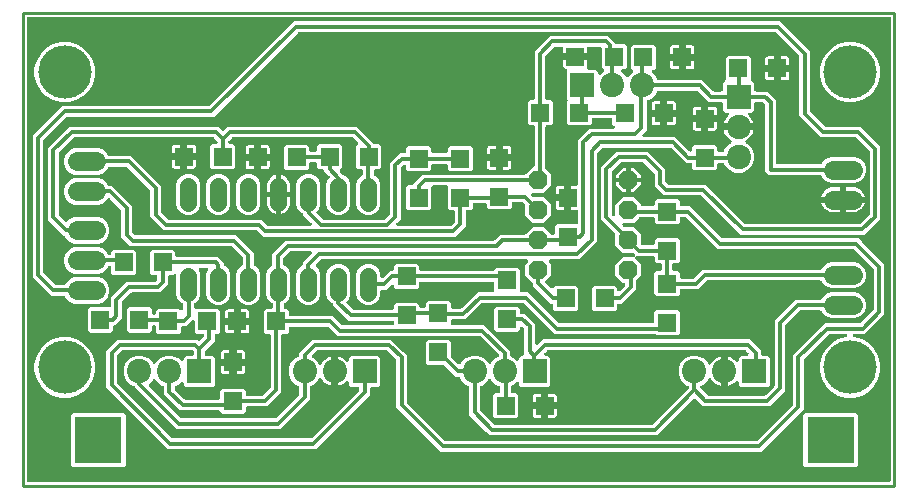
<source format=gbl>
G04 EAGLE Gerber RS-274X export*
G75*
%MOMM*%
%FSLAX34Y34*%
%LPD*%
%INBottom Copper*%
%IPPOS*%
%AMOC8*
5,1,8,0,0,1.08239X$1,22.5*%
G01*
%ADD10C,1.422400*%
%ADD11P,1.732040X8X112.500000*%
%ADD12C,1.625600*%
%ADD13C,2.057400*%
%ADD14R,2.057400X2.057400*%
%ADD15R,1.524000X1.524000*%
%ADD16C,0.300000*%
%ADD17R,4.016000X4.016000*%
%ADD18C,4.516000*%
%ADD19C,0.254000*%

G36*
X733035Y3005D02*
X733035Y3005D01*
X733071Y3002D01*
X733207Y3025D01*
X733343Y3041D01*
X733377Y3053D01*
X733412Y3058D01*
X733539Y3111D01*
X733669Y3158D01*
X733698Y3177D01*
X733731Y3191D01*
X733843Y3272D01*
X733958Y3347D01*
X733983Y3373D01*
X734011Y3393D01*
X734102Y3497D01*
X734197Y3597D01*
X734215Y3628D01*
X734238Y3654D01*
X734302Y3777D01*
X734372Y3895D01*
X734382Y3929D01*
X734399Y3961D01*
X734433Y4094D01*
X734474Y4226D01*
X734476Y4261D01*
X734485Y4295D01*
X734499Y4500D01*
X734499Y395500D01*
X734495Y395535D01*
X734498Y395571D01*
X734475Y395707D01*
X734459Y395843D01*
X734447Y395877D01*
X734442Y395912D01*
X734389Y396039D01*
X734342Y396169D01*
X734323Y396198D01*
X734309Y396231D01*
X734228Y396343D01*
X734153Y396458D01*
X734127Y396483D01*
X734107Y396511D01*
X734003Y396602D01*
X733903Y396697D01*
X733872Y396715D01*
X733846Y396738D01*
X733723Y396802D01*
X733605Y396872D01*
X733571Y396882D01*
X733539Y396899D01*
X733406Y396933D01*
X733274Y396974D01*
X733239Y396976D01*
X733205Y396985D01*
X733000Y396999D01*
X4500Y396999D01*
X4465Y396995D01*
X4429Y396998D01*
X4293Y396975D01*
X4157Y396959D01*
X4123Y396947D01*
X4088Y396942D01*
X3961Y396889D01*
X3831Y396842D01*
X3802Y396823D01*
X3769Y396809D01*
X3657Y396728D01*
X3542Y396653D01*
X3517Y396627D01*
X3489Y396607D01*
X3398Y396503D01*
X3303Y396403D01*
X3285Y396372D01*
X3262Y396346D01*
X3198Y396223D01*
X3128Y396105D01*
X3118Y396071D01*
X3101Y396039D01*
X3067Y395906D01*
X3026Y395774D01*
X3024Y395739D01*
X3015Y395705D01*
X3001Y395500D01*
X3001Y4500D01*
X3005Y4465D01*
X3002Y4429D01*
X3025Y4293D01*
X3041Y4157D01*
X3053Y4123D01*
X3058Y4088D01*
X3111Y3961D01*
X3158Y3831D01*
X3177Y3802D01*
X3191Y3769D01*
X3272Y3657D01*
X3347Y3542D01*
X3373Y3517D01*
X3393Y3489D01*
X3497Y3398D01*
X3597Y3303D01*
X3628Y3285D01*
X3654Y3262D01*
X3777Y3198D01*
X3895Y3128D01*
X3929Y3118D01*
X3961Y3101D01*
X4094Y3067D01*
X4226Y3026D01*
X4261Y3024D01*
X4295Y3015D01*
X4500Y3001D01*
X733000Y3001D01*
X733035Y3005D01*
G37*
%LPC*%
G36*
X353386Y28749D02*
X353386Y28749D01*
X315749Y66386D01*
X315749Y106015D01*
X315733Y106152D01*
X315723Y106292D01*
X315713Y106325D01*
X315709Y106358D01*
X315662Y106489D01*
X315621Y106622D01*
X315603Y106652D01*
X315592Y106683D01*
X315516Y106800D01*
X315445Y106920D01*
X315415Y106954D01*
X315403Y106973D01*
X315379Y106996D01*
X315310Y107075D01*
X308125Y114260D01*
X308016Y114347D01*
X307910Y114438D01*
X307880Y114454D01*
X307854Y114475D01*
X307728Y114534D01*
X307604Y114599D01*
X307571Y114607D01*
X307541Y114622D01*
X307405Y114650D01*
X307269Y114685D01*
X307224Y114688D01*
X307202Y114693D01*
X307169Y114692D01*
X307065Y114699D01*
X249435Y114699D01*
X249297Y114683D01*
X249158Y114673D01*
X249125Y114663D01*
X249092Y114659D01*
X248961Y114612D01*
X248828Y114571D01*
X248798Y114553D01*
X248767Y114542D01*
X248650Y114466D01*
X248530Y114395D01*
X248496Y114365D01*
X248477Y114353D01*
X248454Y114329D01*
X248375Y114260D01*
X244719Y110604D01*
X244623Y110482D01*
X244523Y110362D01*
X244515Y110347D01*
X244505Y110333D01*
X244438Y110192D01*
X244369Y110052D01*
X244365Y110036D01*
X244358Y110020D01*
X244326Y109867D01*
X244290Y109716D01*
X244290Y109699D01*
X244287Y109682D01*
X244290Y109526D01*
X244291Y109370D01*
X244294Y109353D01*
X244295Y109336D01*
X244334Y109186D01*
X244370Y109033D01*
X244378Y109018D01*
X244382Y109002D01*
X244455Y108864D01*
X244525Y108724D01*
X244535Y108711D01*
X244543Y108696D01*
X244646Y108578D01*
X244746Y108458D01*
X244759Y108448D01*
X244771Y108435D01*
X244897Y108344D01*
X245022Y108250D01*
X245042Y108241D01*
X245051Y108234D01*
X245077Y108223D01*
X245206Y108159D01*
X245627Y107985D01*
X249365Y104247D01*
X249723Y103383D01*
X249745Y103343D01*
X249760Y103300D01*
X249829Y103192D01*
X249891Y103081D01*
X249922Y103047D01*
X249946Y103009D01*
X250038Y102920D01*
X250124Y102825D01*
X250162Y102800D01*
X250194Y102768D01*
X250304Y102702D01*
X250409Y102630D01*
X250452Y102614D01*
X250491Y102590D01*
X250613Y102551D01*
X250732Y102505D01*
X250777Y102499D01*
X250820Y102485D01*
X250948Y102475D01*
X251074Y102458D01*
X251120Y102462D01*
X251165Y102459D01*
X251291Y102478D01*
X251418Y102490D01*
X251461Y102505D01*
X251507Y102512D01*
X251625Y102560D01*
X251746Y102600D01*
X251785Y102624D01*
X251827Y102641D01*
X251931Y102715D01*
X252040Y102782D01*
X252072Y102815D01*
X252109Y102841D01*
X252194Y102937D01*
X252284Y103027D01*
X252308Y103066D01*
X252338Y103100D01*
X252444Y103276D01*
X252529Y103443D01*
X253716Y105077D01*
X255143Y106504D01*
X256777Y107691D01*
X258576Y108608D01*
X260496Y109232D01*
X260501Y109233D01*
X260501Y98220D01*
X260505Y98185D01*
X260502Y98150D01*
X260525Y98013D01*
X260541Y97877D01*
X260553Y97843D01*
X260558Y97808D01*
X260611Y97681D01*
X260658Y97552D01*
X260678Y97522D01*
X260691Y97489D01*
X260772Y97377D01*
X260847Y97262D01*
X260873Y97237D01*
X260893Y97209D01*
X260998Y97118D01*
X261097Y97023D01*
X261128Y97005D01*
X261154Y96982D01*
X261277Y96918D01*
X261395Y96848D01*
X261429Y96838D01*
X261461Y96821D01*
X261594Y96787D01*
X261726Y96746D01*
X261761Y96744D01*
X261795Y96735D01*
X262000Y96721D01*
X265000Y96721D01*
X265035Y96725D01*
X265071Y96723D01*
X265207Y96745D01*
X265343Y96761D01*
X265377Y96773D01*
X265412Y96779D01*
X265539Y96831D01*
X265669Y96878D01*
X265698Y96898D01*
X265731Y96911D01*
X265843Y96992D01*
X265958Y97067D01*
X265983Y97093D01*
X266011Y97113D01*
X266102Y97218D01*
X266197Y97317D01*
X266215Y97348D01*
X266238Y97375D01*
X266302Y97497D01*
X266372Y97615D01*
X266382Y97649D01*
X266399Y97681D01*
X266433Y97814D01*
X266474Y97946D01*
X266476Y97981D01*
X266485Y98015D01*
X266499Y98220D01*
X266499Y109233D01*
X266504Y109232D01*
X268424Y108608D01*
X270223Y107691D01*
X271857Y106505D01*
X273053Y105308D01*
X273135Y105243D01*
X273210Y105172D01*
X273270Y105137D01*
X273324Y105094D01*
X273418Y105049D01*
X273508Y104997D01*
X273574Y104976D01*
X273637Y104947D01*
X273739Y104925D01*
X273839Y104894D01*
X273908Y104890D01*
X273975Y104875D01*
X274079Y104878D01*
X274184Y104871D01*
X274252Y104882D01*
X274321Y104884D01*
X274422Y104910D01*
X274525Y104927D01*
X274589Y104953D01*
X274655Y104971D01*
X274748Y105019D01*
X274844Y105059D01*
X274900Y105100D01*
X274961Y105132D01*
X275040Y105201D01*
X275124Y105262D01*
X275170Y105314D01*
X275222Y105359D01*
X275283Y105444D01*
X275351Y105523D01*
X275383Y105584D01*
X275424Y105640D01*
X275463Y105736D01*
X275512Y105829D01*
X275529Y105896D01*
X275555Y105960D01*
X275572Y106063D01*
X275598Y106164D01*
X275605Y106268D01*
X275611Y106301D01*
X275609Y106323D01*
X275612Y106368D01*
X275612Y108250D01*
X277370Y110008D01*
X300430Y110008D01*
X302188Y108250D01*
X302188Y85190D01*
X300430Y83432D01*
X294900Y83432D01*
X294865Y83428D01*
X294829Y83431D01*
X294693Y83408D01*
X294557Y83392D01*
X294523Y83380D01*
X294488Y83375D01*
X294361Y83322D01*
X294231Y83275D01*
X294202Y83256D01*
X294169Y83242D01*
X294057Y83161D01*
X293942Y83086D01*
X293917Y83060D01*
X293889Y83040D01*
X293798Y82936D01*
X293703Y82836D01*
X293685Y82805D01*
X293662Y82779D01*
X293598Y82656D01*
X293528Y82538D01*
X293518Y82504D01*
X293501Y82472D01*
X293467Y82339D01*
X293426Y82207D01*
X293424Y82172D01*
X293415Y82138D01*
X293401Y81933D01*
X293401Y77036D01*
X247364Y30999D01*
X122636Y30999D01*
X70249Y83386D01*
X70249Y113864D01*
X79886Y123501D01*
X147114Y123501D01*
X147690Y122925D01*
X147718Y122903D01*
X147741Y122876D01*
X147853Y122796D01*
X147961Y122710D01*
X147993Y122695D01*
X148022Y122675D01*
X148149Y122622D01*
X148274Y122564D01*
X148309Y122556D01*
X148341Y122543D01*
X148478Y122521D01*
X148612Y122492D01*
X148648Y122493D01*
X148683Y122488D01*
X148820Y122497D01*
X148958Y122500D01*
X148992Y122509D01*
X149028Y122512D01*
X149159Y122553D01*
X149292Y122588D01*
X149324Y122604D01*
X149358Y122615D01*
X149476Y122685D01*
X149598Y122749D01*
X149625Y122772D01*
X149655Y122790D01*
X149810Y122925D01*
X152560Y125675D01*
X152647Y125784D01*
X152738Y125890D01*
X152754Y125920D01*
X152775Y125946D01*
X152834Y126072D01*
X152899Y126196D01*
X152907Y126229D01*
X152922Y126259D01*
X152950Y126395D01*
X152985Y126531D01*
X152988Y126576D01*
X152993Y126598D01*
X152992Y126631D01*
X152999Y126735D01*
X152999Y127130D01*
X152995Y127165D01*
X152998Y127201D01*
X152975Y127337D01*
X152959Y127473D01*
X152947Y127507D01*
X152942Y127542D01*
X152889Y127669D01*
X152842Y127799D01*
X152823Y127828D01*
X152809Y127861D01*
X152728Y127973D01*
X152653Y128088D01*
X152627Y128113D01*
X152607Y128141D01*
X152503Y128232D01*
X152403Y128327D01*
X152372Y128345D01*
X152346Y128368D01*
X152223Y128432D01*
X152105Y128502D01*
X152071Y128512D01*
X152039Y128529D01*
X151906Y128563D01*
X151774Y128604D01*
X151739Y128606D01*
X151705Y128615D01*
X151500Y128629D01*
X146897Y128629D01*
X145139Y130387D01*
X145139Y138655D01*
X145127Y138758D01*
X145125Y138863D01*
X145107Y138929D01*
X145099Y138998D01*
X145064Y139096D01*
X145038Y139197D01*
X145005Y139258D01*
X144982Y139323D01*
X144925Y139411D01*
X144876Y139503D01*
X144831Y139555D01*
X144793Y139613D01*
X144718Y139685D01*
X144649Y139764D01*
X144593Y139804D01*
X144543Y139852D01*
X144453Y139904D01*
X144368Y139965D01*
X144304Y139992D01*
X144245Y140027D01*
X144145Y140057D01*
X144049Y140097D01*
X143980Y140108D01*
X143914Y140129D01*
X143810Y140136D01*
X143707Y140153D01*
X143638Y140148D01*
X143569Y140152D01*
X143467Y140135D01*
X143362Y140128D01*
X143296Y140108D01*
X143228Y140096D01*
X143132Y140056D01*
X143032Y140025D01*
X142973Y139990D01*
X142909Y139964D01*
X142824Y139903D01*
X142735Y139850D01*
X142656Y139781D01*
X142629Y139761D01*
X142614Y139745D01*
X142580Y139715D01*
X141425Y138560D01*
X137614Y134749D01*
X134860Y134749D01*
X134825Y134745D01*
X134789Y134748D01*
X134653Y134725D01*
X134517Y134709D01*
X134483Y134697D01*
X134448Y134692D01*
X134321Y134639D01*
X134191Y134592D01*
X134162Y134573D01*
X134129Y134559D01*
X134017Y134478D01*
X133902Y134403D01*
X133877Y134377D01*
X133849Y134357D01*
X133758Y134253D01*
X133663Y134153D01*
X133645Y134122D01*
X133622Y134096D01*
X133558Y133973D01*
X133488Y133855D01*
X133478Y133821D01*
X133461Y133789D01*
X133427Y133656D01*
X133386Y133524D01*
X133384Y133489D01*
X133375Y133455D01*
X133361Y133250D01*
X133361Y130387D01*
X131603Y128629D01*
X113877Y128629D01*
X112119Y130387D01*
X112119Y134250D01*
X112115Y134285D01*
X112118Y134321D01*
X112095Y134456D01*
X112079Y134593D01*
X112067Y134627D01*
X112062Y134662D01*
X112009Y134789D01*
X111962Y134919D01*
X111943Y134948D01*
X111929Y134981D01*
X111848Y135093D01*
X111773Y135208D01*
X111747Y135233D01*
X111727Y135261D01*
X111623Y135352D01*
X111523Y135447D01*
X111492Y135465D01*
X111466Y135488D01*
X111343Y135552D01*
X111225Y135622D01*
X111191Y135632D01*
X111159Y135649D01*
X111026Y135683D01*
X110894Y135724D01*
X110859Y135726D01*
X110825Y135735D01*
X110620Y135749D01*
X110130Y135749D01*
X110095Y135745D01*
X110059Y135748D01*
X109923Y135725D01*
X109787Y135709D01*
X109753Y135697D01*
X109718Y135692D01*
X109591Y135639D01*
X109461Y135592D01*
X109432Y135573D01*
X109399Y135559D01*
X109287Y135478D01*
X109172Y135403D01*
X109147Y135377D01*
X109119Y135357D01*
X109028Y135253D01*
X108933Y135153D01*
X108915Y135122D01*
X108892Y135096D01*
X108828Y134973D01*
X108758Y134855D01*
X108748Y134821D01*
X108731Y134789D01*
X108697Y134656D01*
X108656Y134524D01*
X108654Y134489D01*
X108645Y134455D01*
X108631Y134250D01*
X108631Y131387D01*
X106873Y129629D01*
X89147Y129629D01*
X87389Y131387D01*
X87389Y149113D01*
X89147Y150871D01*
X106873Y150871D01*
X108631Y149113D01*
X108631Y146250D01*
X108635Y146215D01*
X108632Y146179D01*
X108655Y146043D01*
X108671Y145907D01*
X108683Y145873D01*
X108688Y145838D01*
X108741Y145711D01*
X108788Y145581D01*
X108807Y145552D01*
X108821Y145519D01*
X108902Y145407D01*
X108977Y145292D01*
X109003Y145267D01*
X109023Y145239D01*
X109127Y145148D01*
X109227Y145053D01*
X109258Y145035D01*
X109284Y145012D01*
X109407Y144948D01*
X109525Y144878D01*
X109559Y144868D01*
X109591Y144851D01*
X109724Y144817D01*
X109856Y144776D01*
X109891Y144774D01*
X109925Y144765D01*
X110130Y144751D01*
X110620Y144751D01*
X110655Y144755D01*
X110691Y144752D01*
X110827Y144775D01*
X110963Y144791D01*
X110997Y144803D01*
X111032Y144808D01*
X111159Y144861D01*
X111289Y144908D01*
X111318Y144927D01*
X111351Y144941D01*
X111463Y145022D01*
X111578Y145097D01*
X111603Y145123D01*
X111631Y145143D01*
X111722Y145247D01*
X111817Y145347D01*
X111835Y145378D01*
X111858Y145404D01*
X111922Y145527D01*
X111992Y145645D01*
X112002Y145679D01*
X112019Y145711D01*
X112053Y145844D01*
X112094Y145976D01*
X112096Y146011D01*
X112105Y146045D01*
X112119Y146250D01*
X112119Y148113D01*
X113877Y149871D01*
X131603Y149871D01*
X132940Y148534D01*
X133022Y148469D01*
X133097Y148397D01*
X133157Y148362D01*
X133211Y148319D01*
X133305Y148275D01*
X133395Y148222D01*
X133461Y148202D01*
X133524Y148172D01*
X133626Y148151D01*
X133726Y148120D01*
X133795Y148115D01*
X133862Y148101D01*
X133966Y148103D01*
X134071Y148096D01*
X134139Y148107D01*
X134208Y148109D01*
X134309Y148135D01*
X134412Y148152D01*
X134476Y148179D01*
X134542Y148196D01*
X134635Y148245D01*
X134731Y148285D01*
X134787Y148325D01*
X134848Y148358D01*
X134927Y148426D01*
X135011Y148487D01*
X135057Y148539D01*
X135109Y148585D01*
X135170Y148669D01*
X135238Y148748D01*
X135270Y148810D01*
X135311Y148866D01*
X135350Y148962D01*
X135399Y149054D01*
X135416Y149122D01*
X135442Y149185D01*
X135459Y149288D01*
X135485Y149389D01*
X135492Y149493D01*
X135498Y149527D01*
X135496Y149549D01*
X135499Y149594D01*
X135499Y153077D01*
X135489Y153164D01*
X135489Y153251D01*
X135469Y153335D01*
X135459Y153420D01*
X135430Y153503D01*
X135410Y153588D01*
X135371Y153665D01*
X135342Y153745D01*
X135294Y153819D01*
X135255Y153897D01*
X135200Y153963D01*
X135153Y154035D01*
X135090Y154095D01*
X135034Y154163D01*
X134965Y154214D01*
X134903Y154274D01*
X134827Y154318D01*
X134757Y154371D01*
X134629Y154435D01*
X134605Y154449D01*
X134593Y154452D01*
X134574Y154462D01*
X134012Y154695D01*
X131167Y157540D01*
X129627Y161256D01*
X129627Y177514D01*
X129615Y177618D01*
X129613Y177722D01*
X129595Y177789D01*
X129587Y177858D01*
X129552Y177956D01*
X129526Y178057D01*
X129493Y178118D01*
X129470Y178183D01*
X129413Y178270D01*
X129364Y178362D01*
X129319Y178414D01*
X129281Y178472D01*
X129206Y178544D01*
X129137Y178623D01*
X129081Y178663D01*
X129031Y178711D01*
X128941Y178764D01*
X128856Y178825D01*
X128792Y178851D01*
X128733Y178886D01*
X128633Y178917D01*
X128537Y178957D01*
X128468Y178968D01*
X128402Y178988D01*
X128298Y178995D01*
X128195Y179012D01*
X128126Y179007D01*
X128057Y179012D01*
X127955Y178995D01*
X127850Y178987D01*
X127784Y178967D01*
X127716Y178956D01*
X127620Y178916D01*
X127520Y178885D01*
X127461Y178850D01*
X127397Y178823D01*
X127312Y178762D01*
X127223Y178709D01*
X127144Y178641D01*
X127117Y178621D01*
X127102Y178604D01*
X127068Y178574D01*
X126873Y178379D01*
X124010Y178379D01*
X123975Y178375D01*
X123939Y178378D01*
X123803Y178355D01*
X123667Y178339D01*
X123633Y178327D01*
X123598Y178322D01*
X123471Y178269D01*
X123341Y178222D01*
X123312Y178203D01*
X123279Y178189D01*
X123167Y178108D01*
X123052Y178033D01*
X123027Y178007D01*
X122999Y177987D01*
X122908Y177883D01*
X122813Y177783D01*
X122795Y177752D01*
X122772Y177726D01*
X122708Y177603D01*
X122638Y177485D01*
X122628Y177451D01*
X122611Y177419D01*
X122577Y177286D01*
X122536Y177154D01*
X122534Y177119D01*
X122525Y177085D01*
X122511Y176880D01*
X122511Y170396D01*
X115614Y163499D01*
X91735Y163499D01*
X91597Y163483D01*
X91458Y163473D01*
X91425Y163463D01*
X91392Y163459D01*
X91261Y163412D01*
X91128Y163371D01*
X91098Y163353D01*
X91067Y163342D01*
X90950Y163266D01*
X90830Y163195D01*
X90796Y163165D01*
X90777Y163153D01*
X90754Y163129D01*
X90675Y163060D01*
X83690Y156075D01*
X83603Y155966D01*
X83512Y155860D01*
X83496Y155830D01*
X83475Y155804D01*
X83416Y155678D01*
X83351Y155554D01*
X83343Y155521D01*
X83328Y155491D01*
X83300Y155355D01*
X83265Y155219D01*
X83262Y155174D01*
X83257Y155152D01*
X83258Y155119D01*
X83251Y155015D01*
X83251Y141636D01*
X80175Y138560D01*
X77364Y135749D01*
X77110Y135749D01*
X77075Y135745D01*
X77039Y135748D01*
X76903Y135725D01*
X76767Y135709D01*
X76733Y135697D01*
X76698Y135692D01*
X76571Y135639D01*
X76441Y135592D01*
X76412Y135573D01*
X76379Y135559D01*
X76267Y135478D01*
X76152Y135403D01*
X76127Y135377D01*
X76099Y135357D01*
X76008Y135253D01*
X75913Y135153D01*
X75895Y135122D01*
X75872Y135096D01*
X75808Y134973D01*
X75738Y134855D01*
X75728Y134821D01*
X75711Y134789D01*
X75677Y134656D01*
X75636Y134524D01*
X75634Y134489D01*
X75625Y134455D01*
X75611Y134250D01*
X75611Y131387D01*
X73853Y129629D01*
X56127Y129629D01*
X54369Y131387D01*
X54369Y149113D01*
X56127Y150871D01*
X72750Y150871D01*
X72785Y150875D01*
X72821Y150872D01*
X72957Y150895D01*
X73093Y150911D01*
X73127Y150923D01*
X73162Y150928D01*
X73289Y150981D01*
X73419Y151028D01*
X73448Y151047D01*
X73481Y151061D01*
X73593Y151142D01*
X73708Y151217D01*
X73733Y151243D01*
X73761Y151263D01*
X73852Y151367D01*
X73947Y151467D01*
X73965Y151498D01*
X73988Y151524D01*
X74052Y151647D01*
X74122Y151765D01*
X74132Y151799D01*
X74149Y151831D01*
X74183Y151964D01*
X74224Y152096D01*
X74226Y152131D01*
X74235Y152165D01*
X74249Y152370D01*
X74249Y159056D01*
X74243Y159108D01*
X74246Y159160D01*
X74223Y159279D01*
X74212Y159380D01*
X74227Y159387D01*
X74268Y159421D01*
X74313Y159448D01*
X74467Y159582D01*
X84310Y169425D01*
X87386Y172501D01*
X111265Y172501D01*
X111403Y172517D01*
X111542Y172527D01*
X111575Y172537D01*
X111608Y172541D01*
X111739Y172588D01*
X111872Y172629D01*
X111902Y172647D01*
X111933Y172658D01*
X112050Y172734D01*
X112170Y172805D01*
X112204Y172835D01*
X112223Y172847D01*
X112246Y172871D01*
X112325Y172940D01*
X113070Y173685D01*
X113157Y173794D01*
X113248Y173900D01*
X113264Y173930D01*
X113285Y173956D01*
X113344Y174082D01*
X113409Y174206D01*
X113417Y174239D01*
X113432Y174269D01*
X113460Y174405D01*
X113495Y174541D01*
X113498Y174586D01*
X113503Y174608D01*
X113502Y174641D01*
X113509Y174745D01*
X113509Y176880D01*
X113505Y176915D01*
X113508Y176951D01*
X113485Y177087D01*
X113469Y177223D01*
X113457Y177257D01*
X113452Y177292D01*
X113399Y177419D01*
X113352Y177549D01*
X113333Y177578D01*
X113319Y177611D01*
X113238Y177723D01*
X113163Y177838D01*
X113137Y177863D01*
X113117Y177891D01*
X113013Y177982D01*
X112913Y178077D01*
X112882Y178095D01*
X112856Y178118D01*
X112733Y178182D01*
X112615Y178252D01*
X112581Y178262D01*
X112549Y178279D01*
X112416Y178313D01*
X112284Y178354D01*
X112249Y178356D01*
X112215Y178365D01*
X112010Y178379D01*
X109147Y178379D01*
X107389Y180137D01*
X107389Y197863D01*
X109147Y199621D01*
X126873Y199621D01*
X128631Y197863D01*
X128631Y195000D01*
X128635Y194965D01*
X128632Y194929D01*
X128655Y194793D01*
X128671Y194657D01*
X128683Y194623D01*
X128688Y194588D01*
X128741Y194461D01*
X128788Y194331D01*
X128807Y194302D01*
X128821Y194269D01*
X128902Y194157D01*
X128977Y194042D01*
X129003Y194017D01*
X129023Y193989D01*
X129127Y193898D01*
X129227Y193803D01*
X129258Y193785D01*
X129284Y193762D01*
X129407Y193698D01*
X129525Y193628D01*
X129559Y193618D01*
X129591Y193601D01*
X129724Y193567D01*
X129856Y193526D01*
X129891Y193524D01*
X129925Y193515D01*
X130130Y193501D01*
X164614Y193501D01*
X169641Y188474D01*
X169641Y187575D01*
X169651Y187489D01*
X169651Y187401D01*
X169671Y187317D01*
X169681Y187232D01*
X169710Y187150D01*
X169730Y187064D01*
X169769Y186988D01*
X169798Y186907D01*
X169846Y186834D01*
X169885Y186755D01*
X169940Y186689D01*
X169987Y186617D01*
X170050Y186557D01*
X170106Y186490D01*
X170175Y186438D01*
X170237Y186379D01*
X170313Y186334D01*
X170383Y186282D01*
X170511Y186218D01*
X170535Y186204D01*
X170547Y186200D01*
X170566Y186190D01*
X170868Y186065D01*
X173713Y183220D01*
X175253Y179504D01*
X175253Y161256D01*
X173713Y157540D01*
X170868Y154695D01*
X167152Y153155D01*
X163128Y153155D01*
X159412Y154695D01*
X156567Y157540D01*
X155027Y161256D01*
X155027Y179504D01*
X156238Y182426D01*
X156281Y182576D01*
X156327Y182726D01*
X156328Y182743D01*
X156333Y182759D01*
X156340Y182914D01*
X156350Y183071D01*
X156348Y183087D01*
X156348Y183104D01*
X156320Y183258D01*
X156294Y183412D01*
X156288Y183427D01*
X156285Y183444D01*
X156221Y183587D01*
X156162Y183731D01*
X156152Y183745D01*
X156145Y183760D01*
X156051Y183885D01*
X155959Y184011D01*
X155947Y184023D01*
X155936Y184036D01*
X155816Y184136D01*
X155698Y184238D01*
X155683Y184246D01*
X155670Y184257D01*
X155531Y184326D01*
X155392Y184399D01*
X155376Y184403D01*
X155361Y184411D01*
X155209Y184446D01*
X155057Y184485D01*
X155036Y184487D01*
X155024Y184489D01*
X154996Y184489D01*
X154853Y184499D01*
X150027Y184499D01*
X149872Y184481D01*
X149717Y184467D01*
X149701Y184461D01*
X149684Y184459D01*
X149537Y184406D01*
X149389Y184357D01*
X149374Y184348D01*
X149359Y184342D01*
X149228Y184257D01*
X149095Y184174D01*
X149083Y184162D01*
X149069Y184153D01*
X148961Y184040D01*
X148851Y183930D01*
X148842Y183915D01*
X148830Y183903D01*
X148751Y183768D01*
X148669Y183635D01*
X148664Y183619D01*
X148655Y183605D01*
X148609Y183456D01*
X148560Y183307D01*
X148558Y183291D01*
X148553Y183274D01*
X148543Y183118D01*
X148528Y182963D01*
X148531Y182946D01*
X148530Y182929D01*
X148555Y182775D01*
X148577Y182621D01*
X148584Y182600D01*
X148586Y182588D01*
X148596Y182563D01*
X148642Y182426D01*
X149853Y179504D01*
X149853Y161256D01*
X148313Y157540D01*
X145468Y154695D01*
X145426Y154677D01*
X145350Y154635D01*
X145269Y154601D01*
X145199Y154551D01*
X145124Y154509D01*
X145060Y154450D01*
X144989Y154399D01*
X144932Y154334D01*
X144869Y154276D01*
X144819Y154204D01*
X144762Y154138D01*
X144722Y154062D01*
X144673Y153991D01*
X144642Y153909D01*
X144601Y153832D01*
X144580Y153749D01*
X144549Y153669D01*
X144537Y153582D01*
X144515Y153497D01*
X144505Y153354D01*
X144501Y153326D01*
X144502Y153314D01*
X144501Y153292D01*
X144501Y151094D01*
X144513Y150990D01*
X144515Y150886D01*
X144533Y150819D01*
X144541Y150750D01*
X144576Y150652D01*
X144602Y150551D01*
X144635Y150490D01*
X144658Y150425D01*
X144715Y150338D01*
X144764Y150246D01*
X144809Y150194D01*
X144847Y150136D01*
X144922Y150064D01*
X144991Y149985D01*
X145047Y149945D01*
X145097Y149897D01*
X145187Y149844D01*
X145272Y149783D01*
X145336Y149757D01*
X145395Y149722D01*
X145495Y149691D01*
X145591Y149651D01*
X145660Y149640D01*
X145726Y149620D01*
X145830Y149613D01*
X145933Y149596D01*
X146002Y149601D01*
X146071Y149596D01*
X146174Y149613D01*
X146278Y149621D01*
X146344Y149641D01*
X146412Y149652D01*
X146508Y149692D01*
X146608Y149723D01*
X146667Y149758D01*
X146731Y149785D01*
X146816Y149846D01*
X146858Y149871D01*
X164623Y149871D01*
X166381Y148113D01*
X166381Y130387D01*
X164623Y128629D01*
X163500Y128629D01*
X163465Y128625D01*
X163429Y128628D01*
X163293Y128605D01*
X163157Y128589D01*
X163123Y128577D01*
X163088Y128572D01*
X162961Y128519D01*
X162831Y128472D01*
X162802Y128453D01*
X162769Y128439D01*
X162657Y128358D01*
X162542Y128283D01*
X162517Y128257D01*
X162489Y128237D01*
X162398Y128133D01*
X162303Y128033D01*
X162285Y128002D01*
X162262Y127976D01*
X162198Y127853D01*
X162128Y127735D01*
X162118Y127701D01*
X162101Y127669D01*
X162067Y127536D01*
X162026Y127404D01*
X162024Y127369D01*
X162015Y127335D01*
X162001Y127130D01*
X162001Y122386D01*
X153840Y114225D01*
X153753Y114116D01*
X153662Y114010D01*
X153646Y113980D01*
X153625Y113954D01*
X153566Y113828D01*
X153501Y113704D01*
X153493Y113671D01*
X153478Y113641D01*
X153450Y113505D01*
X153415Y113369D01*
X153412Y113324D01*
X153407Y113302D01*
X153408Y113269D01*
X153401Y113165D01*
X153401Y111507D01*
X153405Y111472D01*
X153402Y111436D01*
X153425Y111300D01*
X153441Y111164D01*
X153453Y111130D01*
X153458Y111095D01*
X153511Y110968D01*
X153558Y110838D01*
X153577Y110809D01*
X153591Y110776D01*
X153672Y110664D01*
X153747Y110549D01*
X153773Y110524D01*
X153793Y110496D01*
X153897Y110405D01*
X153997Y110310D01*
X154028Y110292D01*
X154054Y110269D01*
X154177Y110205D01*
X154295Y110135D01*
X154329Y110125D01*
X154361Y110108D01*
X154494Y110074D01*
X154626Y110033D01*
X154661Y110031D01*
X154695Y110022D01*
X154900Y110008D01*
X160430Y110008D01*
X162188Y108250D01*
X162188Y85190D01*
X160430Y83432D01*
X137370Y83432D01*
X135612Y85190D01*
X135612Y86421D01*
X135600Y86525D01*
X135598Y86629D01*
X135580Y86696D01*
X135572Y86765D01*
X135537Y86863D01*
X135511Y86964D01*
X135478Y87025D01*
X135455Y87090D01*
X135398Y87177D01*
X135349Y87269D01*
X135304Y87321D01*
X135266Y87379D01*
X135191Y87451D01*
X135122Y87530D01*
X135066Y87570D01*
X135016Y87618D01*
X134926Y87671D01*
X134841Y87732D01*
X134777Y87758D01*
X134718Y87793D01*
X134618Y87824D01*
X134522Y87864D01*
X134453Y87875D01*
X134387Y87895D01*
X134283Y87902D01*
X134180Y87919D01*
X134111Y87914D01*
X134042Y87919D01*
X133940Y87902D01*
X133835Y87894D01*
X133769Y87874D01*
X133701Y87863D01*
X133605Y87823D01*
X133505Y87792D01*
X133446Y87757D01*
X133382Y87730D01*
X133297Y87669D01*
X133208Y87616D01*
X133129Y87548D01*
X133102Y87528D01*
X133087Y87511D01*
X133053Y87481D01*
X131027Y85455D01*
X128926Y84585D01*
X128850Y84543D01*
X128769Y84509D01*
X128699Y84459D01*
X128624Y84417D01*
X128560Y84358D01*
X128489Y84307D01*
X128432Y84242D01*
X128369Y84184D01*
X128319Y84112D01*
X128262Y84046D01*
X128222Y83969D01*
X128173Y83899D01*
X128142Y83817D01*
X128101Y83739D01*
X128080Y83656D01*
X128049Y83576D01*
X128037Y83490D01*
X128015Y83405D01*
X128005Y83261D01*
X128001Y83234D01*
X128002Y83222D01*
X128001Y83200D01*
X128001Y81985D01*
X128017Y81847D01*
X128027Y81708D01*
X128037Y81675D01*
X128041Y81642D01*
X128088Y81511D01*
X128129Y81378D01*
X128147Y81348D01*
X128158Y81317D01*
X128234Y81200D01*
X128305Y81080D01*
X128335Y81046D01*
X128347Y81027D01*
X128371Y81004D01*
X128440Y80925D01*
X136175Y73190D01*
X136284Y73103D01*
X136390Y73012D01*
X136420Y72996D01*
X136446Y72975D01*
X136572Y72916D01*
X136696Y72851D01*
X136729Y72843D01*
X136759Y72828D01*
X136895Y72800D01*
X137031Y72765D01*
X137076Y72762D01*
X137098Y72757D01*
X137131Y72758D01*
X137235Y72751D01*
X165380Y72751D01*
X165415Y72755D01*
X165451Y72752D01*
X165587Y72775D01*
X165723Y72791D01*
X165757Y72803D01*
X165792Y72808D01*
X165919Y72861D01*
X166049Y72908D01*
X166078Y72927D01*
X166111Y72941D01*
X166223Y73022D01*
X166338Y73097D01*
X166363Y73123D01*
X166391Y73143D01*
X166482Y73247D01*
X166577Y73347D01*
X166595Y73378D01*
X166618Y73404D01*
X166682Y73527D01*
X166752Y73645D01*
X166762Y73679D01*
X166779Y73711D01*
X166813Y73844D01*
X166854Y73976D01*
X166856Y74011D01*
X166865Y74045D01*
X166879Y74250D01*
X166879Y80353D01*
X168637Y82111D01*
X186363Y82111D01*
X188121Y80353D01*
X188121Y77490D01*
X188125Y77455D01*
X188122Y77419D01*
X188145Y77283D01*
X188161Y77147D01*
X188173Y77113D01*
X188178Y77078D01*
X188231Y76951D01*
X188278Y76821D01*
X188297Y76792D01*
X188311Y76759D01*
X188392Y76647D01*
X188467Y76532D01*
X188493Y76507D01*
X188513Y76479D01*
X188617Y76388D01*
X188717Y76293D01*
X188748Y76275D01*
X188774Y76252D01*
X188897Y76188D01*
X189015Y76118D01*
X189049Y76108D01*
X189081Y76091D01*
X189214Y76057D01*
X189346Y76016D01*
X189381Y76014D01*
X189415Y76005D01*
X189620Y75991D01*
X202005Y75991D01*
X202143Y76007D01*
X202282Y76017D01*
X202315Y76027D01*
X202348Y76031D01*
X202479Y76078D01*
X202612Y76119D01*
X202642Y76137D01*
X202673Y76148D01*
X202790Y76224D01*
X202910Y76295D01*
X202944Y76325D01*
X202963Y76337D01*
X202986Y76361D01*
X203065Y76430D01*
X209070Y82435D01*
X209157Y82544D01*
X209248Y82650D01*
X209264Y82680D01*
X209285Y82706D01*
X209344Y82832D01*
X209409Y82956D01*
X209417Y82989D01*
X209432Y83019D01*
X209460Y83155D01*
X209495Y83291D01*
X209498Y83336D01*
X209503Y83358D01*
X209502Y83391D01*
X209509Y83495D01*
X209509Y126880D01*
X209505Y126915D01*
X209508Y126951D01*
X209485Y127087D01*
X209469Y127223D01*
X209457Y127257D01*
X209452Y127292D01*
X209399Y127419D01*
X209352Y127549D01*
X209333Y127578D01*
X209319Y127611D01*
X209238Y127723D01*
X209163Y127838D01*
X209137Y127863D01*
X209117Y127891D01*
X209013Y127982D01*
X208913Y128077D01*
X208882Y128095D01*
X208856Y128118D01*
X208733Y128182D01*
X208615Y128252D01*
X208581Y128262D01*
X208549Y128279D01*
X208416Y128313D01*
X208284Y128354D01*
X208249Y128356D01*
X208215Y128365D01*
X208010Y128379D01*
X205147Y128379D01*
X203389Y130137D01*
X203389Y147863D01*
X205147Y149621D01*
X209940Y149621D01*
X209975Y149625D01*
X210011Y149622D01*
X210147Y149645D01*
X210283Y149661D01*
X210317Y149673D01*
X210352Y149678D01*
X210479Y149731D01*
X210609Y149778D01*
X210638Y149797D01*
X210671Y149811D01*
X210783Y149892D01*
X210898Y149967D01*
X210923Y149993D01*
X210951Y150013D01*
X211042Y150117D01*
X211137Y150217D01*
X211155Y150248D01*
X211178Y150274D01*
X211242Y150397D01*
X211312Y150515D01*
X211322Y150549D01*
X211339Y150581D01*
X211373Y150714D01*
X211414Y150846D01*
X211416Y150881D01*
X211425Y150915D01*
X211439Y151120D01*
X211439Y153185D01*
X211429Y153271D01*
X211429Y153359D01*
X211409Y153443D01*
X211399Y153528D01*
X211370Y153610D01*
X211350Y153696D01*
X211311Y153772D01*
X211282Y153853D01*
X211234Y153926D01*
X211195Y154005D01*
X211140Y154071D01*
X211093Y154143D01*
X211030Y154203D01*
X210974Y154270D01*
X210905Y154322D01*
X210843Y154381D01*
X210767Y154426D01*
X210697Y154478D01*
X210569Y154542D01*
X210545Y154556D01*
X210533Y154560D01*
X210514Y154570D01*
X210212Y154695D01*
X207367Y157540D01*
X205827Y161256D01*
X205827Y179504D01*
X207367Y183220D01*
X210310Y186164D01*
X210396Y186273D01*
X210488Y186378D01*
X210504Y186408D01*
X210525Y186435D01*
X210584Y186561D01*
X210649Y186684D01*
X210657Y186717D01*
X210672Y186748D01*
X210700Y186884D01*
X210735Y187019D01*
X210738Y187064D01*
X210743Y187086D01*
X210742Y187120D01*
X210749Y187224D01*
X210749Y196114D01*
X222136Y207501D01*
X398265Y207501D01*
X398403Y207517D01*
X398542Y207527D01*
X398575Y207537D01*
X398608Y207541D01*
X398739Y207588D01*
X398872Y207629D01*
X398902Y207647D01*
X398933Y207658D01*
X399050Y207734D01*
X399170Y207805D01*
X399204Y207835D01*
X399223Y207847D01*
X399246Y207871D01*
X399325Y207940D01*
X403796Y212411D01*
X424301Y212411D01*
X424439Y212427D01*
X424578Y212437D01*
X424611Y212447D01*
X424644Y212451D01*
X424775Y212498D01*
X424909Y212539D01*
X424938Y212557D01*
X424970Y212568D01*
X425086Y212644D01*
X425206Y212715D01*
X425240Y212745D01*
X425259Y212757D01*
X425282Y212781D01*
X425361Y212850D01*
X431423Y218912D01*
X440537Y218912D01*
X446599Y212850D01*
X446708Y212763D01*
X446814Y212672D01*
X446844Y212656D01*
X446870Y212635D01*
X446996Y212576D01*
X447120Y212511D01*
X447152Y212503D01*
X447183Y212488D01*
X447319Y212460D01*
X447454Y212425D01*
X447500Y212422D01*
X447521Y212417D01*
X447555Y212418D01*
X447659Y212411D01*
X448630Y212411D01*
X448665Y212415D01*
X448701Y212412D01*
X448837Y212435D01*
X448973Y212451D01*
X449007Y212463D01*
X449042Y212468D01*
X449169Y212521D01*
X449299Y212568D01*
X449328Y212587D01*
X449361Y212601D01*
X449473Y212682D01*
X449588Y212757D01*
X449613Y212783D01*
X449641Y212803D01*
X449732Y212907D01*
X449827Y213007D01*
X449845Y213038D01*
X449868Y213064D01*
X449932Y213187D01*
X450002Y213305D01*
X450012Y213339D01*
X450029Y213371D01*
X450063Y213504D01*
X450104Y213636D01*
X450106Y213671D01*
X450115Y213705D01*
X450129Y213910D01*
X450129Y219603D01*
X451887Y221361D01*
X468250Y221361D01*
X468285Y221365D01*
X468321Y221362D01*
X468457Y221385D01*
X468593Y221401D01*
X468627Y221413D01*
X468662Y221418D01*
X468789Y221471D01*
X468919Y221518D01*
X468948Y221537D01*
X468981Y221551D01*
X469093Y221632D01*
X469208Y221707D01*
X469233Y221733D01*
X469261Y221753D01*
X469352Y221857D01*
X469447Y221957D01*
X469465Y221988D01*
X469488Y222014D01*
X469552Y222137D01*
X469622Y222255D01*
X469632Y222289D01*
X469649Y222321D01*
X469683Y222454D01*
X469724Y222586D01*
X469726Y222621D01*
X469735Y222655D01*
X469749Y222860D01*
X469749Y232100D01*
X469745Y232135D01*
X469748Y232171D01*
X469725Y232307D01*
X469709Y232443D01*
X469697Y232477D01*
X469692Y232512D01*
X469639Y232639D01*
X469592Y232769D01*
X469573Y232798D01*
X469559Y232831D01*
X469478Y232943D01*
X469403Y233058D01*
X469377Y233083D01*
X469357Y233111D01*
X469253Y233202D01*
X469153Y233297D01*
X469122Y233315D01*
X469096Y233338D01*
X468973Y233402D01*
X468855Y233472D01*
X468821Y233482D01*
X468789Y233499D01*
X468656Y233533D01*
X468524Y233574D01*
X468489Y233576D01*
X468455Y233585D01*
X468250Y233599D01*
X463749Y233599D01*
X463749Y242260D01*
X463745Y242295D01*
X463748Y242330D01*
X463725Y242467D01*
X463709Y242603D01*
X463697Y242637D01*
X463692Y242672D01*
X463639Y242799D01*
X463592Y242929D01*
X463572Y242958D01*
X463559Y242991D01*
X463478Y243103D01*
X463403Y243218D01*
X463377Y243243D01*
X463357Y243271D01*
X463252Y243362D01*
X463153Y243457D01*
X463122Y243475D01*
X463095Y243498D01*
X462973Y243562D01*
X462855Y243632D01*
X462821Y243642D01*
X462789Y243659D01*
X462656Y243693D01*
X462524Y243734D01*
X462489Y243736D01*
X462455Y243745D01*
X462250Y243759D01*
X460749Y243759D01*
X460749Y243761D01*
X462250Y243761D01*
X462285Y243765D01*
X462320Y243763D01*
X462457Y243785D01*
X462593Y243801D01*
X462627Y243813D01*
X462662Y243819D01*
X462789Y243871D01*
X462919Y243918D01*
X462948Y243938D01*
X462981Y243951D01*
X463093Y244032D01*
X463208Y244107D01*
X463233Y244133D01*
X463261Y244153D01*
X463352Y244258D01*
X463447Y244357D01*
X463465Y244388D01*
X463488Y244415D01*
X463552Y244537D01*
X463622Y244655D01*
X463632Y244689D01*
X463649Y244721D01*
X463683Y244854D01*
X463724Y244986D01*
X463726Y245021D01*
X463735Y245055D01*
X463749Y245260D01*
X463749Y253921D01*
X468250Y253921D01*
X468285Y253925D01*
X468321Y253922D01*
X468457Y253945D01*
X468593Y253961D01*
X468627Y253973D01*
X468662Y253978D01*
X468789Y254031D01*
X468919Y254078D01*
X468948Y254097D01*
X468981Y254111D01*
X469093Y254192D01*
X469208Y254267D01*
X469233Y254293D01*
X469261Y254313D01*
X469352Y254417D01*
X469447Y254517D01*
X469465Y254548D01*
X469488Y254574D01*
X469552Y254697D01*
X469622Y254815D01*
X469632Y254849D01*
X469649Y254881D01*
X469683Y255014D01*
X469724Y255146D01*
X469726Y255181D01*
X469735Y255215D01*
X469749Y255420D01*
X469749Y292364D01*
X479386Y302001D01*
X499386Y302001D01*
X499490Y302013D01*
X499594Y302015D01*
X499661Y302033D01*
X499730Y302041D01*
X499828Y302076D01*
X499929Y302102D01*
X499990Y302135D01*
X500055Y302158D01*
X500142Y302215D01*
X500234Y302264D01*
X500286Y302309D01*
X500344Y302347D01*
X500416Y302422D01*
X500495Y302491D01*
X500535Y302547D01*
X500583Y302597D01*
X500636Y302687D01*
X500697Y302772D01*
X500723Y302836D01*
X500758Y302895D01*
X500789Y302995D01*
X500829Y303091D01*
X500840Y303160D01*
X500860Y303226D01*
X500867Y303330D01*
X500884Y303433D01*
X500879Y303502D01*
X500884Y303571D01*
X500867Y303673D01*
X500859Y303778D01*
X500839Y303844D01*
X500828Y303912D01*
X500788Y304008D01*
X500757Y304108D01*
X500722Y304167D01*
X500695Y304231D01*
X500634Y304316D01*
X500581Y304405D01*
X500513Y304484D01*
X500493Y304511D01*
X500476Y304526D01*
X500446Y304560D01*
X498619Y306387D01*
X498619Y309750D01*
X498615Y309785D01*
X498618Y309821D01*
X498595Y309957D01*
X498579Y310093D01*
X498567Y310127D01*
X498562Y310162D01*
X498509Y310289D01*
X498462Y310419D01*
X498443Y310448D01*
X498429Y310481D01*
X498348Y310593D01*
X498273Y310708D01*
X498247Y310733D01*
X498227Y310761D01*
X498123Y310852D01*
X498023Y310947D01*
X497992Y310965D01*
X497966Y310988D01*
X497843Y311052D01*
X497725Y311122D01*
X497691Y311132D01*
X497659Y311149D01*
X497526Y311183D01*
X497394Y311224D01*
X497359Y311226D01*
X497325Y311235D01*
X497120Y311249D01*
X482630Y311249D01*
X482595Y311245D01*
X482559Y311248D01*
X482423Y311225D01*
X482287Y311209D01*
X482253Y311197D01*
X482218Y311192D01*
X482091Y311139D01*
X481961Y311092D01*
X481932Y311073D01*
X481899Y311059D01*
X481787Y310978D01*
X481672Y310903D01*
X481647Y310877D01*
X481619Y310857D01*
X481528Y310753D01*
X481433Y310653D01*
X481415Y310622D01*
X481392Y310596D01*
X481328Y310473D01*
X481258Y310355D01*
X481248Y310321D01*
X481231Y310289D01*
X481197Y310156D01*
X481156Y310024D01*
X481154Y309989D01*
X481145Y309955D01*
X481131Y309750D01*
X481131Y306887D01*
X479373Y305129D01*
X461647Y305129D01*
X459889Y306887D01*
X459889Y324613D01*
X460344Y325068D01*
X460366Y325096D01*
X460393Y325119D01*
X460473Y325231D01*
X460559Y325339D01*
X460574Y325371D01*
X460595Y325400D01*
X460647Y325527D01*
X460706Y325652D01*
X460713Y325687D01*
X460727Y325719D01*
X460749Y325856D01*
X460777Y325990D01*
X460776Y326026D01*
X460782Y326061D01*
X460772Y326198D01*
X460769Y326336D01*
X460760Y326370D01*
X460757Y326406D01*
X460716Y326537D01*
X460682Y326670D01*
X460665Y326702D01*
X460655Y326736D01*
X460585Y326854D01*
X460520Y326976D01*
X460497Y327003D01*
X460479Y327034D01*
X460344Y327188D01*
X460062Y327470D01*
X460062Y350530D01*
X460080Y350548D01*
X460131Y350612D01*
X460189Y350669D01*
X460238Y350747D01*
X460295Y350819D01*
X460330Y350893D01*
X460373Y350962D01*
X460403Y351049D01*
X460442Y351132D01*
X460459Y351212D01*
X460485Y351289D01*
X460494Y351380D01*
X460513Y351470D01*
X460511Y351552D01*
X460519Y351633D01*
X460507Y351724D01*
X460505Y351816D01*
X460485Y351895D01*
X460474Y351976D01*
X460441Y352061D01*
X460418Y352151D01*
X460380Y352223D01*
X460351Y352299D01*
X460300Y352375D01*
X460257Y352456D01*
X460203Y352518D01*
X460157Y352585D01*
X460090Y352648D01*
X460029Y352717D01*
X459963Y352765D01*
X459903Y352820D01*
X459823Y352865D01*
X459749Y352919D01*
X459673Y352950D01*
X459602Y352990D01*
X459449Y353043D01*
X459429Y353051D01*
X459421Y353052D01*
X459408Y353056D01*
X458639Y353262D01*
X458060Y353597D01*
X457587Y354070D01*
X457252Y354649D01*
X457079Y355295D01*
X457079Y360251D01*
X465740Y360251D01*
X465775Y360255D01*
X465810Y360252D01*
X465947Y360275D01*
X466083Y360291D01*
X466117Y360303D01*
X466152Y360308D01*
X466279Y360361D01*
X466409Y360408D01*
X466438Y360428D01*
X466471Y360441D01*
X466583Y360522D01*
X466698Y360597D01*
X466723Y360623D01*
X466751Y360643D01*
X466842Y360748D01*
X466937Y360847D01*
X466955Y360878D01*
X466978Y360904D01*
X467042Y361027D01*
X467112Y361145D01*
X467122Y361179D01*
X467139Y361211D01*
X467173Y361344D01*
X467214Y361476D01*
X467216Y361511D01*
X467225Y361545D01*
X467239Y361750D01*
X467239Y364750D01*
X467235Y364785D01*
X467237Y364820D01*
X467215Y364957D01*
X467199Y365093D01*
X467187Y365127D01*
X467181Y365162D01*
X467129Y365289D01*
X467082Y365419D01*
X467062Y365448D01*
X467049Y365481D01*
X466968Y365593D01*
X466893Y365708D01*
X466867Y365733D01*
X466847Y365761D01*
X466742Y365852D01*
X466643Y365947D01*
X466612Y365965D01*
X466585Y365988D01*
X466463Y366052D01*
X466345Y366122D01*
X466311Y366132D01*
X466279Y366149D01*
X466146Y366183D01*
X466014Y366224D01*
X465979Y366226D01*
X465945Y366235D01*
X465740Y366249D01*
X457079Y366249D01*
X457079Y370250D01*
X457075Y370285D01*
X457078Y370321D01*
X457055Y370457D01*
X457039Y370593D01*
X457027Y370627D01*
X457022Y370662D01*
X456969Y370789D01*
X456922Y370919D01*
X456903Y370948D01*
X456889Y370981D01*
X456808Y371093D01*
X456733Y371208D01*
X456707Y371233D01*
X456687Y371261D01*
X456583Y371352D01*
X456483Y371447D01*
X456452Y371465D01*
X456426Y371488D01*
X456303Y371552D01*
X456185Y371622D01*
X456151Y371632D01*
X456119Y371649D01*
X455986Y371683D01*
X455854Y371724D01*
X455819Y371726D01*
X455785Y371735D01*
X455580Y371749D01*
X450485Y371749D01*
X450347Y371733D01*
X450208Y371723D01*
X450175Y371713D01*
X450142Y371709D01*
X450011Y371662D01*
X449878Y371621D01*
X449848Y371603D01*
X449817Y371592D01*
X449700Y371516D01*
X449580Y371445D01*
X449546Y371415D01*
X449527Y371403D01*
X449504Y371379D01*
X449425Y371310D01*
X442430Y364315D01*
X442343Y364206D01*
X442252Y364100D01*
X442236Y364070D01*
X442215Y364044D01*
X442156Y363918D01*
X442091Y363794D01*
X442083Y363761D01*
X442068Y363731D01*
X442040Y363595D01*
X442005Y363459D01*
X442002Y363414D01*
X441997Y363392D01*
X441998Y363359D01*
X441991Y363255D01*
X441991Y327870D01*
X441995Y327835D01*
X441992Y327799D01*
X442015Y327663D01*
X442031Y327527D01*
X442043Y327493D01*
X442048Y327458D01*
X442101Y327331D01*
X442148Y327201D01*
X442167Y327172D01*
X442181Y327139D01*
X442262Y327027D01*
X442337Y326912D01*
X442363Y326887D01*
X442383Y326859D01*
X442487Y326768D01*
X442587Y326673D01*
X442618Y326655D01*
X442644Y326632D01*
X442767Y326568D01*
X442885Y326498D01*
X442919Y326488D01*
X442951Y326471D01*
X443084Y326437D01*
X443216Y326396D01*
X443251Y326394D01*
X443285Y326385D01*
X443490Y326371D01*
X446353Y326371D01*
X448111Y324613D01*
X448111Y306887D01*
X446353Y305129D01*
X443490Y305129D01*
X443455Y305125D01*
X443419Y305128D01*
X443283Y305105D01*
X443147Y305089D01*
X443113Y305077D01*
X443078Y305072D01*
X442951Y305019D01*
X442821Y304972D01*
X442792Y304953D01*
X442759Y304939D01*
X442647Y304858D01*
X442532Y304783D01*
X442507Y304757D01*
X442479Y304737D01*
X442388Y304633D01*
X442293Y304533D01*
X442275Y304502D01*
X442252Y304476D01*
X442188Y304353D01*
X442118Y304235D01*
X442108Y304201D01*
X442091Y304169D01*
X442057Y304036D01*
X442016Y303904D01*
X442014Y303869D01*
X442005Y303835D01*
X441991Y303630D01*
X441991Y268879D01*
X442007Y268741D01*
X442017Y268602D01*
X442027Y268569D01*
X442031Y268536D01*
X442078Y268405D01*
X442119Y268271D01*
X442137Y268242D01*
X442148Y268210D01*
X442224Y268094D01*
X442295Y267974D01*
X442325Y267940D01*
X442337Y267921D01*
X442361Y267898D01*
X442430Y267819D01*
X446982Y263267D01*
X446982Y254153D01*
X440537Y247708D01*
X431566Y247708D01*
X431463Y247696D01*
X431358Y247694D01*
X431291Y247676D01*
X431223Y247668D01*
X431125Y247633D01*
X431024Y247607D01*
X430963Y247574D01*
X430898Y247551D01*
X430810Y247494D01*
X430718Y247445D01*
X430666Y247400D01*
X430608Y247362D01*
X430536Y247287D01*
X430457Y247218D01*
X430417Y247162D01*
X430369Y247112D01*
X430317Y247022D01*
X430256Y246937D01*
X430229Y246873D01*
X430194Y246814D01*
X430164Y246714D01*
X430124Y246618D01*
X430113Y246549D01*
X430092Y246483D01*
X430085Y246379D01*
X430068Y246276D01*
X430073Y246207D01*
X430069Y246138D01*
X430086Y246036D01*
X430093Y245931D01*
X430113Y245865D01*
X430125Y245797D01*
X430165Y245701D01*
X430196Y245601D01*
X430231Y245542D01*
X430257Y245478D01*
X430318Y245393D01*
X430371Y245304D01*
X430440Y245225D01*
X430460Y245198D01*
X430476Y245183D01*
X430506Y245149D01*
X430904Y244751D01*
X431013Y244664D01*
X431119Y244573D01*
X431149Y244557D01*
X431175Y244536D01*
X431301Y244477D01*
X431425Y244412D01*
X431458Y244404D01*
X431488Y244389D01*
X431624Y244361D01*
X431760Y244326D01*
X431805Y244323D01*
X431827Y244318D01*
X431860Y244319D01*
X431964Y244312D01*
X440537Y244312D01*
X446982Y237867D01*
X446982Y228753D01*
X440537Y222308D01*
X431423Y222308D01*
X424978Y228753D01*
X424978Y237326D01*
X424962Y237464D01*
X424952Y237603D01*
X424942Y237636D01*
X424938Y237669D01*
X424891Y237800D01*
X424850Y237933D01*
X424832Y237962D01*
X424821Y237994D01*
X424745Y238111D01*
X424674Y238231D01*
X424644Y238265D01*
X424632Y238284D01*
X424608Y238307D01*
X424539Y238386D01*
X423255Y239670D01*
X423145Y239757D01*
X423040Y239848D01*
X423010Y239864D01*
X422984Y239885D01*
X422858Y239944D01*
X422734Y240009D01*
X422701Y240017D01*
X422671Y240032D01*
X422535Y240060D01*
X422399Y240095D01*
X422354Y240098D01*
X422332Y240103D01*
X422299Y240102D01*
X422195Y240109D01*
X415010Y240109D01*
X414975Y240105D01*
X414939Y240108D01*
X414803Y240085D01*
X414667Y240069D01*
X414633Y240057D01*
X414598Y240052D01*
X414471Y239999D01*
X414341Y239952D01*
X414312Y239933D01*
X414279Y239919D01*
X414167Y239838D01*
X414052Y239763D01*
X414027Y239737D01*
X413999Y239717D01*
X413908Y239613D01*
X413813Y239513D01*
X413795Y239482D01*
X413772Y239456D01*
X413708Y239333D01*
X413638Y239215D01*
X413628Y239181D01*
X413611Y239149D01*
X413577Y239016D01*
X413536Y238884D01*
X413534Y238849D01*
X413525Y238815D01*
X413511Y238610D01*
X413511Y235747D01*
X411753Y233989D01*
X394027Y233989D01*
X392269Y235747D01*
X392269Y237860D01*
X392265Y237895D01*
X392268Y237931D01*
X392245Y238067D01*
X392229Y238203D01*
X392217Y238237D01*
X392212Y238272D01*
X392159Y238399D01*
X392112Y238529D01*
X392093Y238558D01*
X392079Y238591D01*
X391998Y238703D01*
X391923Y238818D01*
X391897Y238843D01*
X391877Y238871D01*
X391773Y238962D01*
X391673Y239057D01*
X391642Y239075D01*
X391616Y239098D01*
X391493Y239162D01*
X391375Y239232D01*
X391341Y239242D01*
X391309Y239259D01*
X391176Y239293D01*
X391044Y239334D01*
X391009Y239336D01*
X390975Y239345D01*
X390770Y239359D01*
X382010Y239359D01*
X381975Y239355D01*
X381939Y239358D01*
X381803Y239335D01*
X381667Y239319D01*
X381633Y239307D01*
X381598Y239302D01*
X381471Y239249D01*
X381341Y239202D01*
X381312Y239183D01*
X381279Y239169D01*
X381167Y239088D01*
X381052Y239013D01*
X381027Y238987D01*
X380999Y238967D01*
X380908Y238863D01*
X380813Y238763D01*
X380795Y238732D01*
X380772Y238706D01*
X380708Y238583D01*
X380638Y238465D01*
X380628Y238431D01*
X380611Y238399D01*
X380577Y238266D01*
X380536Y238134D01*
X380534Y238099D01*
X380525Y238065D01*
X380511Y237860D01*
X380511Y234997D01*
X378753Y233239D01*
X375890Y233239D01*
X375855Y233235D01*
X375819Y233238D01*
X375683Y233215D01*
X375547Y233199D01*
X375513Y233187D01*
X375478Y233182D01*
X375351Y233129D01*
X375221Y233082D01*
X375192Y233063D01*
X375159Y233049D01*
X375047Y232968D01*
X374932Y232893D01*
X374907Y232867D01*
X374879Y232847D01*
X374788Y232743D01*
X374693Y232643D01*
X374675Y232612D01*
X374652Y232586D01*
X374588Y232463D01*
X374518Y232345D01*
X374508Y232311D01*
X374491Y232279D01*
X374457Y232146D01*
X374416Y232014D01*
X374414Y231979D01*
X374405Y231945D01*
X374391Y231740D01*
X374391Y219276D01*
X365864Y210749D01*
X203145Y210749D01*
X200070Y213825D01*
X198334Y215560D01*
X198225Y215647D01*
X198120Y215738D01*
X198090Y215754D01*
X198063Y215775D01*
X197937Y215834D01*
X197814Y215899D01*
X197781Y215907D01*
X197750Y215922D01*
X197614Y215950D01*
X197479Y215985D01*
X197434Y215988D01*
X197412Y215993D01*
X197378Y215992D01*
X197274Y215999D01*
X118886Y215999D01*
X107499Y227386D01*
X107499Y249515D01*
X107483Y249653D01*
X107473Y249792D01*
X107463Y249825D01*
X107459Y249858D01*
X107412Y249989D01*
X107371Y250122D01*
X107353Y250152D01*
X107342Y250183D01*
X107266Y250300D01*
X107195Y250420D01*
X107165Y250454D01*
X107153Y250473D01*
X107129Y250496D01*
X107060Y250575D01*
X88055Y269580D01*
X87946Y269666D01*
X87840Y269758D01*
X87810Y269774D01*
X87784Y269795D01*
X87658Y269854D01*
X87534Y269919D01*
X87501Y269927D01*
X87471Y269942D01*
X87335Y269970D01*
X87199Y270005D01*
X87154Y270008D01*
X87132Y270013D01*
X87099Y270012D01*
X86995Y270019D01*
X72851Y270019D01*
X72764Y270009D01*
X72677Y270009D01*
X72593Y269989D01*
X72508Y269979D01*
X72425Y269950D01*
X72340Y269930D01*
X72263Y269891D01*
X72183Y269862D01*
X72109Y269814D01*
X72031Y269775D01*
X71965Y269720D01*
X71893Y269673D01*
X71832Y269610D01*
X71765Y269554D01*
X71714Y269485D01*
X71654Y269423D01*
X71610Y269347D01*
X71557Y269277D01*
X71493Y269149D01*
X71479Y269125D01*
X71476Y269113D01*
X71466Y269094D01*
X71102Y268216D01*
X67972Y265086D01*
X63882Y263391D01*
X43198Y263391D01*
X39108Y265086D01*
X35978Y268216D01*
X34283Y272306D01*
X34283Y276734D01*
X35978Y280824D01*
X39108Y283954D01*
X43198Y285649D01*
X63882Y285649D01*
X67972Y283954D01*
X71102Y280824D01*
X71466Y279946D01*
X71509Y279870D01*
X71542Y279789D01*
X71592Y279719D01*
X71634Y279644D01*
X71693Y279579D01*
X71744Y279509D01*
X71809Y279452D01*
X71867Y279389D01*
X71939Y279339D01*
X72006Y279282D01*
X72082Y279242D01*
X72153Y279193D01*
X72234Y279162D01*
X72312Y279121D01*
X72395Y279100D01*
X72475Y279069D01*
X72562Y279057D01*
X72646Y279035D01*
X72790Y279025D01*
X72817Y279021D01*
X72829Y279022D01*
X72851Y279021D01*
X91344Y279021D01*
X116501Y253864D01*
X116501Y231735D01*
X116517Y231597D01*
X116527Y231458D01*
X116537Y231425D01*
X116541Y231392D01*
X116588Y231261D01*
X116629Y231128D01*
X116647Y231098D01*
X116658Y231067D01*
X116734Y230950D01*
X116805Y230830D01*
X116835Y230796D01*
X116847Y230777D01*
X116871Y230754D01*
X116940Y230675D01*
X122175Y225440D01*
X122284Y225353D01*
X122390Y225262D01*
X122420Y225246D01*
X122446Y225225D01*
X122572Y225166D01*
X122696Y225101D01*
X122729Y225093D01*
X122759Y225078D01*
X122895Y225050D01*
X123031Y225015D01*
X123076Y225012D01*
X123098Y225007D01*
X123131Y225008D01*
X123235Y225001D01*
X201624Y225001D01*
X204699Y221925D01*
X206435Y220190D01*
X206544Y220103D01*
X206649Y220012D01*
X206679Y219996D01*
X206706Y219975D01*
X206832Y219916D01*
X206955Y219851D01*
X206988Y219843D01*
X207019Y219828D01*
X207155Y219800D01*
X207290Y219765D01*
X207335Y219762D01*
X207357Y219757D01*
X207391Y219758D01*
X207495Y219751D01*
X242765Y219751D01*
X242868Y219763D01*
X242973Y219765D01*
X243040Y219783D01*
X243108Y219791D01*
X243206Y219826D01*
X243307Y219852D01*
X243368Y219885D01*
X243433Y219908D01*
X243521Y219965D01*
X243613Y220014D01*
X243665Y220059D01*
X243723Y220097D01*
X243795Y220172D01*
X243874Y220241D01*
X243914Y220297D01*
X243962Y220347D01*
X244014Y220437D01*
X244075Y220522D01*
X244102Y220586D01*
X244137Y220645D01*
X244167Y220745D01*
X244207Y220841D01*
X244218Y220910D01*
X244239Y220976D01*
X244246Y221080D01*
X244263Y221183D01*
X244258Y221252D01*
X244262Y221321D01*
X244245Y221423D01*
X244238Y221528D01*
X244218Y221594D01*
X244206Y221662D01*
X244166Y221758D01*
X244135Y221858D01*
X244100Y221917D01*
X244074Y221981D01*
X244013Y222066D01*
X243960Y222155D01*
X243891Y222234D01*
X243871Y222261D01*
X243855Y222276D01*
X243825Y222310D01*
X236999Y229136D01*
X236999Y229318D01*
X236989Y229405D01*
X236989Y229493D01*
X236969Y229576D01*
X236959Y229662D01*
X236930Y229744D01*
X236909Y229829D01*
X236871Y229906D01*
X236842Y229987D01*
X236794Y230060D01*
X236755Y230139D01*
X236700Y230205D01*
X236653Y230277D01*
X236590Y230337D01*
X236534Y230404D01*
X236465Y230456D01*
X236403Y230515D01*
X236327Y230559D01*
X236257Y230612D01*
X236129Y230676D01*
X236105Y230690D01*
X236093Y230694D01*
X236074Y230703D01*
X235612Y230895D01*
X232767Y233740D01*
X231227Y237456D01*
X231227Y255704D01*
X232767Y259420D01*
X235612Y262265D01*
X239328Y263805D01*
X243352Y263805D01*
X247068Y262265D01*
X249913Y259420D01*
X251453Y255704D01*
X251453Y237456D01*
X249913Y233740D01*
X248579Y232406D01*
X248557Y232378D01*
X248531Y232355D01*
X248450Y232243D01*
X248365Y232135D01*
X248350Y232103D01*
X248329Y232074D01*
X248276Y231946D01*
X248218Y231822D01*
X248211Y231787D01*
X248197Y231754D01*
X248175Y231618D01*
X248147Y231484D01*
X248147Y231448D01*
X248142Y231413D01*
X248152Y231276D01*
X248155Y231138D01*
X248164Y231104D01*
X248166Y231068D01*
X248207Y230936D01*
X248242Y230803D01*
X248258Y230772D01*
X248269Y230738D01*
X248339Y230619D01*
X248403Y230498D01*
X248427Y230471D01*
X248445Y230440D01*
X248579Y230286D01*
X253425Y225440D01*
X253534Y225353D01*
X253640Y225262D01*
X253670Y225246D01*
X253696Y225225D01*
X253822Y225166D01*
X253946Y225101D01*
X253979Y225093D01*
X254009Y225078D01*
X254145Y225050D01*
X254281Y225015D01*
X254326Y225012D01*
X254348Y225007D01*
X254381Y225008D01*
X254485Y225001D01*
X305515Y225001D01*
X305653Y225017D01*
X305792Y225027D01*
X305825Y225037D01*
X305858Y225041D01*
X305989Y225088D01*
X306122Y225129D01*
X306152Y225147D01*
X306183Y225158D01*
X306300Y225234D01*
X306420Y225305D01*
X306454Y225335D01*
X306473Y225347D01*
X306496Y225371D01*
X306575Y225440D01*
X310060Y228925D01*
X310147Y229034D01*
X310238Y229140D01*
X310254Y229170D01*
X310275Y229196D01*
X310334Y229322D01*
X310399Y229446D01*
X310407Y229479D01*
X310422Y229509D01*
X310450Y229645D01*
X310485Y229781D01*
X310488Y229826D01*
X310493Y229848D01*
X310492Y229881D01*
X310499Y229985D01*
X310499Y273114D01*
X315710Y278325D01*
X318786Y281401D01*
X322770Y281401D01*
X322805Y281405D01*
X322841Y281402D01*
X322977Y281425D01*
X323113Y281441D01*
X323147Y281453D01*
X323182Y281458D01*
X323309Y281511D01*
X323439Y281558D01*
X323468Y281577D01*
X323501Y281591D01*
X323613Y281672D01*
X323728Y281747D01*
X323753Y281773D01*
X323781Y281793D01*
X323872Y281897D01*
X323967Y281997D01*
X323985Y282028D01*
X324008Y282054D01*
X324072Y282177D01*
X324142Y282295D01*
X324152Y282329D01*
X324169Y282361D01*
X324203Y282494D01*
X324244Y282626D01*
X324246Y282661D01*
X324255Y282695D01*
X324269Y282900D01*
X324269Y285763D01*
X326027Y287521D01*
X343753Y287521D01*
X345511Y285763D01*
X345511Y282900D01*
X345515Y282865D01*
X345512Y282829D01*
X345535Y282693D01*
X345551Y282557D01*
X345563Y282523D01*
X345568Y282488D01*
X345621Y282361D01*
X345668Y282231D01*
X345687Y282202D01*
X345701Y282169D01*
X345782Y282057D01*
X345857Y281942D01*
X345883Y281917D01*
X345903Y281889D01*
X346007Y281798D01*
X346107Y281703D01*
X346138Y281685D01*
X346164Y281662D01*
X346287Y281598D01*
X346405Y281528D01*
X346439Y281518D01*
X346471Y281501D01*
X346604Y281467D01*
X346736Y281426D01*
X346771Y281424D01*
X346805Y281415D01*
X347010Y281401D01*
X357770Y281401D01*
X357805Y281405D01*
X357841Y281402D01*
X357977Y281425D01*
X358113Y281441D01*
X358147Y281453D01*
X358182Y281458D01*
X358309Y281511D01*
X358439Y281558D01*
X358468Y281577D01*
X358501Y281591D01*
X358613Y281672D01*
X358728Y281747D01*
X358753Y281773D01*
X358781Y281793D01*
X358872Y281897D01*
X358967Y281997D01*
X358985Y282028D01*
X359008Y282054D01*
X359072Y282177D01*
X359142Y282295D01*
X359152Y282329D01*
X359169Y282361D01*
X359203Y282494D01*
X359244Y282626D01*
X359246Y282661D01*
X359255Y282695D01*
X359269Y282900D01*
X359269Y285743D01*
X361027Y287501D01*
X378753Y287501D01*
X380511Y285743D01*
X380511Y268017D01*
X378753Y266259D01*
X361027Y266259D01*
X359269Y268017D01*
X359269Y270900D01*
X359265Y270935D01*
X359268Y270971D01*
X359245Y271107D01*
X359229Y271243D01*
X359217Y271277D01*
X359212Y271312D01*
X359159Y271439D01*
X359112Y271569D01*
X359093Y271598D01*
X359079Y271631D01*
X358998Y271743D01*
X358923Y271858D01*
X358897Y271883D01*
X358877Y271911D01*
X358773Y272002D01*
X358673Y272097D01*
X358642Y272115D01*
X358616Y272138D01*
X358493Y272202D01*
X358375Y272272D01*
X358341Y272282D01*
X358309Y272299D01*
X358176Y272333D01*
X358044Y272374D01*
X358009Y272376D01*
X357975Y272385D01*
X357770Y272399D01*
X347010Y272399D01*
X346975Y272395D01*
X346939Y272398D01*
X346803Y272375D01*
X346667Y272359D01*
X346633Y272347D01*
X346598Y272342D01*
X346471Y272289D01*
X346341Y272242D01*
X346312Y272223D01*
X346279Y272209D01*
X346167Y272128D01*
X346052Y272053D01*
X346027Y272027D01*
X345999Y272007D01*
X345908Y271903D01*
X345813Y271803D01*
X345795Y271772D01*
X345772Y271746D01*
X345708Y271623D01*
X345638Y271505D01*
X345628Y271471D01*
X345611Y271439D01*
X345577Y271306D01*
X345536Y271174D01*
X345534Y271139D01*
X345525Y271105D01*
X345511Y270900D01*
X345511Y268037D01*
X343753Y266279D01*
X326027Y266279D01*
X324269Y268037D01*
X324269Y270535D01*
X324257Y270638D01*
X324255Y270743D01*
X324237Y270810D01*
X324229Y270878D01*
X324194Y270976D01*
X324168Y271077D01*
X324135Y271138D01*
X324112Y271203D01*
X324055Y271291D01*
X324006Y271383D01*
X323961Y271435D01*
X323923Y271493D01*
X323848Y271565D01*
X323779Y271644D01*
X323723Y271684D01*
X323673Y271732D01*
X323583Y271784D01*
X323498Y271845D01*
X323434Y271872D01*
X323375Y271907D01*
X323275Y271937D01*
X323179Y271977D01*
X323110Y271988D01*
X323044Y272009D01*
X322940Y272016D01*
X322837Y272033D01*
X322768Y272028D01*
X322699Y272032D01*
X322597Y272015D01*
X322492Y272008D01*
X322426Y271988D01*
X322358Y271976D01*
X322262Y271936D01*
X322162Y271905D01*
X322103Y271870D01*
X322039Y271844D01*
X321955Y271783D01*
X321865Y271730D01*
X321786Y271661D01*
X321759Y271641D01*
X321744Y271625D01*
X321710Y271595D01*
X319940Y269825D01*
X319853Y269716D01*
X319762Y269610D01*
X319746Y269580D01*
X319725Y269554D01*
X319666Y269428D01*
X319601Y269304D01*
X319593Y269271D01*
X319578Y269241D01*
X319550Y269104D01*
X319515Y268969D01*
X319512Y268924D01*
X319507Y268902D01*
X319508Y268869D01*
X319501Y268765D01*
X319501Y225636D01*
X316175Y222310D01*
X316110Y222228D01*
X316038Y222153D01*
X316003Y222093D01*
X315960Y222039D01*
X315916Y221945D01*
X315863Y221855D01*
X315843Y221789D01*
X315814Y221726D01*
X315792Y221624D01*
X315761Y221524D01*
X315757Y221455D01*
X315742Y221388D01*
X315745Y221284D01*
X315738Y221179D01*
X315749Y221111D01*
X315750Y221042D01*
X315777Y220941D01*
X315794Y220838D01*
X315820Y220774D01*
X315838Y220708D01*
X315886Y220615D01*
X315926Y220519D01*
X315967Y220463D01*
X315999Y220402D01*
X316068Y220323D01*
X316129Y220239D01*
X316181Y220193D01*
X316226Y220141D01*
X316311Y220080D01*
X316390Y220012D01*
X316451Y219980D01*
X316507Y219939D01*
X316603Y219900D01*
X316696Y219851D01*
X316763Y219834D01*
X316827Y219808D01*
X316929Y219791D01*
X317031Y219765D01*
X317135Y219758D01*
X317168Y219752D01*
X317190Y219754D01*
X317235Y219751D01*
X361515Y219751D01*
X361653Y219767D01*
X361792Y219777D01*
X361825Y219787D01*
X361858Y219791D01*
X361989Y219838D01*
X362122Y219879D01*
X362152Y219897D01*
X362183Y219908D01*
X362300Y219984D01*
X362420Y220055D01*
X362454Y220085D01*
X362473Y220097D01*
X362496Y220121D01*
X362575Y220190D01*
X364950Y222565D01*
X365037Y222674D01*
X365128Y222780D01*
X365144Y222810D01*
X365165Y222836D01*
X365224Y222962D01*
X365289Y223086D01*
X365297Y223119D01*
X365312Y223149D01*
X365340Y223285D01*
X365375Y223421D01*
X365378Y223466D01*
X365383Y223488D01*
X365382Y223521D01*
X365389Y223625D01*
X365389Y231740D01*
X365385Y231775D01*
X365388Y231811D01*
X365365Y231947D01*
X365349Y232083D01*
X365337Y232117D01*
X365332Y232152D01*
X365279Y232279D01*
X365232Y232409D01*
X365213Y232438D01*
X365199Y232471D01*
X365118Y232583D01*
X365043Y232698D01*
X365017Y232723D01*
X364997Y232751D01*
X364893Y232842D01*
X364793Y232937D01*
X364762Y232955D01*
X364736Y232978D01*
X364613Y233042D01*
X364495Y233112D01*
X364461Y233122D01*
X364429Y233139D01*
X364296Y233173D01*
X364164Y233214D01*
X364129Y233216D01*
X364095Y233225D01*
X363890Y233239D01*
X361027Y233239D01*
X359269Y234997D01*
X359269Y252710D01*
X359265Y252745D01*
X359268Y252781D01*
X359245Y252917D01*
X359229Y253053D01*
X359217Y253087D01*
X359212Y253122D01*
X359159Y253249D01*
X359112Y253379D01*
X359093Y253408D01*
X359079Y253441D01*
X358998Y253553D01*
X358923Y253668D01*
X358897Y253693D01*
X358877Y253721D01*
X358773Y253812D01*
X358673Y253907D01*
X358642Y253925D01*
X358616Y253948D01*
X358493Y254012D01*
X358375Y254082D01*
X358341Y254092D01*
X358309Y254109D01*
X358176Y254143D01*
X358044Y254184D01*
X358009Y254186D01*
X357975Y254195D01*
X357770Y254209D01*
X347010Y254209D01*
X346975Y254205D01*
X346939Y254208D01*
X346803Y254185D01*
X346667Y254169D01*
X346633Y254157D01*
X346598Y254152D01*
X346471Y254099D01*
X346341Y254052D01*
X346312Y254033D01*
X346279Y254019D01*
X346167Y253938D01*
X346052Y253863D01*
X346027Y253837D01*
X345999Y253817D01*
X345908Y253713D01*
X345813Y253613D01*
X345795Y253582D01*
X345772Y253556D01*
X345708Y253433D01*
X345638Y253315D01*
X345628Y253281D01*
X345611Y253249D01*
X345577Y253116D01*
X345536Y252984D01*
X345534Y252949D01*
X345525Y252915D01*
X345511Y252710D01*
X345511Y235017D01*
X343753Y233259D01*
X326027Y233259D01*
X324269Y235017D01*
X324269Y252743D01*
X326027Y254501D01*
X328890Y254501D01*
X328925Y254505D01*
X328961Y254502D01*
X329097Y254525D01*
X329233Y254541D01*
X329267Y254553D01*
X329302Y254558D01*
X329429Y254611D01*
X329559Y254658D01*
X329588Y254677D01*
X329621Y254691D01*
X329733Y254772D01*
X329848Y254847D01*
X329873Y254873D01*
X329901Y254893D01*
X329992Y254997D01*
X330087Y255097D01*
X330105Y255128D01*
X330128Y255154D01*
X330192Y255277D01*
X330262Y255395D01*
X330272Y255429D01*
X330289Y255461D01*
X330323Y255594D01*
X330357Y255702D01*
X337866Y263211D01*
X424301Y263211D01*
X424439Y263227D01*
X424578Y263237D01*
X424611Y263247D01*
X424644Y263251D01*
X424775Y263298D01*
X424909Y263339D01*
X424938Y263357D01*
X424970Y263368D01*
X425086Y263444D01*
X425206Y263515D01*
X425240Y263545D01*
X425259Y263557D01*
X425282Y263581D01*
X425361Y263650D01*
X431423Y269712D01*
X431490Y269712D01*
X431525Y269716D01*
X431561Y269713D01*
X431697Y269736D01*
X431833Y269752D01*
X431867Y269764D01*
X431902Y269769D01*
X432029Y269822D01*
X432159Y269869D01*
X432188Y269888D01*
X432221Y269902D01*
X432333Y269983D01*
X432448Y270058D01*
X432473Y270084D01*
X432501Y270104D01*
X432592Y270208D01*
X432687Y270308D01*
X432705Y270339D01*
X432728Y270365D01*
X432792Y270488D01*
X432862Y270606D01*
X432872Y270640D01*
X432889Y270672D01*
X432923Y270805D01*
X432964Y270937D01*
X432966Y270972D01*
X432975Y271006D01*
X432989Y271211D01*
X432989Y303630D01*
X432985Y303665D01*
X432988Y303701D01*
X432965Y303837D01*
X432949Y303973D01*
X432937Y304007D01*
X432932Y304042D01*
X432879Y304169D01*
X432832Y304299D01*
X432813Y304328D01*
X432799Y304361D01*
X432718Y304473D01*
X432643Y304588D01*
X432617Y304613D01*
X432597Y304641D01*
X432493Y304732D01*
X432393Y304827D01*
X432362Y304845D01*
X432336Y304868D01*
X432213Y304932D01*
X432095Y305002D01*
X432061Y305012D01*
X432029Y305029D01*
X431896Y305063D01*
X431764Y305104D01*
X431729Y305106D01*
X431695Y305115D01*
X431490Y305129D01*
X428627Y305129D01*
X426869Y306887D01*
X426869Y324613D01*
X428627Y326371D01*
X431490Y326371D01*
X431525Y326375D01*
X431561Y326372D01*
X431697Y326395D01*
X431833Y326411D01*
X431867Y326423D01*
X431902Y326428D01*
X432029Y326481D01*
X432159Y326528D01*
X432188Y326547D01*
X432221Y326561D01*
X432333Y326642D01*
X432448Y326717D01*
X432473Y326743D01*
X432501Y326763D01*
X432592Y326867D01*
X432687Y326967D01*
X432705Y326998D01*
X432728Y327024D01*
X432792Y327147D01*
X432862Y327265D01*
X432872Y327299D01*
X432889Y327331D01*
X432923Y327464D01*
X432964Y327596D01*
X432966Y327631D01*
X432975Y327665D01*
X432989Y327870D01*
X432989Y367604D01*
X446136Y380751D01*
X495364Y380751D01*
X501805Y374310D01*
X501914Y374223D01*
X502020Y374132D01*
X502050Y374116D01*
X502076Y374095D01*
X502202Y374036D01*
X502326Y373971D01*
X502359Y373963D01*
X502389Y373948D01*
X502525Y373920D01*
X502661Y373885D01*
X502706Y373882D01*
X502728Y373877D01*
X502761Y373878D01*
X502865Y373871D01*
X509123Y373871D01*
X510881Y372113D01*
X510881Y354387D01*
X509123Y352629D01*
X507532Y352629D01*
X507428Y352617D01*
X507324Y352615D01*
X507257Y352597D01*
X507188Y352589D01*
X507090Y352554D01*
X506989Y352528D01*
X506928Y352495D01*
X506863Y352472D01*
X506776Y352415D01*
X506684Y352366D01*
X506632Y352321D01*
X506574Y352283D01*
X506502Y352208D01*
X506423Y352139D01*
X506383Y352083D01*
X506335Y352033D01*
X506282Y351943D01*
X506221Y351858D01*
X506195Y351794D01*
X506160Y351735D01*
X506129Y351635D01*
X506089Y351539D01*
X506078Y351470D01*
X506058Y351404D01*
X506051Y351300D01*
X506034Y351197D01*
X506039Y351128D01*
X506034Y351059D01*
X506051Y350957D01*
X506059Y350852D01*
X506079Y350786D01*
X506090Y350718D01*
X506130Y350622D01*
X506161Y350522D01*
X506196Y350463D01*
X506223Y350399D01*
X506284Y350314D01*
X506337Y350225D01*
X506405Y350146D01*
X506425Y350119D01*
X506442Y350104D01*
X506472Y350070D01*
X510015Y346527D01*
X510065Y346406D01*
X510116Y346315D01*
X510158Y346219D01*
X510199Y346164D01*
X510233Y346104D01*
X510304Y346027D01*
X510366Y345944D01*
X510419Y345900D01*
X510466Y345848D01*
X510552Y345789D01*
X510633Y345723D01*
X510694Y345692D01*
X510751Y345653D01*
X510849Y345615D01*
X510942Y345569D01*
X511009Y345553D01*
X511074Y345528D01*
X511177Y345514D01*
X511279Y345490D01*
X511348Y345490D01*
X511416Y345481D01*
X511520Y345491D01*
X511625Y345491D01*
X511692Y345507D01*
X511761Y345513D01*
X511859Y345546D01*
X511961Y345570D01*
X512023Y345601D01*
X512088Y345623D01*
X512177Y345678D01*
X512270Y345725D01*
X512323Y345769D01*
X512382Y345805D01*
X512456Y345879D01*
X512536Y345946D01*
X512578Y346001D01*
X512626Y346050D01*
X512681Y346139D01*
X512744Y346222D01*
X512790Y346315D01*
X512808Y346344D01*
X512815Y346366D01*
X512835Y346406D01*
X512885Y346527D01*
X516122Y349764D01*
X516144Y349792D01*
X516171Y349815D01*
X516228Y349894D01*
X516256Y349924D01*
X516277Y349960D01*
X516337Y350035D01*
X516352Y350067D01*
X516373Y350096D01*
X516409Y350185D01*
X516431Y350222D01*
X516444Y350263D01*
X516484Y350348D01*
X516491Y350383D01*
X516505Y350415D01*
X516520Y350508D01*
X516533Y350552D01*
X516536Y350598D01*
X516555Y350686D01*
X516554Y350722D01*
X516560Y350757D01*
X516553Y350847D01*
X516557Y350897D01*
X516549Y350946D01*
X516547Y351032D01*
X516538Y351066D01*
X516535Y351102D01*
X516510Y351183D01*
X516501Y351238D01*
X516480Y351289D01*
X516460Y351366D01*
X516443Y351398D01*
X516433Y351432D01*
X516392Y351501D01*
X516368Y351558D01*
X516333Y351607D01*
X516298Y351672D01*
X516275Y351699D01*
X516257Y351729D01*
X516184Y351813D01*
X516166Y351838D01*
X516151Y351852D01*
X516122Y351884D01*
X514119Y353887D01*
X514119Y371613D01*
X515877Y373371D01*
X533603Y373371D01*
X535361Y371613D01*
X535361Y353887D01*
X533603Y352129D01*
X533432Y352129D01*
X533328Y352117D01*
X533224Y352115D01*
X533157Y352097D01*
X533088Y352089D01*
X532990Y352054D01*
X532889Y352028D01*
X532828Y351995D01*
X532763Y351972D01*
X532676Y351915D01*
X532584Y351866D01*
X532532Y351821D01*
X532474Y351783D01*
X532402Y351708D01*
X532323Y351639D01*
X532283Y351583D01*
X532235Y351533D01*
X532182Y351443D01*
X532121Y351358D01*
X532095Y351294D01*
X532060Y351235D01*
X532029Y351135D01*
X531989Y351039D01*
X531978Y350970D01*
X531958Y350904D01*
X531951Y350800D01*
X531934Y350697D01*
X531939Y350628D01*
X531934Y350559D01*
X531951Y350457D01*
X531959Y350352D01*
X531979Y350286D01*
X531990Y350218D01*
X532030Y350122D01*
X532061Y350022D01*
X532096Y349963D01*
X532123Y349899D01*
X532184Y349814D01*
X532237Y349725D01*
X532305Y349646D01*
X532325Y349619D01*
X532342Y349604D01*
X532372Y349570D01*
X535415Y346527D01*
X536285Y344426D01*
X536328Y344350D01*
X536361Y344269D01*
X536411Y344199D01*
X536453Y344124D01*
X536512Y344060D01*
X536563Y343989D01*
X536628Y343932D01*
X536686Y343869D01*
X536758Y343819D01*
X536824Y343762D01*
X536901Y343722D01*
X536971Y343673D01*
X537053Y343642D01*
X537131Y343601D01*
X537214Y343580D01*
X537294Y343549D01*
X537381Y343537D01*
X537465Y343515D01*
X537609Y343505D01*
X537636Y343501D01*
X537648Y343502D01*
X537670Y343501D01*
X574614Y343501D01*
X584025Y334090D01*
X584134Y334003D01*
X584240Y333912D01*
X584270Y333896D01*
X584296Y333875D01*
X584422Y333816D01*
X584546Y333751D01*
X584579Y333743D01*
X584609Y333728D01*
X584745Y333700D01*
X584881Y333665D01*
X584926Y333662D01*
X584948Y333657D01*
X584981Y333658D01*
X585085Y333651D01*
X590713Y333651D01*
X590748Y333655D01*
X590784Y333652D01*
X590920Y333675D01*
X591056Y333691D01*
X591090Y333703D01*
X591125Y333708D01*
X591252Y333761D01*
X591382Y333808D01*
X591411Y333827D01*
X591444Y333841D01*
X591556Y333922D01*
X591671Y333997D01*
X591696Y334023D01*
X591724Y334043D01*
X591815Y334147D01*
X591910Y334247D01*
X591928Y334278D01*
X591951Y334304D01*
X592015Y334427D01*
X592085Y334545D01*
X592095Y334579D01*
X592112Y334611D01*
X592146Y334744D01*
X592187Y334876D01*
X592189Y334911D01*
X592198Y334945D01*
X592212Y335150D01*
X592212Y340680D01*
X594209Y342677D01*
X594231Y342705D01*
X594258Y342728D01*
X594338Y342840D01*
X594424Y342948D01*
X594439Y342980D01*
X594460Y343009D01*
X594512Y343136D01*
X594571Y343261D01*
X594578Y343296D01*
X594592Y343328D01*
X594614Y343465D01*
X594642Y343599D01*
X594641Y343635D01*
X594647Y343670D01*
X594637Y343807D01*
X594634Y343945D01*
X594625Y343979D01*
X594622Y344015D01*
X594619Y344025D01*
X594619Y362113D01*
X596377Y363871D01*
X614103Y363871D01*
X615861Y362113D01*
X615861Y343937D01*
X615865Y343902D01*
X615862Y343866D01*
X615885Y343730D01*
X615901Y343594D01*
X615913Y343560D01*
X615918Y343525D01*
X615971Y343398D01*
X616018Y343268D01*
X616037Y343239D01*
X616051Y343206D01*
X616132Y343094D01*
X616207Y342979D01*
X616233Y342954D01*
X616253Y342926D01*
X616357Y342835D01*
X616457Y342740D01*
X616488Y342722D01*
X616514Y342699D01*
X616637Y342635D01*
X616755Y342565D01*
X616789Y342555D01*
X616821Y342538D01*
X616954Y342504D01*
X616968Y342499D01*
X618788Y340680D01*
X618788Y335150D01*
X618792Y335115D01*
X618789Y335079D01*
X618812Y334943D01*
X618828Y334807D01*
X618840Y334773D01*
X618845Y334738D01*
X618898Y334611D01*
X618945Y334481D01*
X618964Y334452D01*
X618978Y334419D01*
X619059Y334307D01*
X619134Y334192D01*
X619160Y334167D01*
X619180Y334139D01*
X619284Y334048D01*
X619384Y333953D01*
X619415Y333935D01*
X619441Y333912D01*
X619564Y333848D01*
X619682Y333778D01*
X619716Y333768D01*
X619748Y333751D01*
X619881Y333717D01*
X620013Y333676D01*
X620048Y333674D01*
X620082Y333665D01*
X620287Y333651D01*
X629964Y333651D01*
X637251Y326364D01*
X637251Y273450D01*
X637255Y273415D01*
X637252Y273379D01*
X637275Y273243D01*
X637291Y273107D01*
X637303Y273073D01*
X637308Y273038D01*
X637361Y272911D01*
X637408Y272781D01*
X637427Y272752D01*
X637441Y272719D01*
X637522Y272607D01*
X637597Y272492D01*
X637623Y272467D01*
X637643Y272439D01*
X637747Y272348D01*
X637847Y272253D01*
X637878Y272235D01*
X637904Y272212D01*
X638027Y272148D01*
X638145Y272078D01*
X638179Y272068D01*
X638211Y272051D01*
X638344Y272017D01*
X638476Y271976D01*
X638511Y271974D01*
X638545Y271965D01*
X638750Y271951D01*
X674689Y271951D01*
X674776Y271961D01*
X674863Y271961D01*
X674947Y271981D01*
X675032Y271991D01*
X675115Y272020D01*
X675200Y272040D01*
X675277Y272079D01*
X675357Y272108D01*
X675431Y272156D01*
X675509Y272195D01*
X675575Y272250D01*
X675647Y272297D01*
X675708Y272360D01*
X675775Y272416D01*
X675826Y272485D01*
X675886Y272547D01*
X675930Y272623D01*
X675983Y272693D01*
X676047Y272821D01*
X676061Y272845D01*
X676064Y272857D01*
X676074Y272876D01*
X676438Y273754D01*
X679568Y276884D01*
X683658Y278579D01*
X704342Y278579D01*
X708432Y276884D01*
X711562Y273754D01*
X713257Y269664D01*
X713257Y265236D01*
X711562Y261146D01*
X708432Y258016D01*
X704342Y256321D01*
X683658Y256321D01*
X679568Y258016D01*
X676438Y261146D01*
X676074Y262024D01*
X676031Y262100D01*
X675998Y262181D01*
X675948Y262251D01*
X675906Y262326D01*
X675847Y262391D01*
X675796Y262461D01*
X675731Y262518D01*
X675673Y262581D01*
X675601Y262631D01*
X675534Y262688D01*
X675458Y262728D01*
X675387Y262777D01*
X675306Y262808D01*
X675228Y262849D01*
X675145Y262870D01*
X675065Y262901D01*
X674978Y262913D01*
X674894Y262935D01*
X674750Y262945D01*
X674723Y262949D01*
X674711Y262948D01*
X674689Y262949D01*
X630886Y262949D01*
X628249Y265586D01*
X628249Y322015D01*
X628233Y322153D01*
X628223Y322292D01*
X628213Y322325D01*
X628209Y322358D01*
X628162Y322489D01*
X628121Y322622D01*
X628103Y322652D01*
X628092Y322683D01*
X628016Y322800D01*
X627945Y322920D01*
X627915Y322954D01*
X627903Y322973D01*
X627879Y322996D01*
X627810Y323075D01*
X626675Y324210D01*
X626566Y324297D01*
X626460Y324388D01*
X626430Y324404D01*
X626404Y324425D01*
X626278Y324484D01*
X626154Y324549D01*
X626121Y324557D01*
X626091Y324572D01*
X625955Y324600D01*
X625819Y324635D01*
X625774Y324638D01*
X625752Y324643D01*
X625719Y324642D01*
X625615Y324649D01*
X620287Y324649D01*
X620252Y324645D01*
X620216Y324648D01*
X620080Y324625D01*
X619944Y324609D01*
X619910Y324597D01*
X619875Y324592D01*
X619748Y324539D01*
X619618Y324492D01*
X619589Y324473D01*
X619556Y324459D01*
X619444Y324378D01*
X619329Y324303D01*
X619304Y324277D01*
X619276Y324257D01*
X619185Y324153D01*
X619090Y324053D01*
X619072Y324022D01*
X619049Y323996D01*
X618985Y323873D01*
X618915Y323755D01*
X618905Y323721D01*
X618888Y323689D01*
X618854Y323556D01*
X618813Y323424D01*
X618811Y323389D01*
X618802Y323355D01*
X618788Y323150D01*
X618788Y317620D01*
X617030Y315862D01*
X615148Y315862D01*
X615045Y315850D01*
X614940Y315848D01*
X614874Y315830D01*
X614805Y315822D01*
X614707Y315787D01*
X614606Y315761D01*
X614545Y315728D01*
X614480Y315705D01*
X614392Y315648D01*
X614300Y315599D01*
X614248Y315554D01*
X614190Y315516D01*
X614118Y315441D01*
X614040Y315372D01*
X613999Y315316D01*
X613952Y315266D01*
X613899Y315176D01*
X613838Y315091D01*
X613811Y315027D01*
X613777Y314968D01*
X613746Y314868D01*
X613706Y314772D01*
X613695Y314703D01*
X613674Y314637D01*
X613667Y314533D01*
X613651Y314430D01*
X613656Y314361D01*
X613651Y314292D01*
X613668Y314190D01*
X613675Y314085D01*
X613696Y314019D01*
X613707Y313951D01*
X613747Y313855D01*
X613778Y313755D01*
X613813Y313696D01*
X613839Y313632D01*
X613900Y313548D01*
X613953Y313458D01*
X614022Y313379D01*
X614042Y313352D01*
X614059Y313337D01*
X614088Y313303D01*
X615285Y312107D01*
X616471Y310473D01*
X617388Y308674D01*
X618012Y306754D01*
X618013Y306749D01*
X607000Y306749D01*
X606965Y306745D01*
X606930Y306748D01*
X606793Y306725D01*
X606657Y306709D01*
X606623Y306697D01*
X606588Y306692D01*
X606461Y306639D01*
X606332Y306592D01*
X606302Y306572D01*
X606269Y306559D01*
X606157Y306478D01*
X606042Y306403D01*
X606017Y306377D01*
X605989Y306357D01*
X605898Y306252D01*
X605803Y306153D01*
X605785Y306122D01*
X605762Y306096D01*
X605698Y305973D01*
X605628Y305855D01*
X605618Y305821D01*
X605601Y305789D01*
X605567Y305656D01*
X605526Y305524D01*
X605524Y305489D01*
X605515Y305455D01*
X605501Y305250D01*
X605501Y302250D01*
X605505Y302215D01*
X605503Y302179D01*
X605525Y302043D01*
X605541Y301907D01*
X605553Y301873D01*
X605559Y301838D01*
X605611Y301711D01*
X605658Y301581D01*
X605678Y301552D01*
X605691Y301519D01*
X605772Y301407D01*
X605847Y301292D01*
X605873Y301267D01*
X605893Y301239D01*
X605998Y301148D01*
X606097Y301053D01*
X606128Y301035D01*
X606155Y301012D01*
X606277Y300948D01*
X606395Y300878D01*
X606429Y300868D01*
X606461Y300851D01*
X606594Y300817D01*
X606726Y300776D01*
X606761Y300774D01*
X606795Y300765D01*
X607000Y300751D01*
X618013Y300751D01*
X618012Y300746D01*
X617388Y298826D01*
X616471Y297027D01*
X615284Y295393D01*
X613857Y293966D01*
X612223Y292779D01*
X612056Y292694D01*
X612018Y292668D01*
X611976Y292650D01*
X611875Y292573D01*
X611768Y292502D01*
X611737Y292469D01*
X611701Y292441D01*
X611619Y292343D01*
X611532Y292250D01*
X611509Y292210D01*
X611480Y292175D01*
X611423Y292061D01*
X611360Y291950D01*
X611346Y291907D01*
X611326Y291866D01*
X611297Y291741D01*
X611260Y291619D01*
X611258Y291573D01*
X611247Y291529D01*
X611247Y291401D01*
X611240Y291274D01*
X611248Y291229D01*
X611248Y291183D01*
X611277Y291059D01*
X611299Y290933D01*
X611317Y290891D01*
X611327Y290847D01*
X611384Y290732D01*
X611434Y290615D01*
X611461Y290578D01*
X611482Y290538D01*
X611564Y290439D01*
X611639Y290337D01*
X611674Y290307D01*
X611703Y290272D01*
X611805Y290195D01*
X611902Y290112D01*
X611943Y290091D01*
X611979Y290064D01*
X612163Y289973D01*
X613027Y289615D01*
X616765Y285877D01*
X618788Y280993D01*
X618788Y275707D01*
X616765Y270823D01*
X613027Y267085D01*
X608143Y265062D01*
X602857Y265062D01*
X597973Y267085D01*
X594235Y270823D01*
X593618Y272314D01*
X593575Y272390D01*
X593542Y272471D01*
X593491Y272541D01*
X593450Y272616D01*
X593390Y272681D01*
X593339Y272751D01*
X593274Y272808D01*
X593217Y272871D01*
X593144Y272921D01*
X593078Y272978D01*
X593002Y273018D01*
X592931Y273067D01*
X592850Y273098D01*
X592772Y273139D01*
X592689Y273160D01*
X592609Y273191D01*
X592522Y273203D01*
X592437Y273225D01*
X592294Y273235D01*
X592266Y273239D01*
X592254Y273238D01*
X592233Y273239D01*
X589120Y273239D01*
X589085Y273235D01*
X589049Y273238D01*
X588913Y273215D01*
X588777Y273199D01*
X588743Y273187D01*
X588708Y273182D01*
X588581Y273129D01*
X588451Y273082D01*
X588422Y273063D01*
X588389Y273049D01*
X588277Y272968D01*
X588162Y272893D01*
X588137Y272867D01*
X588109Y272847D01*
X588018Y272743D01*
X587923Y272643D01*
X587905Y272612D01*
X587882Y272586D01*
X587818Y272463D01*
X587748Y272345D01*
X587738Y272311D01*
X587721Y272279D01*
X587687Y272146D01*
X587646Y272014D01*
X587644Y271979D01*
X587635Y271945D01*
X587621Y271740D01*
X587621Y268877D01*
X585863Y267119D01*
X568137Y267119D01*
X566379Y268877D01*
X566379Y271740D01*
X566375Y271775D01*
X566378Y271811D01*
X566355Y271947D01*
X566339Y272083D01*
X566327Y272117D01*
X566322Y272152D01*
X566269Y272279D01*
X566222Y272409D01*
X566203Y272438D01*
X566189Y272471D01*
X566108Y272583D01*
X566033Y272698D01*
X566007Y272723D01*
X565987Y272751D01*
X565883Y272842D01*
X565783Y272937D01*
X565752Y272955D01*
X565726Y272978D01*
X565603Y273042D01*
X565485Y273112D01*
X565451Y273122D01*
X565419Y273139D01*
X565286Y273173D01*
X565154Y273214D01*
X565119Y273216D01*
X565085Y273225D01*
X564880Y273239D01*
X561136Y273239D01*
X548815Y285560D01*
X548706Y285647D01*
X548600Y285738D01*
X548570Y285754D01*
X548544Y285775D01*
X548418Y285834D01*
X548294Y285899D01*
X548261Y285907D01*
X548231Y285922D01*
X548095Y285950D01*
X547959Y285985D01*
X547914Y285988D01*
X547892Y285993D01*
X547859Y285992D01*
X547755Y285999D01*
X490735Y285999D01*
X490597Y285983D01*
X490458Y285973D01*
X490425Y285963D01*
X490392Y285959D01*
X490261Y285912D01*
X490128Y285871D01*
X490098Y285853D01*
X490067Y285842D01*
X489950Y285766D01*
X489830Y285695D01*
X489796Y285665D01*
X489777Y285653D01*
X489754Y285629D01*
X489675Y285560D01*
X486190Y282075D01*
X486103Y281966D01*
X486012Y281860D01*
X485996Y281830D01*
X485975Y281804D01*
X485916Y281678D01*
X485851Y281554D01*
X485843Y281521D01*
X485828Y281491D01*
X485800Y281355D01*
X485765Y281219D01*
X485762Y281174D01*
X485757Y281152D01*
X485758Y281119D01*
X485751Y281015D01*
X485751Y206386D01*
X470864Y191499D01*
X446169Y191499D01*
X446066Y191487D01*
X445961Y191485D01*
X445894Y191467D01*
X445826Y191459D01*
X445728Y191424D01*
X445627Y191398D01*
X445565Y191365D01*
X445500Y191342D01*
X445413Y191285D01*
X445321Y191236D01*
X445269Y191191D01*
X445211Y191153D01*
X445139Y191078D01*
X445060Y191009D01*
X445020Y190953D01*
X444972Y190903D01*
X444919Y190813D01*
X444858Y190728D01*
X444832Y190664D01*
X444797Y190605D01*
X444766Y190505D01*
X444727Y190409D01*
X444715Y190340D01*
X444695Y190274D01*
X444688Y190170D01*
X444671Y190067D01*
X444676Y189998D01*
X444671Y189929D01*
X444688Y189827D01*
X444696Y189722D01*
X444716Y189656D01*
X444727Y189588D01*
X444767Y189492D01*
X444798Y189392D01*
X444834Y189333D01*
X444860Y189269D01*
X444921Y189184D01*
X444974Y189095D01*
X445043Y189016D01*
X445062Y188989D01*
X445079Y188974D01*
X445109Y188940D01*
X446982Y187067D01*
X446982Y177953D01*
X442382Y173353D01*
X442360Y173325D01*
X442333Y173302D01*
X442253Y173190D01*
X442167Y173082D01*
X442152Y173050D01*
X442132Y173021D01*
X442079Y172894D01*
X442020Y172769D01*
X442013Y172735D01*
X442000Y172702D01*
X441978Y172565D01*
X441949Y172431D01*
X441950Y172396D01*
X441944Y172360D01*
X441954Y172223D01*
X441957Y172085D01*
X441966Y172051D01*
X441969Y172016D01*
X442010Y171884D01*
X442044Y171751D01*
X442061Y171719D01*
X442072Y171685D01*
X442142Y171566D01*
X442206Y171445D01*
X442229Y171418D01*
X442247Y171388D01*
X442382Y171233D01*
X446236Y167379D01*
X446263Y167357D01*
X446287Y167331D01*
X446399Y167250D01*
X446507Y167165D01*
X446539Y167150D01*
X446567Y167129D01*
X446695Y167076D01*
X446820Y167018D01*
X446854Y167011D01*
X446887Y166997D01*
X447023Y166975D01*
X447158Y166947D01*
X447193Y166948D01*
X447228Y166942D01*
X447366Y166952D01*
X447504Y166955D01*
X447538Y166964D01*
X447573Y166966D01*
X447705Y167007D01*
X447838Y167042D01*
X447869Y167058D01*
X447903Y167069D01*
X448022Y167139D01*
X448144Y167203D01*
X448171Y167227D01*
X448201Y167245D01*
X448356Y167379D01*
X450167Y169191D01*
X467893Y169191D01*
X469651Y167433D01*
X469651Y149707D01*
X467893Y147949D01*
X450167Y147949D01*
X448409Y149707D01*
X448409Y152570D01*
X448405Y152605D01*
X448408Y152641D01*
X448385Y152777D01*
X448369Y152913D01*
X448357Y152947D01*
X448352Y152982D01*
X448299Y153109D01*
X448252Y153239D01*
X448233Y153268D01*
X448219Y153301D01*
X448138Y153413D01*
X448063Y153528D01*
X448037Y153553D01*
X448017Y153581D01*
X447913Y153672D01*
X447813Y153767D01*
X447782Y153785D01*
X447756Y153808D01*
X447633Y153872D01*
X447515Y153942D01*
X447481Y153952D01*
X447449Y153969D01*
X447316Y154003D01*
X447184Y154044D01*
X447149Y154046D01*
X447115Y154055D01*
X446910Y154069D01*
X446816Y154069D01*
X431479Y169406D01*
X431479Y170831D01*
X431463Y170969D01*
X431453Y171108D01*
X431443Y171141D01*
X431439Y171174D01*
X431392Y171305D01*
X431351Y171439D01*
X431333Y171468D01*
X431322Y171500D01*
X431246Y171616D01*
X431175Y171736D01*
X431145Y171770D01*
X431133Y171789D01*
X431109Y171812D01*
X431040Y171891D01*
X424978Y177953D01*
X424978Y187067D01*
X426851Y188940D01*
X426916Y189022D01*
X426988Y189097D01*
X427023Y189157D01*
X427066Y189211D01*
X427110Y189305D01*
X427163Y189395D01*
X427183Y189461D01*
X427213Y189524D01*
X427234Y189626D01*
X427265Y189726D01*
X427270Y189795D01*
X427284Y189862D01*
X427281Y189966D01*
X427289Y190071D01*
X427277Y190139D01*
X427276Y190208D01*
X427249Y190309D01*
X427233Y190412D01*
X427206Y190476D01*
X427189Y190542D01*
X427140Y190635D01*
X427100Y190731D01*
X427060Y190787D01*
X427027Y190848D01*
X426959Y190927D01*
X426898Y191011D01*
X426845Y191057D01*
X426800Y191109D01*
X426715Y191170D01*
X426637Y191238D01*
X426575Y191270D01*
X426519Y191311D01*
X426423Y191350D01*
X426330Y191399D01*
X426263Y191416D01*
X426200Y191442D01*
X426097Y191459D01*
X425996Y191485D01*
X425892Y191492D01*
X425858Y191498D01*
X425836Y191496D01*
X425791Y191499D01*
X252735Y191499D01*
X252597Y191483D01*
X252458Y191473D01*
X252425Y191463D01*
X252392Y191459D01*
X252261Y191412D01*
X252128Y191371D01*
X252098Y191353D01*
X252067Y191342D01*
X251950Y191266D01*
X251830Y191195D01*
X251796Y191165D01*
X251777Y191153D01*
X251754Y191129D01*
X251675Y191060D01*
X247934Y187319D01*
X247912Y187292D01*
X247886Y187268D01*
X247805Y187156D01*
X247720Y187048D01*
X247705Y187016D01*
X247684Y186988D01*
X247631Y186860D01*
X247573Y186735D01*
X247566Y186701D01*
X247552Y186668D01*
X247530Y186532D01*
X247502Y186397D01*
X247502Y186362D01*
X247497Y186327D01*
X247507Y186189D01*
X247510Y186051D01*
X247519Y186017D01*
X247521Y185982D01*
X247562Y185850D01*
X247597Y185717D01*
X247613Y185686D01*
X247624Y185652D01*
X247694Y185533D01*
X247758Y185411D01*
X247782Y185384D01*
X247800Y185354D01*
X247934Y185199D01*
X249913Y183220D01*
X251453Y179504D01*
X251453Y161256D01*
X249913Y157540D01*
X247068Y154695D01*
X243352Y153155D01*
X239328Y153155D01*
X235612Y154695D01*
X232767Y157540D01*
X231227Y161256D01*
X231227Y179504D01*
X232767Y183220D01*
X235612Y186065D01*
X235914Y186190D01*
X235990Y186233D01*
X236071Y186267D01*
X236141Y186317D01*
X236216Y186359D01*
X236281Y186418D01*
X236351Y186469D01*
X236408Y186534D01*
X236471Y186592D01*
X236521Y186664D01*
X236578Y186730D01*
X236618Y186806D01*
X236667Y186877D01*
X236698Y186958D01*
X236739Y187036D01*
X236760Y187119D01*
X236791Y187199D01*
X236803Y187286D01*
X236825Y187371D01*
X236835Y187514D01*
X236839Y187542D01*
X236838Y187554D01*
X236839Y187575D01*
X236839Y188954D01*
X243825Y195940D01*
X243890Y196022D01*
X243962Y196097D01*
X243997Y196157D01*
X244040Y196211D01*
X244084Y196305D01*
X244137Y196395D01*
X244157Y196461D01*
X244186Y196524D01*
X244208Y196626D01*
X244239Y196726D01*
X244243Y196795D01*
X244258Y196862D01*
X244255Y196966D01*
X244262Y197071D01*
X244251Y197139D01*
X244250Y197208D01*
X244223Y197309D01*
X244206Y197412D01*
X244180Y197476D01*
X244162Y197542D01*
X244114Y197635D01*
X244074Y197731D01*
X244033Y197787D01*
X244001Y197848D01*
X243933Y197927D01*
X243871Y198011D01*
X243819Y198057D01*
X243774Y198109D01*
X243689Y198170D01*
X243610Y198238D01*
X243549Y198270D01*
X243493Y198311D01*
X243397Y198350D01*
X243304Y198399D01*
X243237Y198416D01*
X243173Y198442D01*
X243071Y198459D01*
X242969Y198485D01*
X242865Y198492D01*
X242832Y198498D01*
X242810Y198496D01*
X242765Y198499D01*
X226485Y198499D01*
X226347Y198483D01*
X226208Y198473D01*
X226175Y198463D01*
X226142Y198459D01*
X226011Y198412D01*
X225878Y198371D01*
X225848Y198353D01*
X225817Y198342D01*
X225700Y198266D01*
X225580Y198195D01*
X225546Y198165D01*
X225527Y198153D01*
X225504Y198129D01*
X225425Y198060D01*
X220190Y192825D01*
X220103Y192716D01*
X220012Y192610D01*
X219996Y192580D01*
X219975Y192554D01*
X219916Y192428D01*
X219851Y192304D01*
X219843Y192271D01*
X219828Y192241D01*
X219800Y192105D01*
X219765Y191969D01*
X219762Y191924D01*
X219757Y191902D01*
X219758Y191869D01*
X219751Y191765D01*
X219751Y187861D01*
X219761Y187774D01*
X219761Y187687D01*
X219781Y187603D01*
X219791Y187518D01*
X219820Y187436D01*
X219840Y187350D01*
X219879Y187273D01*
X219908Y187193D01*
X219956Y187119D01*
X219995Y187041D01*
X220050Y186975D01*
X220097Y186903D01*
X220160Y186843D01*
X220216Y186775D01*
X220285Y186724D01*
X220347Y186664D01*
X220423Y186620D01*
X220493Y186567D01*
X220621Y186503D01*
X220645Y186489D01*
X220657Y186486D01*
X220676Y186476D01*
X221668Y186065D01*
X224513Y183220D01*
X226053Y179504D01*
X226053Y161256D01*
X224513Y157540D01*
X221668Y154695D01*
X221366Y154570D01*
X221290Y154527D01*
X221209Y154493D01*
X221139Y154443D01*
X221064Y154401D01*
X220999Y154342D01*
X220929Y154291D01*
X220872Y154226D01*
X220809Y154168D01*
X220759Y154096D01*
X220702Y154030D01*
X220662Y153954D01*
X220613Y153883D01*
X220582Y153802D01*
X220541Y153724D01*
X220520Y153641D01*
X220489Y153561D01*
X220477Y153474D01*
X220455Y153389D01*
X220445Y153246D01*
X220441Y153218D01*
X220442Y153206D01*
X220441Y153185D01*
X220441Y151120D01*
X220445Y151085D01*
X220442Y151049D01*
X220465Y150913D01*
X220481Y150777D01*
X220493Y150743D01*
X220498Y150708D01*
X220551Y150581D01*
X220598Y150451D01*
X220617Y150422D01*
X220631Y150389D01*
X220712Y150277D01*
X220787Y150162D01*
X220813Y150137D01*
X220833Y150109D01*
X220937Y150018D01*
X221037Y149923D01*
X221068Y149905D01*
X221094Y149882D01*
X221217Y149818D01*
X221335Y149748D01*
X221369Y149738D01*
X221401Y149721D01*
X221534Y149687D01*
X221666Y149646D01*
X221701Y149644D01*
X221735Y149635D01*
X221940Y149621D01*
X222873Y149621D01*
X224631Y147863D01*
X224631Y145000D01*
X224635Y144965D01*
X224632Y144929D01*
X224655Y144793D01*
X224671Y144657D01*
X224683Y144623D01*
X224688Y144588D01*
X224741Y144461D01*
X224788Y144331D01*
X224807Y144302D01*
X224821Y144269D01*
X224902Y144157D01*
X224977Y144042D01*
X225003Y144017D01*
X225023Y143989D01*
X225127Y143898D01*
X225227Y143803D01*
X225258Y143785D01*
X225284Y143762D01*
X225407Y143698D01*
X225525Y143628D01*
X225559Y143618D01*
X225591Y143601D01*
X225724Y143567D01*
X225856Y143526D01*
X225891Y143524D01*
X225925Y143515D01*
X226130Y143501D01*
X261864Y143501D01*
X269175Y136190D01*
X269284Y136103D01*
X269390Y136012D01*
X269420Y135996D01*
X269446Y135975D01*
X269572Y135916D01*
X269696Y135851D01*
X269729Y135843D01*
X269759Y135828D01*
X269895Y135800D01*
X270031Y135765D01*
X270076Y135762D01*
X270098Y135757D01*
X270131Y135758D01*
X270235Y135751D01*
X312380Y135751D01*
X312415Y135755D01*
X312451Y135752D01*
X312587Y135775D01*
X312723Y135791D01*
X312757Y135803D01*
X312792Y135808D01*
X312919Y135861D01*
X313049Y135908D01*
X313078Y135927D01*
X313111Y135941D01*
X313223Y136022D01*
X313338Y136097D01*
X313363Y136123D01*
X313391Y136143D01*
X313482Y136247D01*
X313577Y136347D01*
X313595Y136378D01*
X313618Y136404D01*
X313682Y136527D01*
X313752Y136645D01*
X313762Y136679D01*
X313779Y136711D01*
X313813Y136844D01*
X313854Y136976D01*
X313856Y137011D01*
X313865Y137045D01*
X313879Y137250D01*
X313879Y138240D01*
X313875Y138275D01*
X313878Y138311D01*
X313855Y138447D01*
X313839Y138583D01*
X313827Y138617D01*
X313822Y138652D01*
X313769Y138779D01*
X313722Y138909D01*
X313703Y138938D01*
X313689Y138971D01*
X313608Y139083D01*
X313533Y139198D01*
X313507Y139223D01*
X313487Y139251D01*
X313383Y139342D01*
X313283Y139437D01*
X313252Y139455D01*
X313226Y139478D01*
X313103Y139542D01*
X312985Y139612D01*
X312951Y139622D01*
X312919Y139639D01*
X312786Y139673D01*
X312654Y139714D01*
X312619Y139716D01*
X312585Y139725D01*
X312380Y139739D01*
X275646Y139739D01*
X262239Y153146D01*
X262239Y153185D01*
X262229Y153271D01*
X262229Y153359D01*
X262209Y153443D01*
X262199Y153528D01*
X262170Y153610D01*
X262150Y153696D01*
X262111Y153772D01*
X262082Y153853D01*
X262034Y153926D01*
X261995Y154005D01*
X261940Y154071D01*
X261893Y154143D01*
X261830Y154203D01*
X261774Y154270D01*
X261705Y154322D01*
X261643Y154381D01*
X261567Y154426D01*
X261497Y154478D01*
X261369Y154542D01*
X261345Y154556D01*
X261333Y154560D01*
X261314Y154570D01*
X261012Y154695D01*
X258167Y157540D01*
X256627Y161256D01*
X256627Y179504D01*
X258167Y183220D01*
X261012Y186065D01*
X264728Y187605D01*
X268752Y187605D01*
X272468Y186065D01*
X275313Y183220D01*
X276853Y179504D01*
X276853Y161256D01*
X275313Y157540D01*
X274004Y156231D01*
X273982Y156203D01*
X273956Y156180D01*
X273875Y156068D01*
X273790Y155960D01*
X273775Y155928D01*
X273754Y155899D01*
X273701Y155771D01*
X273643Y155647D01*
X273636Y155612D01*
X273622Y155579D01*
X273600Y155443D01*
X273572Y155309D01*
X273572Y155273D01*
X273567Y155238D01*
X273577Y155101D01*
X273580Y154963D01*
X273589Y154929D01*
X273591Y154893D01*
X273632Y154761D01*
X273667Y154628D01*
X273683Y154597D01*
X273694Y154563D01*
X273764Y154444D01*
X273828Y154323D01*
X273852Y154296D01*
X273870Y154265D01*
X274004Y154111D01*
X278935Y149180D01*
X279044Y149093D01*
X279150Y149002D01*
X279180Y148986D01*
X279206Y148965D01*
X279332Y148906D01*
X279456Y148841D01*
X279489Y148833D01*
X279519Y148818D01*
X279655Y148790D01*
X279791Y148755D01*
X279836Y148752D01*
X279858Y148747D01*
X279891Y148748D01*
X279995Y148741D01*
X312380Y148741D01*
X312415Y148745D01*
X312451Y148742D01*
X312587Y148765D01*
X312723Y148781D01*
X312757Y148793D01*
X312792Y148798D01*
X312919Y148851D01*
X313049Y148898D01*
X313078Y148917D01*
X313111Y148931D01*
X313223Y149012D01*
X313338Y149087D01*
X313363Y149113D01*
X313391Y149133D01*
X313482Y149237D01*
X313577Y149337D01*
X313595Y149368D01*
X313618Y149394D01*
X313682Y149517D01*
X313752Y149635D01*
X313762Y149669D01*
X313779Y149701D01*
X313813Y149834D01*
X313854Y149966D01*
X313856Y150001D01*
X313865Y150035D01*
X313879Y150240D01*
X313879Y153103D01*
X315637Y154861D01*
X333363Y154861D01*
X335121Y153103D01*
X335121Y151990D01*
X335125Y151955D01*
X335122Y151919D01*
X335145Y151783D01*
X335161Y151647D01*
X335173Y151613D01*
X335178Y151578D01*
X335231Y151451D01*
X335278Y151321D01*
X335297Y151292D01*
X335311Y151259D01*
X335392Y151147D01*
X335467Y151032D01*
X335493Y151007D01*
X335513Y150979D01*
X335617Y150888D01*
X335717Y150793D01*
X335748Y150775D01*
X335774Y150752D01*
X335897Y150688D01*
X336015Y150618D01*
X336049Y150608D01*
X336081Y150591D01*
X336214Y150557D01*
X336346Y150516D01*
X336381Y150514D01*
X336415Y150505D01*
X336620Y150491D01*
X339170Y150491D01*
X339205Y150495D01*
X339241Y150492D01*
X339377Y150515D01*
X339513Y150531D01*
X339547Y150543D01*
X339582Y150548D01*
X339709Y150601D01*
X339839Y150648D01*
X339868Y150667D01*
X339901Y150681D01*
X340013Y150762D01*
X340128Y150837D01*
X340153Y150863D01*
X340181Y150883D01*
X340272Y150987D01*
X340367Y151087D01*
X340385Y151118D01*
X340408Y151144D01*
X340472Y151267D01*
X340542Y151385D01*
X340552Y151419D01*
X340569Y151451D01*
X340603Y151584D01*
X340644Y151716D01*
X340646Y151751D01*
X340655Y151785D01*
X340669Y151990D01*
X340669Y154853D01*
X342427Y156611D01*
X360153Y156611D01*
X361911Y154853D01*
X361911Y151250D01*
X361915Y151215D01*
X361912Y151179D01*
X361935Y151043D01*
X361951Y150907D01*
X361963Y150873D01*
X361968Y150838D01*
X362021Y150711D01*
X362068Y150581D01*
X362087Y150552D01*
X362101Y150519D01*
X362182Y150407D01*
X362257Y150292D01*
X362283Y150267D01*
X362303Y150239D01*
X362407Y150148D01*
X362507Y150053D01*
X362538Y150035D01*
X362564Y150012D01*
X362687Y149948D01*
X362805Y149878D01*
X362839Y149868D01*
X362871Y149851D01*
X363004Y149817D01*
X363136Y149776D01*
X363171Y149774D01*
X363205Y149765D01*
X363410Y149751D01*
X370014Y149751D01*
X370152Y149767D01*
X370292Y149777D01*
X370324Y149787D01*
X370358Y149791D01*
X370489Y149838D01*
X370622Y149879D01*
X370651Y149897D01*
X370683Y149908D01*
X370800Y149984D01*
X370920Y150055D01*
X370954Y150085D01*
X370972Y150097D01*
X370996Y150121D01*
X371074Y150190D01*
X384545Y163661D01*
X397380Y163661D01*
X397415Y163665D01*
X397451Y163662D01*
X397587Y163685D01*
X397723Y163701D01*
X397757Y163713D01*
X397792Y163718D01*
X397919Y163771D01*
X398049Y163818D01*
X398078Y163837D01*
X398111Y163851D01*
X398223Y163932D01*
X398338Y164007D01*
X398363Y164033D01*
X398391Y164053D01*
X398482Y164157D01*
X398577Y164257D01*
X398595Y164288D01*
X398618Y164314D01*
X398682Y164437D01*
X398752Y164555D01*
X398762Y164589D01*
X398779Y164621D01*
X398813Y164754D01*
X398854Y164886D01*
X398856Y164921D01*
X398865Y164955D01*
X398879Y165160D01*
X398879Y171260D01*
X398875Y171295D01*
X398878Y171331D01*
X398855Y171467D01*
X398839Y171603D01*
X398827Y171637D01*
X398822Y171672D01*
X398769Y171799D01*
X398722Y171929D01*
X398703Y171958D01*
X398689Y171991D01*
X398608Y172103D01*
X398533Y172218D01*
X398507Y172243D01*
X398487Y172271D01*
X398383Y172362D01*
X398283Y172457D01*
X398252Y172475D01*
X398226Y172498D01*
X398103Y172562D01*
X397985Y172632D01*
X397951Y172642D01*
X397919Y172659D01*
X397786Y172693D01*
X397654Y172734D01*
X397619Y172736D01*
X397585Y172745D01*
X397380Y172759D01*
X336620Y172759D01*
X336585Y172755D01*
X336549Y172758D01*
X336413Y172735D01*
X336277Y172719D01*
X336243Y172707D01*
X336208Y172702D01*
X336081Y172649D01*
X335951Y172602D01*
X335922Y172583D01*
X335889Y172569D01*
X335777Y172488D01*
X335662Y172413D01*
X335637Y172387D01*
X335609Y172367D01*
X335518Y172263D01*
X335423Y172163D01*
X335405Y172132D01*
X335382Y172106D01*
X335318Y171983D01*
X335248Y171865D01*
X335238Y171831D01*
X335221Y171799D01*
X335187Y171666D01*
X335146Y171534D01*
X335144Y171499D01*
X335135Y171465D01*
X335121Y171260D01*
X335121Y168397D01*
X333363Y166639D01*
X315637Y166639D01*
X313879Y168397D01*
X313879Y168905D01*
X313867Y169008D01*
X313865Y169113D01*
X313847Y169180D01*
X313839Y169248D01*
X313804Y169346D01*
X313778Y169447D01*
X313745Y169508D01*
X313722Y169573D01*
X313665Y169661D01*
X313616Y169753D01*
X313571Y169805D01*
X313533Y169863D01*
X313458Y169935D01*
X313389Y170014D01*
X313333Y170054D01*
X313283Y170102D01*
X313193Y170154D01*
X313108Y170215D01*
X313044Y170242D01*
X312985Y170277D01*
X312885Y170307D01*
X312789Y170347D01*
X312720Y170358D01*
X312654Y170379D01*
X312550Y170386D01*
X312447Y170403D01*
X312378Y170398D01*
X312309Y170402D01*
X312207Y170385D01*
X312102Y170378D01*
X312036Y170358D01*
X311968Y170346D01*
X311872Y170306D01*
X311772Y170275D01*
X311713Y170240D01*
X311649Y170214D01*
X311564Y170153D01*
X311475Y170100D01*
X311396Y170031D01*
X311369Y170011D01*
X311354Y169995D01*
X311320Y169965D01*
X307234Y165879D01*
X303752Y165879D01*
X303717Y165875D01*
X303681Y165878D01*
X303545Y165855D01*
X303409Y165839D01*
X303375Y165827D01*
X303340Y165822D01*
X303213Y165769D01*
X303083Y165722D01*
X303054Y165703D01*
X303021Y165689D01*
X302909Y165608D01*
X302794Y165533D01*
X302769Y165507D01*
X302741Y165487D01*
X302650Y165383D01*
X302555Y165283D01*
X302537Y165252D01*
X302514Y165226D01*
X302450Y165103D01*
X302380Y164985D01*
X302370Y164951D01*
X302353Y164919D01*
X302319Y164786D01*
X302278Y164654D01*
X302276Y164619D01*
X302267Y164585D01*
X302253Y164380D01*
X302253Y161256D01*
X300713Y157540D01*
X297868Y154695D01*
X294152Y153155D01*
X290128Y153155D01*
X286412Y154695D01*
X283567Y157540D01*
X282027Y161256D01*
X282027Y179504D01*
X283567Y183220D01*
X286412Y186065D01*
X290128Y187605D01*
X294152Y187605D01*
X297868Y186065D01*
X300713Y183220D01*
X302253Y179504D01*
X302253Y177247D01*
X302265Y177144D01*
X302267Y177039D01*
X302285Y176972D01*
X302293Y176904D01*
X302328Y176806D01*
X302354Y176705D01*
X302387Y176644D01*
X302410Y176579D01*
X302467Y176491D01*
X302516Y176399D01*
X302561Y176347D01*
X302599Y176289D01*
X302674Y176217D01*
X302743Y176138D01*
X302799Y176098D01*
X302849Y176050D01*
X302939Y175998D01*
X303024Y175937D01*
X303088Y175910D01*
X303147Y175875D01*
X303247Y175845D01*
X303343Y175805D01*
X303412Y175794D01*
X303478Y175773D01*
X303582Y175766D01*
X303685Y175749D01*
X303754Y175754D01*
X303823Y175750D01*
X303925Y175767D01*
X304030Y175774D01*
X304096Y175794D01*
X304164Y175806D01*
X304260Y175846D01*
X304360Y175877D01*
X304419Y175912D01*
X304483Y175938D01*
X304568Y175999D01*
X304657Y176052D01*
X304736Y176121D01*
X304763Y176141D01*
X304778Y176157D01*
X304812Y176187D01*
X310386Y181761D01*
X312380Y181761D01*
X312415Y181765D01*
X312451Y181762D01*
X312587Y181785D01*
X312723Y181801D01*
X312757Y181813D01*
X312792Y181818D01*
X312919Y181871D01*
X313049Y181918D01*
X313078Y181937D01*
X313111Y181951D01*
X313223Y182032D01*
X313338Y182107D01*
X313363Y182133D01*
X313391Y182153D01*
X313482Y182257D01*
X313577Y182357D01*
X313595Y182388D01*
X313618Y182414D01*
X313682Y182537D01*
X313752Y182655D01*
X313762Y182689D01*
X313779Y182721D01*
X313813Y182854D01*
X313854Y182986D01*
X313856Y183021D01*
X313865Y183055D01*
X313879Y183260D01*
X313879Y186123D01*
X315637Y187881D01*
X333363Y187881D01*
X335121Y186123D01*
X335121Y183260D01*
X335125Y183225D01*
X335122Y183189D01*
X335145Y183053D01*
X335161Y182917D01*
X335173Y182883D01*
X335178Y182848D01*
X335231Y182721D01*
X335278Y182591D01*
X335297Y182562D01*
X335311Y182529D01*
X335392Y182417D01*
X335467Y182302D01*
X335493Y182277D01*
X335513Y182249D01*
X335617Y182158D01*
X335717Y182063D01*
X335748Y182045D01*
X335774Y182022D01*
X335897Y181958D01*
X336015Y181888D01*
X336049Y181878D01*
X336081Y181861D01*
X336214Y181827D01*
X336346Y181786D01*
X336381Y181784D01*
X336415Y181775D01*
X336620Y181761D01*
X397380Y181761D01*
X397415Y181765D01*
X397451Y181762D01*
X397587Y181785D01*
X397723Y181801D01*
X397757Y181813D01*
X397792Y181818D01*
X397919Y181871D01*
X398049Y181918D01*
X398078Y181937D01*
X398111Y181951D01*
X398223Y182032D01*
X398338Y182107D01*
X398363Y182133D01*
X398391Y182153D01*
X398482Y182257D01*
X398577Y182357D01*
X398595Y182388D01*
X398618Y182414D01*
X398682Y182537D01*
X398752Y182655D01*
X398762Y182689D01*
X398779Y182721D01*
X398797Y182791D01*
X400637Y184631D01*
X418363Y184631D01*
X420121Y182873D01*
X420121Y165160D01*
X420125Y165125D01*
X420122Y165089D01*
X420145Y164953D01*
X420161Y164817D01*
X420173Y164783D01*
X420178Y164748D01*
X420231Y164621D01*
X420278Y164491D01*
X420297Y164462D01*
X420311Y164429D01*
X420392Y164317D01*
X420467Y164202D01*
X420493Y164177D01*
X420513Y164149D01*
X420617Y164058D01*
X420717Y163963D01*
X420748Y163945D01*
X420774Y163922D01*
X420897Y163858D01*
X421015Y163788D01*
X421049Y163778D01*
X421081Y163761D01*
X421214Y163727D01*
X421346Y163686D01*
X421381Y163684D01*
X421415Y163675D01*
X421620Y163661D01*
X427346Y163661D01*
X453067Y137940D01*
X453176Y137853D01*
X453282Y137762D01*
X453312Y137746D01*
X453338Y137725D01*
X453464Y137666D01*
X453588Y137601D01*
X453620Y137593D01*
X453651Y137578D01*
X453787Y137550D01*
X453922Y137515D01*
X453968Y137512D01*
X453989Y137507D01*
X454023Y137508D01*
X454127Y137501D01*
X532860Y137501D01*
X532895Y137505D01*
X532931Y137502D01*
X533067Y137525D01*
X533203Y137541D01*
X533237Y137553D01*
X533272Y137558D01*
X533399Y137611D01*
X533529Y137658D01*
X533558Y137677D01*
X533591Y137691D01*
X533703Y137772D01*
X533818Y137847D01*
X533843Y137873D01*
X533871Y137893D01*
X533962Y137997D01*
X534057Y138097D01*
X534075Y138128D01*
X534098Y138154D01*
X534162Y138277D01*
X534232Y138395D01*
X534242Y138429D01*
X534259Y138461D01*
X534293Y138594D01*
X534334Y138726D01*
X534336Y138761D01*
X534345Y138795D01*
X534359Y139000D01*
X534359Y146643D01*
X536117Y148401D01*
X553843Y148401D01*
X555601Y146643D01*
X555601Y128917D01*
X553843Y127159D01*
X536117Y127159D01*
X535216Y128060D01*
X535107Y128147D01*
X535002Y128238D01*
X534972Y128254D01*
X534945Y128275D01*
X534819Y128334D01*
X534696Y128399D01*
X534663Y128407D01*
X534632Y128422D01*
X534496Y128450D01*
X534361Y128485D01*
X534316Y128488D01*
X534294Y128493D01*
X534260Y128492D01*
X534156Y128499D01*
X449778Y128499D01*
X424057Y154220D01*
X423948Y154307D01*
X423842Y154398D01*
X423812Y154414D01*
X423786Y154435D01*
X423660Y154494D01*
X423536Y154559D01*
X423503Y154567D01*
X423473Y154582D01*
X423336Y154610D01*
X423201Y154645D01*
X423156Y154648D01*
X423134Y154653D01*
X423101Y154652D01*
X422997Y154659D01*
X388895Y154659D01*
X388757Y154643D01*
X388617Y154633D01*
X388585Y154623D01*
X388551Y154619D01*
X388421Y154572D01*
X388287Y154531D01*
X388258Y154513D01*
X388226Y154502D01*
X388109Y154426D01*
X387989Y154355D01*
X387955Y154325D01*
X387937Y154313D01*
X387913Y154289D01*
X387835Y154220D01*
X374364Y140749D01*
X363410Y140749D01*
X363375Y140745D01*
X363339Y140748D01*
X363203Y140725D01*
X363067Y140709D01*
X363033Y140697D01*
X362998Y140692D01*
X362871Y140639D01*
X362741Y140592D01*
X362712Y140573D01*
X362679Y140559D01*
X362567Y140478D01*
X362452Y140403D01*
X362427Y140377D01*
X362399Y140357D01*
X362308Y140253D01*
X362213Y140153D01*
X362195Y140122D01*
X362172Y140096D01*
X362108Y139973D01*
X362038Y139855D01*
X362028Y139821D01*
X362011Y139789D01*
X361977Y139656D01*
X361936Y139524D01*
X361934Y139489D01*
X361925Y139455D01*
X361911Y139250D01*
X361911Y137250D01*
X361915Y137215D01*
X361912Y137179D01*
X361935Y137043D01*
X361951Y136907D01*
X361963Y136873D01*
X361968Y136838D01*
X362021Y136711D01*
X362068Y136581D01*
X362087Y136552D01*
X362101Y136519D01*
X362182Y136407D01*
X362257Y136292D01*
X362283Y136267D01*
X362303Y136239D01*
X362407Y136148D01*
X362507Y136053D01*
X362538Y136035D01*
X362564Y136012D01*
X362687Y135948D01*
X362805Y135878D01*
X362839Y135868D01*
X362871Y135851D01*
X363004Y135817D01*
X363136Y135776D01*
X363171Y135774D01*
X363205Y135765D01*
X363410Y135751D01*
X390364Y135751D01*
X412251Y113864D01*
X412251Y110136D01*
X412261Y110050D01*
X412261Y109962D01*
X412281Y109878D01*
X412291Y109793D01*
X412320Y109711D01*
X412340Y109626D01*
X412379Y109549D01*
X412408Y109468D01*
X412456Y109394D01*
X412495Y109316D01*
X412550Y109250D01*
X412597Y109178D01*
X412660Y109118D01*
X412716Y109051D01*
X412785Y108999D01*
X412847Y108940D01*
X412923Y108895D01*
X412993Y108843D01*
X413121Y108779D01*
X413145Y108765D01*
X413157Y108761D01*
X413176Y108751D01*
X415027Y107985D01*
X417053Y105959D01*
X417135Y105894D01*
X417210Y105822D01*
X417270Y105787D01*
X417324Y105744D01*
X417418Y105700D01*
X417508Y105647D01*
X417574Y105627D01*
X417637Y105597D01*
X417739Y105576D01*
X417839Y105545D01*
X417908Y105540D01*
X417975Y105526D01*
X418079Y105528D01*
X418184Y105521D01*
X418252Y105533D01*
X418321Y105534D01*
X418422Y105560D01*
X418525Y105577D01*
X418589Y105604D01*
X418655Y105621D01*
X418748Y105670D01*
X418844Y105710D01*
X418900Y105750D01*
X418961Y105783D01*
X419040Y105851D01*
X419124Y105912D01*
X419170Y105964D01*
X419222Y106010D01*
X419283Y106094D01*
X419351Y106173D01*
X419383Y106235D01*
X419424Y106291D01*
X419463Y106387D01*
X419512Y106479D01*
X419529Y106547D01*
X419555Y106610D01*
X419572Y106713D01*
X419598Y106814D01*
X419605Y106918D01*
X419611Y106952D01*
X419609Y106974D01*
X419612Y107019D01*
X419612Y108250D01*
X421370Y110008D01*
X422750Y110008D01*
X422785Y110012D01*
X422821Y110009D01*
X422957Y110032D01*
X423093Y110048D01*
X423127Y110060D01*
X423162Y110065D01*
X423289Y110118D01*
X423419Y110165D01*
X423448Y110184D01*
X423481Y110198D01*
X423593Y110279D01*
X423708Y110354D01*
X423733Y110380D01*
X423761Y110400D01*
X423852Y110504D01*
X423947Y110604D01*
X423965Y110635D01*
X423988Y110661D01*
X424052Y110784D01*
X424122Y110902D01*
X424132Y110936D01*
X424149Y110968D01*
X424183Y111101D01*
X424224Y111233D01*
X424226Y111268D01*
X424235Y111302D01*
X424249Y111507D01*
X424249Y132265D01*
X424233Y132403D01*
X424223Y132542D01*
X424213Y132575D01*
X424209Y132608D01*
X424162Y132739D01*
X424121Y132872D01*
X424103Y132902D01*
X424092Y132933D01*
X424016Y133050D01*
X423945Y133170D01*
X423915Y133204D01*
X423903Y133223D01*
X423879Y133246D01*
X423810Y133325D01*
X422680Y134455D01*
X422598Y134520D01*
X422523Y134592D01*
X422463Y134627D01*
X422409Y134670D01*
X422315Y134714D01*
X422225Y134767D01*
X422159Y134787D01*
X422096Y134816D01*
X421994Y134838D01*
X421894Y134869D01*
X421825Y134873D01*
X421758Y134888D01*
X421654Y134885D01*
X421549Y134892D01*
X421481Y134881D01*
X421412Y134880D01*
X421311Y134853D01*
X421208Y134836D01*
X421145Y134810D01*
X421078Y134792D01*
X420985Y134744D01*
X420889Y134704D01*
X420833Y134663D01*
X420772Y134631D01*
X420693Y134562D01*
X420609Y134501D01*
X420563Y134449D01*
X420511Y134404D01*
X420450Y134319D01*
X420382Y134240D01*
X420350Y134179D01*
X420309Y134123D01*
X420270Y134027D01*
X420221Y133934D01*
X420204Y133867D01*
X420178Y133803D01*
X420161Y133701D01*
X420135Y133599D01*
X420128Y133495D01*
X420122Y133462D01*
X420124Y133440D01*
X420121Y133395D01*
X420121Y132127D01*
X418363Y130369D01*
X400637Y130369D01*
X398879Y132127D01*
X398879Y149853D01*
X400637Y151611D01*
X418363Y151611D01*
X420121Y149853D01*
X420121Y146990D01*
X420125Y146955D01*
X420122Y146919D01*
X420145Y146783D01*
X420161Y146647D01*
X420173Y146613D01*
X420178Y146578D01*
X420231Y146451D01*
X420278Y146321D01*
X420297Y146292D01*
X420311Y146259D01*
X420392Y146147D01*
X420467Y146032D01*
X420493Y146007D01*
X420513Y145979D01*
X420617Y145888D01*
X420717Y145793D01*
X420748Y145775D01*
X420774Y145752D01*
X420897Y145688D01*
X421015Y145618D01*
X421049Y145608D01*
X421081Y145591D01*
X421214Y145557D01*
X421346Y145516D01*
X421381Y145514D01*
X421415Y145505D01*
X421620Y145491D01*
X424374Y145491D01*
X433251Y136614D01*
X433251Y120735D01*
X433263Y120632D01*
X433265Y120527D01*
X433283Y120460D01*
X433291Y120392D01*
X433326Y120294D01*
X433352Y120193D01*
X433385Y120132D01*
X433408Y120067D01*
X433465Y119979D01*
X433514Y119887D01*
X433559Y119835D01*
X433597Y119777D01*
X433672Y119705D01*
X433741Y119626D01*
X433797Y119586D01*
X433847Y119538D01*
X433937Y119486D01*
X434022Y119425D01*
X434086Y119398D01*
X434145Y119363D01*
X434245Y119333D01*
X434341Y119293D01*
X434410Y119282D01*
X434476Y119261D01*
X434580Y119254D01*
X434683Y119237D01*
X434752Y119242D01*
X434821Y119238D01*
X434923Y119255D01*
X435028Y119262D01*
X435094Y119282D01*
X435162Y119294D01*
X435258Y119334D01*
X435358Y119365D01*
X435417Y119400D01*
X435481Y119426D01*
X435566Y119487D01*
X435655Y119540D01*
X435734Y119609D01*
X435761Y119629D01*
X435776Y119645D01*
X435810Y119675D01*
X436810Y120675D01*
X439886Y123751D01*
X615114Y123751D01*
X624501Y114364D01*
X624501Y111507D01*
X624505Y111472D01*
X624502Y111436D01*
X624525Y111300D01*
X624541Y111164D01*
X624553Y111130D01*
X624558Y111095D01*
X624611Y110968D01*
X624658Y110838D01*
X624677Y110809D01*
X624691Y110776D01*
X624772Y110664D01*
X624847Y110549D01*
X624873Y110524D01*
X624893Y110496D01*
X624997Y110405D01*
X625097Y110310D01*
X625128Y110292D01*
X625154Y110269D01*
X625277Y110205D01*
X625395Y110135D01*
X625429Y110125D01*
X625461Y110108D01*
X625594Y110074D01*
X625726Y110033D01*
X625761Y110031D01*
X625795Y110022D01*
X626000Y110008D01*
X630430Y110008D01*
X632188Y108250D01*
X632188Y85190D01*
X630430Y83432D01*
X607370Y83432D01*
X605612Y85190D01*
X605612Y87072D01*
X605600Y87175D01*
X605598Y87280D01*
X605580Y87346D01*
X605572Y87415D01*
X605537Y87513D01*
X605511Y87614D01*
X605478Y87675D01*
X605455Y87740D01*
X605398Y87828D01*
X605349Y87920D01*
X605304Y87972D01*
X605266Y88030D01*
X605191Y88102D01*
X605122Y88180D01*
X605066Y88221D01*
X605016Y88268D01*
X604926Y88321D01*
X604841Y88382D01*
X604777Y88409D01*
X604718Y88443D01*
X604618Y88474D01*
X604522Y88514D01*
X604453Y88525D01*
X604387Y88546D01*
X604283Y88553D01*
X604180Y88569D01*
X604111Y88564D01*
X604042Y88569D01*
X603940Y88552D01*
X603835Y88545D01*
X603769Y88524D01*
X603701Y88513D01*
X603605Y88473D01*
X603505Y88442D01*
X603446Y88407D01*
X603382Y88381D01*
X603298Y88320D01*
X603208Y88267D01*
X603129Y88198D01*
X603102Y88178D01*
X603087Y88161D01*
X603053Y88132D01*
X601857Y86935D01*
X600223Y85749D01*
X598424Y84832D01*
X596504Y84208D01*
X596499Y84207D01*
X596499Y95220D01*
X596495Y95255D01*
X596498Y95290D01*
X596475Y95427D01*
X596459Y95563D01*
X596447Y95597D01*
X596442Y95632D01*
X596389Y95759D01*
X596342Y95888D01*
X596322Y95918D01*
X596309Y95951D01*
X596228Y96063D01*
X596153Y96178D01*
X596127Y96203D01*
X596107Y96231D01*
X596002Y96322D01*
X595903Y96417D01*
X595872Y96435D01*
X595846Y96458D01*
X595723Y96522D01*
X595605Y96592D01*
X595571Y96602D01*
X595539Y96619D01*
X595406Y96653D01*
X595274Y96694D01*
X595239Y96696D01*
X595205Y96705D01*
X595000Y96719D01*
X592000Y96719D01*
X591965Y96715D01*
X591929Y96717D01*
X591793Y96695D01*
X591657Y96679D01*
X591623Y96667D01*
X591588Y96661D01*
X591461Y96609D01*
X591331Y96562D01*
X591302Y96542D01*
X591269Y96529D01*
X591157Y96448D01*
X591042Y96373D01*
X591017Y96347D01*
X590989Y96327D01*
X590898Y96222D01*
X590803Y96123D01*
X590785Y96092D01*
X590762Y96065D01*
X590698Y95943D01*
X590628Y95825D01*
X590618Y95791D01*
X590601Y95759D01*
X590567Y95626D01*
X590526Y95494D01*
X590524Y95459D01*
X590515Y95425D01*
X590501Y95220D01*
X590501Y84207D01*
X590496Y84208D01*
X588576Y84832D01*
X586777Y85749D01*
X585143Y86936D01*
X583716Y88363D01*
X582529Y89997D01*
X582444Y90164D01*
X582418Y90202D01*
X582400Y90244D01*
X582323Y90345D01*
X582252Y90452D01*
X582219Y90483D01*
X582191Y90519D01*
X582093Y90601D01*
X582000Y90688D01*
X581960Y90711D01*
X581925Y90740D01*
X581811Y90797D01*
X581700Y90860D01*
X581657Y90874D01*
X581616Y90894D01*
X581491Y90923D01*
X581369Y90960D01*
X581323Y90962D01*
X581279Y90973D01*
X581151Y90973D01*
X581024Y90980D01*
X580979Y90972D01*
X580933Y90972D01*
X580809Y90943D01*
X580683Y90921D01*
X580641Y90903D01*
X580597Y90893D01*
X580482Y90836D01*
X580365Y90786D01*
X580328Y90759D01*
X580288Y90738D01*
X580189Y90656D01*
X580087Y90581D01*
X580057Y90546D01*
X580022Y90517D01*
X579945Y90415D01*
X579862Y90318D01*
X579841Y90277D01*
X579814Y90241D01*
X579723Y90057D01*
X579365Y89193D01*
X575627Y85455D01*
X573834Y84713D01*
X573697Y84637D01*
X573560Y84564D01*
X573547Y84553D01*
X573532Y84544D01*
X573417Y84439D01*
X573299Y84337D01*
X573289Y84323D01*
X573277Y84311D01*
X573189Y84183D01*
X573097Y84056D01*
X573091Y84040D01*
X573081Y84026D01*
X573025Y83882D01*
X572965Y83736D01*
X572963Y83719D01*
X572957Y83704D01*
X572935Y83550D01*
X572910Y83395D01*
X572911Y83378D01*
X572909Y83361D01*
X572923Y83206D01*
X572934Y83050D01*
X572940Y83034D01*
X572941Y83017D01*
X572991Y82869D01*
X573037Y82720D01*
X573046Y82705D01*
X573051Y82689D01*
X573133Y82557D01*
X573213Y82422D01*
X573227Y82406D01*
X573233Y82395D01*
X573253Y82376D01*
X573348Y82267D01*
X578925Y76690D01*
X579034Y76603D01*
X579140Y76512D01*
X579170Y76496D01*
X579196Y76475D01*
X579322Y76416D01*
X579446Y76351D01*
X579479Y76343D01*
X579509Y76328D01*
X579645Y76300D01*
X579781Y76265D01*
X579826Y76262D01*
X579848Y76257D01*
X579881Y76258D01*
X579985Y76251D01*
X627515Y76251D01*
X627653Y76267D01*
X627792Y76277D01*
X627825Y76287D01*
X627858Y76291D01*
X627989Y76338D01*
X628122Y76379D01*
X628152Y76397D01*
X628183Y76408D01*
X628300Y76484D01*
X628420Y76555D01*
X628454Y76585D01*
X628473Y76597D01*
X628496Y76621D01*
X628575Y76690D01*
X635560Y83675D01*
X635647Y83784D01*
X635738Y83890D01*
X635754Y83920D01*
X635775Y83946D01*
X635834Y84072D01*
X635899Y84196D01*
X635907Y84229D01*
X635922Y84259D01*
X635950Y84395D01*
X635985Y84531D01*
X635988Y84576D01*
X635993Y84598D01*
X635992Y84631D01*
X635999Y84735D01*
X635999Y139654D01*
X653636Y157291D01*
X674689Y157291D01*
X674776Y157301D01*
X674863Y157301D01*
X674947Y157321D01*
X675032Y157331D01*
X675115Y157360D01*
X675200Y157380D01*
X675277Y157419D01*
X675357Y157448D01*
X675431Y157496D01*
X675509Y157535D01*
X675575Y157590D01*
X675647Y157637D01*
X675708Y157700D01*
X675775Y157756D01*
X675826Y157825D01*
X675886Y157887D01*
X675930Y157963D01*
X675983Y158033D01*
X676047Y158161D01*
X676061Y158185D01*
X676064Y158197D01*
X676074Y158216D01*
X676438Y159094D01*
X679568Y162224D01*
X683658Y163919D01*
X704342Y163919D01*
X708432Y162224D01*
X711562Y159094D01*
X713257Y155004D01*
X713257Y150576D01*
X711562Y146486D01*
X708432Y143356D01*
X704342Y141661D01*
X683658Y141661D01*
X679568Y143356D01*
X676438Y146486D01*
X676074Y147364D01*
X676031Y147440D01*
X675998Y147521D01*
X675948Y147591D01*
X675906Y147666D01*
X675847Y147731D01*
X675796Y147801D01*
X675731Y147858D01*
X675673Y147921D01*
X675601Y147971D01*
X675534Y148028D01*
X675458Y148068D01*
X675387Y148117D01*
X675306Y148148D01*
X675228Y148189D01*
X675145Y148210D01*
X675065Y148241D01*
X674978Y148253D01*
X674894Y148275D01*
X674750Y148285D01*
X674723Y148289D01*
X674711Y148288D01*
X674689Y148289D01*
X657985Y148289D01*
X657847Y148273D01*
X657708Y148263D01*
X657675Y148253D01*
X657642Y148249D01*
X657511Y148202D01*
X657378Y148161D01*
X657348Y148143D01*
X657317Y148132D01*
X657200Y148056D01*
X657080Y147985D01*
X657046Y147955D01*
X657027Y147943D01*
X657004Y147919D01*
X656925Y147850D01*
X645440Y136365D01*
X645353Y136256D01*
X645262Y136150D01*
X645246Y136120D01*
X645225Y136094D01*
X645166Y135968D01*
X645101Y135844D01*
X645093Y135811D01*
X645078Y135781D01*
X645050Y135645D01*
X645015Y135509D01*
X645012Y135464D01*
X645007Y135442D01*
X645008Y135409D01*
X645001Y135305D01*
X645001Y80386D01*
X631864Y67249D01*
X575636Y67249D01*
X569435Y73450D01*
X569407Y73472D01*
X569384Y73499D01*
X569272Y73579D01*
X569164Y73665D01*
X569132Y73680D01*
X569103Y73700D01*
X568976Y73753D01*
X568851Y73811D01*
X568816Y73819D01*
X568784Y73832D01*
X568647Y73854D01*
X568513Y73883D01*
X568477Y73882D01*
X568442Y73887D01*
X568305Y73878D01*
X568167Y73875D01*
X568133Y73866D01*
X568097Y73863D01*
X567966Y73822D01*
X567833Y73787D01*
X567801Y73771D01*
X567767Y73760D01*
X567648Y73690D01*
X567527Y73626D01*
X567500Y73603D01*
X567470Y73585D01*
X567315Y73450D01*
X536364Y42499D01*
X395136Y42499D01*
X392060Y45575D01*
X377599Y60036D01*
X377599Y83200D01*
X377589Y83287D01*
X377589Y83374D01*
X377569Y83458D01*
X377559Y83543D01*
X377530Y83626D01*
X377510Y83711D01*
X377471Y83788D01*
X377442Y83869D01*
X377394Y83942D01*
X377355Y84020D01*
X377300Y84086D01*
X377253Y84158D01*
X377190Y84219D01*
X377134Y84286D01*
X377065Y84338D01*
X377003Y84397D01*
X376928Y84441D01*
X376857Y84494D01*
X376728Y84558D01*
X376705Y84572D01*
X376693Y84575D01*
X376674Y84585D01*
X374573Y85455D01*
X370835Y89193D01*
X369965Y91294D01*
X369922Y91370D01*
X369889Y91451D01*
X369839Y91521D01*
X369797Y91596D01*
X369738Y91660D01*
X369687Y91731D01*
X369622Y91788D01*
X369564Y91851D01*
X369492Y91901D01*
X369426Y91958D01*
X369349Y91998D01*
X369279Y92047D01*
X369197Y92078D01*
X369119Y92119D01*
X369036Y92140D01*
X368956Y92171D01*
X368869Y92183D01*
X368785Y92205D01*
X368641Y92215D01*
X368614Y92219D01*
X368602Y92218D01*
X368580Y92219D01*
X366236Y92219D01*
X363160Y95295D01*
X356545Y101910D01*
X356436Y101997D01*
X356330Y102088D01*
X356300Y102104D01*
X356274Y102125D01*
X356148Y102184D01*
X356024Y102249D01*
X355991Y102257D01*
X355961Y102272D01*
X355825Y102300D01*
X355689Y102335D01*
X355644Y102338D01*
X355622Y102343D01*
X355589Y102342D01*
X355485Y102349D01*
X342427Y102349D01*
X340669Y104107D01*
X340669Y121833D01*
X342427Y123591D01*
X360153Y123591D01*
X361911Y121833D01*
X361911Y109895D01*
X361927Y109757D01*
X361937Y109618D01*
X361947Y109585D01*
X361951Y109552D01*
X361998Y109421D01*
X362039Y109288D01*
X362057Y109258D01*
X362068Y109227D01*
X362144Y109110D01*
X362215Y108990D01*
X362245Y108956D01*
X362257Y108937D01*
X362281Y108914D01*
X362350Y108835D01*
X368107Y103078D01*
X368229Y102981D01*
X368350Y102881D01*
X368365Y102874D01*
X368378Y102863D01*
X368519Y102797D01*
X368659Y102727D01*
X368676Y102724D01*
X368691Y102716D01*
X368844Y102684D01*
X368996Y102649D01*
X369013Y102649D01*
X369030Y102645D01*
X369186Y102649D01*
X369342Y102649D01*
X369358Y102653D01*
X369375Y102653D01*
X369526Y102693D01*
X369678Y102728D01*
X369693Y102736D01*
X369710Y102740D01*
X369847Y102813D01*
X369988Y102883D01*
X370001Y102894D01*
X370016Y102902D01*
X370133Y103004D01*
X370253Y103104D01*
X370263Y103118D01*
X370276Y103129D01*
X370367Y103256D01*
X370461Y103380D01*
X370471Y103400D01*
X370478Y103410D01*
X370488Y103435D01*
X370552Y103564D01*
X370835Y104247D01*
X374573Y107985D01*
X379457Y110008D01*
X384743Y110008D01*
X389627Y107985D01*
X393365Y104247D01*
X393415Y104126D01*
X393466Y104035D01*
X393508Y103939D01*
X393549Y103884D01*
X393583Y103824D01*
X393653Y103747D01*
X393716Y103664D01*
X393770Y103620D01*
X393816Y103569D01*
X393902Y103510D01*
X393982Y103443D01*
X394044Y103412D01*
X394101Y103373D01*
X394199Y103335D01*
X394292Y103289D01*
X394359Y103273D01*
X394424Y103248D01*
X394527Y103234D01*
X394629Y103210D01*
X394698Y103210D01*
X394766Y103201D01*
X394870Y103211D01*
X394974Y103211D01*
X395042Y103227D01*
X395110Y103233D01*
X395209Y103266D01*
X395311Y103290D01*
X395373Y103321D01*
X395438Y103343D01*
X395527Y103398D01*
X395620Y103445D01*
X395673Y103489D01*
X395732Y103525D01*
X395806Y103599D01*
X395886Y103666D01*
X395927Y103721D01*
X395976Y103770D01*
X396031Y103859D01*
X396094Y103942D01*
X396140Y104036D01*
X396158Y104064D01*
X396165Y104085D01*
X396185Y104126D01*
X396235Y104247D01*
X399973Y107985D01*
X401738Y108716D01*
X401874Y108792D01*
X402012Y108865D01*
X402025Y108876D01*
X402040Y108884D01*
X402155Y108989D01*
X402273Y109092D01*
X402283Y109106D01*
X402295Y109117D01*
X402383Y109245D01*
X402474Y109373D01*
X402481Y109388D01*
X402490Y109402D01*
X402546Y109547D01*
X402606Y109692D01*
X402609Y109709D01*
X402615Y109725D01*
X402637Y109878D01*
X402662Y110033D01*
X402660Y110050D01*
X402663Y110067D01*
X402648Y110222D01*
X402637Y110378D01*
X402632Y110395D01*
X402631Y110411D01*
X402581Y110559D01*
X402535Y110708D01*
X402526Y110723D01*
X402521Y110739D01*
X402438Y110872D01*
X402359Y111006D01*
X402345Y111023D01*
X402338Y111033D01*
X402319Y111052D01*
X402224Y111161D01*
X387075Y126310D01*
X386966Y126397D01*
X386860Y126488D01*
X386830Y126504D01*
X386804Y126525D01*
X386678Y126584D01*
X386554Y126649D01*
X386521Y126657D01*
X386491Y126672D01*
X386355Y126700D01*
X386219Y126735D01*
X386174Y126738D01*
X386152Y126743D01*
X386119Y126742D01*
X386015Y126749D01*
X265886Y126749D01*
X258575Y134060D01*
X258466Y134147D01*
X258360Y134238D01*
X258330Y134254D01*
X258304Y134275D01*
X258178Y134334D01*
X258054Y134399D01*
X258021Y134407D01*
X257991Y134422D01*
X257855Y134450D01*
X257719Y134485D01*
X257674Y134488D01*
X257652Y134493D01*
X257619Y134492D01*
X257515Y134499D01*
X226130Y134499D01*
X226095Y134495D01*
X226059Y134498D01*
X225923Y134475D01*
X225787Y134459D01*
X225753Y134447D01*
X225718Y134442D01*
X225591Y134389D01*
X225461Y134342D01*
X225432Y134323D01*
X225399Y134309D01*
X225287Y134228D01*
X225172Y134153D01*
X225147Y134127D01*
X225119Y134107D01*
X225028Y134003D01*
X224933Y133903D01*
X224915Y133872D01*
X224892Y133846D01*
X224828Y133723D01*
X224758Y133605D01*
X224748Y133571D01*
X224731Y133539D01*
X224697Y133406D01*
X224656Y133274D01*
X224654Y133239D01*
X224645Y133205D01*
X224631Y133000D01*
X224631Y130137D01*
X222873Y128379D01*
X220010Y128379D01*
X219975Y128375D01*
X219939Y128378D01*
X219803Y128355D01*
X219667Y128339D01*
X219633Y128327D01*
X219598Y128322D01*
X219471Y128269D01*
X219341Y128222D01*
X219312Y128203D01*
X219279Y128189D01*
X219167Y128108D01*
X219052Y128033D01*
X219027Y128007D01*
X218999Y127987D01*
X218908Y127883D01*
X218813Y127783D01*
X218795Y127752D01*
X218772Y127726D01*
X218708Y127603D01*
X218638Y127485D01*
X218628Y127451D01*
X218611Y127419D01*
X218577Y127286D01*
X218536Y127154D01*
X218534Y127119D01*
X218525Y127085D01*
X218511Y126880D01*
X218511Y79146D01*
X206354Y66989D01*
X189620Y66989D01*
X189585Y66985D01*
X189549Y66988D01*
X189413Y66965D01*
X189277Y66949D01*
X189243Y66937D01*
X189208Y66932D01*
X189081Y66879D01*
X188951Y66832D01*
X188922Y66813D01*
X188889Y66799D01*
X188777Y66718D01*
X188662Y66643D01*
X188637Y66617D01*
X188609Y66597D01*
X188518Y66493D01*
X188423Y66393D01*
X188405Y66362D01*
X188382Y66336D01*
X188318Y66213D01*
X188248Y66095D01*
X188238Y66061D01*
X188221Y66029D01*
X188187Y65896D01*
X188146Y65764D01*
X188144Y65729D01*
X188135Y65695D01*
X188121Y65490D01*
X188121Y62627D01*
X186363Y60869D01*
X168637Y60869D01*
X166805Y62701D01*
X166769Y62789D01*
X166722Y62919D01*
X166703Y62948D01*
X166689Y62981D01*
X166608Y63093D01*
X166533Y63208D01*
X166507Y63233D01*
X166487Y63261D01*
X166383Y63352D01*
X166283Y63447D01*
X166252Y63465D01*
X166226Y63488D01*
X166103Y63552D01*
X165985Y63622D01*
X165951Y63632D01*
X165919Y63649D01*
X165786Y63683D01*
X165654Y63724D01*
X165619Y63726D01*
X165585Y63735D01*
X165380Y63749D01*
X132886Y63749D01*
X118999Y77636D01*
X118999Y83200D01*
X118989Y83287D01*
X118989Y83374D01*
X118969Y83458D01*
X118959Y83543D01*
X118930Y83626D01*
X118910Y83711D01*
X118871Y83788D01*
X118842Y83869D01*
X118794Y83942D01*
X118755Y84020D01*
X118700Y84086D01*
X118653Y84158D01*
X118590Y84219D01*
X118534Y84286D01*
X118465Y84337D01*
X118403Y84397D01*
X118327Y84441D01*
X118257Y84494D01*
X118129Y84558D01*
X118105Y84572D01*
X118093Y84575D01*
X118074Y84585D01*
X115973Y85455D01*
X112235Y89193D01*
X112185Y89314D01*
X112134Y89405D01*
X112092Y89501D01*
X112051Y89556D01*
X112017Y89616D01*
X111946Y89693D01*
X111884Y89776D01*
X111831Y89820D01*
X111784Y89872D01*
X111698Y89931D01*
X111617Y89997D01*
X111556Y90028D01*
X111499Y90067D01*
X111401Y90105D01*
X111308Y90151D01*
X111241Y90167D01*
X111176Y90192D01*
X111073Y90206D01*
X110971Y90230D01*
X110902Y90230D01*
X110834Y90239D01*
X110730Y90229D01*
X110625Y90229D01*
X110558Y90213D01*
X110489Y90207D01*
X110391Y90174D01*
X110289Y90150D01*
X110227Y90119D01*
X110162Y90097D01*
X110073Y90042D01*
X109980Y89995D01*
X109927Y89951D01*
X109868Y89915D01*
X109794Y89841D01*
X109714Y89774D01*
X109672Y89719D01*
X109624Y89670D01*
X109569Y89581D01*
X109506Y89498D01*
X109460Y89405D01*
X109442Y89376D01*
X109435Y89354D01*
X109415Y89314D01*
X109365Y89193D01*
X106578Y86407D01*
X106556Y86379D01*
X106530Y86356D01*
X106449Y86244D01*
X106364Y86136D01*
X106349Y86104D01*
X106328Y86075D01*
X106275Y85947D01*
X106217Y85823D01*
X106210Y85788D01*
X106196Y85755D01*
X106174Y85619D01*
X106146Y85484D01*
X106147Y85449D01*
X106141Y85414D01*
X106151Y85276D01*
X106154Y85139D01*
X106163Y85104D01*
X106165Y85069D01*
X106206Y84937D01*
X106241Y84804D01*
X106257Y84773D01*
X106268Y84739D01*
X106338Y84620D01*
X106402Y84498D01*
X106426Y84472D01*
X106444Y84441D01*
X106578Y84287D01*
X133425Y57440D01*
X133534Y57353D01*
X133640Y57262D01*
X133670Y57246D01*
X133696Y57225D01*
X133822Y57166D01*
X133946Y57101D01*
X133979Y57093D01*
X134009Y57078D01*
X134145Y57050D01*
X134281Y57015D01*
X134326Y57012D01*
X134348Y57007D01*
X134381Y57008D01*
X134485Y57001D01*
X213015Y57001D01*
X213153Y57017D01*
X213292Y57027D01*
X213325Y57037D01*
X213358Y57041D01*
X213489Y57088D01*
X213622Y57129D01*
X213652Y57147D01*
X213683Y57158D01*
X213800Y57234D01*
X213920Y57305D01*
X213954Y57335D01*
X213973Y57347D01*
X213996Y57371D01*
X214075Y57440D01*
X233160Y76525D01*
X233247Y76634D01*
X233338Y76740D01*
X233354Y76770D01*
X233375Y76796D01*
X233434Y76922D01*
X233499Y77046D01*
X233507Y77079D01*
X233522Y77109D01*
X233550Y77245D01*
X233585Y77381D01*
X233588Y77426D01*
X233593Y77448D01*
X233592Y77481D01*
X233599Y77585D01*
X233599Y83200D01*
X233589Y83287D01*
X233589Y83374D01*
X233569Y83458D01*
X233559Y83543D01*
X233530Y83626D01*
X233510Y83711D01*
X233471Y83788D01*
X233442Y83869D01*
X233394Y83942D01*
X233355Y84020D01*
X233300Y84086D01*
X233253Y84158D01*
X233190Y84219D01*
X233134Y84286D01*
X233065Y84338D01*
X233003Y84397D01*
X232928Y84441D01*
X232857Y84494D01*
X232728Y84558D01*
X232705Y84572D01*
X232693Y84575D01*
X232674Y84585D01*
X230573Y85455D01*
X226835Y89193D01*
X224812Y94077D01*
X224812Y99363D01*
X226835Y104247D01*
X230573Y107985D01*
X232674Y108855D01*
X232750Y108898D01*
X232831Y108931D01*
X232901Y108981D01*
X232976Y109023D01*
X233040Y109082D01*
X233111Y109133D01*
X233168Y109198D01*
X233231Y109256D01*
X233281Y109328D01*
X233338Y109394D01*
X233378Y109471D01*
X233427Y109541D01*
X233458Y109623D01*
X233499Y109701D01*
X233520Y109784D01*
X233551Y109864D01*
X233563Y109951D01*
X233585Y110035D01*
X233595Y110179D01*
X233599Y110206D01*
X233598Y110218D01*
X233599Y110240D01*
X233599Y112214D01*
X245086Y123701D01*
X311414Y123701D01*
X321675Y113440D01*
X324751Y110364D01*
X324751Y70735D01*
X324767Y70597D01*
X324777Y70458D01*
X324787Y70425D01*
X324791Y70392D01*
X324838Y70261D01*
X324879Y70128D01*
X324897Y70098D01*
X324908Y70067D01*
X324984Y69950D01*
X325055Y69830D01*
X325085Y69796D01*
X325097Y69777D01*
X325121Y69754D01*
X325190Y69675D01*
X356675Y38190D01*
X356784Y38103D01*
X356890Y38012D01*
X356920Y37996D01*
X356946Y37975D01*
X357072Y37916D01*
X357196Y37851D01*
X357229Y37843D01*
X357259Y37828D01*
X357395Y37800D01*
X357531Y37765D01*
X357576Y37762D01*
X357598Y37757D01*
X357631Y37758D01*
X357735Y37751D01*
X620515Y37751D01*
X620653Y37767D01*
X620792Y37777D01*
X620825Y37787D01*
X620858Y37791D01*
X620989Y37838D01*
X621122Y37879D01*
X621152Y37897D01*
X621183Y37908D01*
X621300Y37984D01*
X621420Y38055D01*
X621454Y38085D01*
X621473Y38097D01*
X621496Y38121D01*
X621575Y38190D01*
X651310Y67925D01*
X651379Y68012D01*
X651429Y68065D01*
X651442Y68087D01*
X651488Y68140D01*
X651504Y68170D01*
X651525Y68196D01*
X651584Y68322D01*
X651649Y68446D01*
X651657Y68479D01*
X651672Y68509D01*
X651700Y68645D01*
X651735Y68781D01*
X651738Y68826D01*
X651743Y68848D01*
X651742Y68881D01*
X651749Y68985D01*
X651749Y110364D01*
X678886Y137501D01*
X708015Y137501D01*
X708153Y137517D01*
X708292Y137527D01*
X708325Y137537D01*
X708358Y137541D01*
X708489Y137588D01*
X708622Y137629D01*
X708652Y137647D01*
X708683Y137658D01*
X708800Y137734D01*
X708920Y137805D01*
X708954Y137835D01*
X708973Y137847D01*
X708996Y137871D01*
X709075Y137940D01*
X719560Y148425D01*
X719647Y148534D01*
X719738Y148640D01*
X719754Y148670D01*
X719775Y148696D01*
X719834Y148822D01*
X719899Y148946D01*
X719907Y148979D01*
X719922Y149009D01*
X719950Y149145D01*
X719985Y149281D01*
X719988Y149326D01*
X719993Y149348D01*
X719992Y149381D01*
X719999Y149485D01*
X719999Y183015D01*
X719983Y183153D01*
X719973Y183292D01*
X719963Y183325D01*
X719959Y183358D01*
X719912Y183489D01*
X719871Y183622D01*
X719853Y183652D01*
X719842Y183683D01*
X719766Y183800D01*
X719695Y183920D01*
X719665Y183954D01*
X719653Y183973D01*
X719629Y183996D01*
X719560Y184075D01*
X703825Y199810D01*
X703716Y199897D01*
X703610Y199988D01*
X703580Y200004D01*
X703554Y200025D01*
X703428Y200084D01*
X703304Y200149D01*
X703271Y200157D01*
X703241Y200172D01*
X703105Y200200D01*
X702969Y200235D01*
X702924Y200238D01*
X702903Y200243D01*
X702869Y200242D01*
X702765Y200249D01*
X587886Y200249D01*
X561255Y226880D01*
X561146Y226967D01*
X561040Y227058D01*
X561010Y227074D01*
X560984Y227095D01*
X560858Y227154D01*
X560734Y227219D01*
X560701Y227227D01*
X560671Y227242D01*
X560535Y227270D01*
X560399Y227305D01*
X560354Y227308D01*
X560332Y227313D01*
X560299Y227312D01*
X560195Y227319D01*
X557160Y227319D01*
X557125Y227315D01*
X557089Y227318D01*
X556953Y227295D01*
X556817Y227279D01*
X556783Y227267D01*
X556748Y227262D01*
X556621Y227209D01*
X556491Y227162D01*
X556462Y227143D01*
X556429Y227129D01*
X556317Y227048D01*
X556202Y226973D01*
X556177Y226947D01*
X556149Y226927D01*
X556058Y226823D01*
X555963Y226723D01*
X555945Y226692D01*
X555922Y226666D01*
X555858Y226543D01*
X555788Y226425D01*
X555778Y226391D01*
X555761Y226359D01*
X555727Y226226D01*
X555686Y226094D01*
X555684Y226059D01*
X555675Y226025D01*
X555661Y225820D01*
X555661Y222957D01*
X553903Y221199D01*
X536177Y221199D01*
X534419Y222957D01*
X534419Y225820D01*
X534415Y225855D01*
X534418Y225891D01*
X534395Y226027D01*
X534379Y226163D01*
X534367Y226197D01*
X534362Y226232D01*
X534309Y226359D01*
X534262Y226489D01*
X534243Y226518D01*
X534229Y226551D01*
X534148Y226663D01*
X534073Y226778D01*
X534047Y226803D01*
X534027Y226831D01*
X533923Y226922D01*
X533823Y227017D01*
X533792Y227035D01*
X533766Y227058D01*
X533643Y227122D01*
X533525Y227192D01*
X533491Y227202D01*
X533459Y227219D01*
X533326Y227253D01*
X533194Y227294D01*
X533159Y227296D01*
X533125Y227305D01*
X532920Y227319D01*
X522369Y227319D01*
X522231Y227303D01*
X522092Y227293D01*
X522059Y227283D01*
X522026Y227279D01*
X521895Y227232D01*
X521761Y227191D01*
X521732Y227173D01*
X521700Y227162D01*
X521584Y227086D01*
X521464Y227015D01*
X521430Y226985D01*
X521411Y226973D01*
X521388Y226949D01*
X521309Y226880D01*
X516737Y222308D01*
X508676Y222308D01*
X508573Y222296D01*
X508468Y222294D01*
X508401Y222276D01*
X508333Y222268D01*
X508235Y222233D01*
X508134Y222207D01*
X508073Y222174D01*
X508008Y222151D01*
X507920Y222094D01*
X507828Y222045D01*
X507776Y222000D01*
X507718Y221962D01*
X507646Y221887D01*
X507567Y221818D01*
X507527Y221762D01*
X507479Y221712D01*
X507427Y221622D01*
X507366Y221537D01*
X507339Y221473D01*
X507304Y221414D01*
X507274Y221314D01*
X507234Y221218D01*
X507223Y221149D01*
X507202Y221083D01*
X507195Y220979D01*
X507178Y220876D01*
X507183Y220807D01*
X507179Y220738D01*
X507196Y220635D01*
X507203Y220531D01*
X507223Y220465D01*
X507235Y220397D01*
X507275Y220301D01*
X507306Y220201D01*
X507341Y220142D01*
X507367Y220078D01*
X507428Y219993D01*
X507481Y219903D01*
X507550Y219825D01*
X507570Y219798D01*
X507586Y219783D01*
X507616Y219749D01*
X508014Y219351D01*
X508123Y219265D01*
X508229Y219173D01*
X508259Y219157D01*
X508285Y219136D01*
X508411Y219077D01*
X508535Y219012D01*
X508568Y219004D01*
X508598Y218989D01*
X508734Y218961D01*
X508870Y218926D01*
X508915Y218923D01*
X508937Y218918D01*
X508970Y218919D01*
X509074Y218912D01*
X516737Y218912D01*
X523182Y212467D01*
X523182Y204800D01*
X523186Y204765D01*
X523183Y204729D01*
X523206Y204593D01*
X523222Y204457D01*
X523234Y204423D01*
X523239Y204388D01*
X523292Y204261D01*
X523339Y204131D01*
X523358Y204102D01*
X523372Y204069D01*
X523453Y203957D01*
X523528Y203842D01*
X523554Y203817D01*
X523574Y203789D01*
X523678Y203698D01*
X523778Y203603D01*
X523809Y203585D01*
X523835Y203562D01*
X523958Y203498D01*
X524076Y203428D01*
X524110Y203418D01*
X524142Y203401D01*
X524275Y203367D01*
X524407Y203326D01*
X524442Y203324D01*
X524476Y203315D01*
X524681Y203301D01*
X532920Y203301D01*
X532955Y203305D01*
X532991Y203302D01*
X533127Y203325D01*
X533263Y203341D01*
X533297Y203353D01*
X533332Y203358D01*
X533459Y203411D01*
X533589Y203458D01*
X533618Y203477D01*
X533651Y203491D01*
X533763Y203572D01*
X533878Y203647D01*
X533903Y203673D01*
X533931Y203693D01*
X534022Y203797D01*
X534117Y203897D01*
X534135Y203928D01*
X534158Y203954D01*
X534222Y204077D01*
X534292Y204195D01*
X534302Y204229D01*
X534319Y204261D01*
X534353Y204394D01*
X534394Y204526D01*
X534396Y204561D01*
X534405Y204595D01*
X534419Y204800D01*
X534419Y207663D01*
X536177Y209421D01*
X553903Y209421D01*
X555661Y207663D01*
X555661Y189937D01*
X553903Y188179D01*
X550980Y188179D01*
X550945Y188175D01*
X550909Y188178D01*
X550773Y188155D01*
X550637Y188139D01*
X550603Y188127D01*
X550568Y188122D01*
X550441Y188069D01*
X550311Y188022D01*
X550282Y188003D01*
X550249Y187989D01*
X550137Y187908D01*
X550022Y187833D01*
X549997Y187807D01*
X549969Y187787D01*
X549878Y187683D01*
X549783Y187583D01*
X549765Y187552D01*
X549742Y187526D01*
X549678Y187403D01*
X549608Y187285D01*
X549598Y187251D01*
X549581Y187219D01*
X549547Y187086D01*
X549506Y186954D01*
X549504Y186919D01*
X549495Y186885D01*
X549481Y186680D01*
X549481Y182920D01*
X549485Y182885D01*
X549482Y182849D01*
X549505Y182713D01*
X549521Y182577D01*
X549533Y182543D01*
X549538Y182508D01*
X549591Y182381D01*
X549638Y182251D01*
X549657Y182222D01*
X549671Y182189D01*
X549752Y182077D01*
X549827Y181962D01*
X549853Y181937D01*
X549873Y181909D01*
X549977Y181818D01*
X550077Y181723D01*
X550108Y181705D01*
X550134Y181682D01*
X550257Y181618D01*
X550375Y181548D01*
X550409Y181538D01*
X550441Y181521D01*
X550574Y181487D01*
X550706Y181446D01*
X550741Y181444D01*
X550775Y181435D01*
X550980Y181421D01*
X553843Y181421D01*
X555601Y179663D01*
X555601Y176800D01*
X555605Y176765D01*
X555602Y176729D01*
X555625Y176593D01*
X555641Y176457D01*
X555653Y176423D01*
X555658Y176388D01*
X555711Y176261D01*
X555758Y176131D01*
X555777Y176102D01*
X555791Y176069D01*
X555872Y175957D01*
X555947Y175842D01*
X555973Y175817D01*
X555993Y175789D01*
X556097Y175698D01*
X556197Y175603D01*
X556228Y175585D01*
X556254Y175562D01*
X556377Y175498D01*
X556495Y175428D01*
X556529Y175418D01*
X556561Y175401D01*
X556694Y175367D01*
X556826Y175326D01*
X556861Y175324D01*
X556895Y175315D01*
X557100Y175301D01*
X566995Y175301D01*
X567133Y175317D01*
X567272Y175327D01*
X567305Y175337D01*
X567338Y175341D01*
X567469Y175388D01*
X567602Y175429D01*
X567632Y175447D01*
X567663Y175458D01*
X567780Y175534D01*
X567900Y175605D01*
X567934Y175635D01*
X567953Y175647D01*
X567976Y175671D01*
X568055Y175740D01*
X575006Y182691D01*
X674689Y182691D01*
X674776Y182701D01*
X674863Y182701D01*
X674947Y182721D01*
X675032Y182731D01*
X675115Y182760D01*
X675200Y182780D01*
X675277Y182819D01*
X675357Y182848D01*
X675431Y182896D01*
X675509Y182935D01*
X675575Y182990D01*
X675647Y183037D01*
X675708Y183100D01*
X675775Y183156D01*
X675826Y183225D01*
X675886Y183287D01*
X675930Y183363D01*
X675983Y183433D01*
X676047Y183561D01*
X676061Y183585D01*
X676064Y183597D01*
X676074Y183616D01*
X676438Y184494D01*
X679568Y187624D01*
X683658Y189319D01*
X704342Y189319D01*
X708432Y187624D01*
X711562Y184494D01*
X713257Y180404D01*
X713257Y175976D01*
X711562Y171886D01*
X708432Y168756D01*
X704342Y167061D01*
X683658Y167061D01*
X679568Y168756D01*
X676438Y171886D01*
X676074Y172764D01*
X676031Y172840D01*
X675998Y172921D01*
X675948Y172991D01*
X675906Y173066D01*
X675847Y173131D01*
X675796Y173201D01*
X675731Y173258D01*
X675673Y173321D01*
X675601Y173371D01*
X675534Y173428D01*
X675458Y173468D01*
X675387Y173517D01*
X675306Y173548D01*
X675228Y173589D01*
X675145Y173610D01*
X675065Y173641D01*
X674978Y173653D01*
X674894Y173675D01*
X674750Y173685D01*
X674723Y173689D01*
X674711Y173688D01*
X674689Y173689D01*
X579355Y173689D01*
X579217Y173673D01*
X579078Y173663D01*
X579045Y173653D01*
X579012Y173649D01*
X578881Y173602D01*
X578748Y173561D01*
X578718Y173543D01*
X578687Y173532D01*
X578570Y173456D01*
X578450Y173385D01*
X578416Y173355D01*
X578397Y173343D01*
X578374Y173319D01*
X578295Y173250D01*
X571344Y166299D01*
X557100Y166299D01*
X557065Y166295D01*
X557029Y166298D01*
X556893Y166275D01*
X556757Y166259D01*
X556723Y166247D01*
X556688Y166242D01*
X556561Y166189D01*
X556431Y166142D01*
X556402Y166123D01*
X556369Y166109D01*
X556257Y166028D01*
X556142Y165953D01*
X556117Y165927D01*
X556089Y165907D01*
X555998Y165803D01*
X555903Y165703D01*
X555885Y165672D01*
X555862Y165646D01*
X555798Y165523D01*
X555728Y165405D01*
X555718Y165371D01*
X555701Y165339D01*
X555667Y165206D01*
X555626Y165074D01*
X555624Y165039D01*
X555615Y165005D01*
X555601Y164800D01*
X555601Y161937D01*
X553843Y160179D01*
X536117Y160179D01*
X534359Y161937D01*
X534359Y179663D01*
X536117Y181421D01*
X538980Y181421D01*
X539015Y181425D01*
X539051Y181422D01*
X539187Y181445D01*
X539323Y181461D01*
X539357Y181473D01*
X539392Y181478D01*
X539519Y181531D01*
X539649Y181578D01*
X539678Y181597D01*
X539711Y181611D01*
X539823Y181692D01*
X539938Y181767D01*
X539963Y181793D01*
X539991Y181813D01*
X540082Y181917D01*
X540177Y182017D01*
X540195Y182048D01*
X540218Y182074D01*
X540282Y182197D01*
X540352Y182315D01*
X540362Y182349D01*
X540379Y182381D01*
X540413Y182514D01*
X540454Y182646D01*
X540456Y182681D01*
X540465Y182715D01*
X540479Y182920D01*
X540479Y186680D01*
X540475Y186715D01*
X540478Y186751D01*
X540455Y186887D01*
X540439Y187023D01*
X540427Y187057D01*
X540422Y187092D01*
X540369Y187219D01*
X540322Y187349D01*
X540303Y187378D01*
X540289Y187411D01*
X540208Y187523D01*
X540133Y187638D01*
X540107Y187663D01*
X540087Y187691D01*
X539983Y187782D01*
X539883Y187877D01*
X539852Y187895D01*
X539826Y187918D01*
X539703Y187982D01*
X539585Y188052D01*
X539551Y188062D01*
X539519Y188079D01*
X539386Y188113D01*
X539254Y188154D01*
X539219Y188156D01*
X539185Y188165D01*
X538980Y188179D01*
X536177Y188179D01*
X534419Y189937D01*
X534419Y192800D01*
X534415Y192835D01*
X534418Y192871D01*
X534395Y193007D01*
X534379Y193143D01*
X534367Y193177D01*
X534362Y193212D01*
X534309Y193339D01*
X534262Y193469D01*
X534243Y193498D01*
X534229Y193531D01*
X534148Y193643D01*
X534073Y193758D01*
X534047Y193783D01*
X534027Y193811D01*
X533923Y193902D01*
X533823Y193997D01*
X533792Y194015D01*
X533766Y194038D01*
X533643Y194102D01*
X533525Y194172D01*
X533491Y194182D01*
X533459Y194199D01*
X533326Y194233D01*
X533194Y194274D01*
X533159Y194276D01*
X533125Y194285D01*
X532920Y194299D01*
X519569Y194299D01*
X519466Y194287D01*
X519361Y194285D01*
X519294Y194267D01*
X519226Y194259D01*
X519127Y194224D01*
X519027Y194198D01*
X518966Y194165D01*
X518900Y194142D01*
X518813Y194085D01*
X518721Y194036D01*
X518669Y193991D01*
X518611Y193953D01*
X518539Y193878D01*
X518460Y193809D01*
X518420Y193753D01*
X518372Y193703D01*
X518319Y193613D01*
X518258Y193528D01*
X518232Y193464D01*
X518197Y193405D01*
X518166Y193305D01*
X518127Y193209D01*
X518115Y193140D01*
X518095Y193074D01*
X518088Y192970D01*
X518071Y192867D01*
X518076Y192798D01*
X518071Y192729D01*
X518088Y192627D01*
X518096Y192522D01*
X518116Y192456D01*
X518127Y192388D01*
X518167Y192292D01*
X518198Y192192D01*
X518234Y192133D01*
X518260Y192069D01*
X518321Y191984D01*
X518374Y191895D01*
X518443Y191816D01*
X518462Y191789D01*
X518479Y191774D01*
X518509Y191740D01*
X523182Y187067D01*
X523182Y177953D01*
X519440Y174211D01*
X519353Y174102D01*
X519262Y173996D01*
X519246Y173966D01*
X519225Y173940D01*
X519166Y173814D01*
X519101Y173690D01*
X519093Y173658D01*
X519078Y173627D01*
X519050Y173491D01*
X519015Y173356D01*
X519012Y173310D01*
X519007Y173289D01*
X519008Y173255D01*
X519001Y173151D01*
X519001Y166136D01*
X506934Y154069D01*
X504170Y154069D01*
X504135Y154065D01*
X504099Y154068D01*
X503963Y154045D01*
X503827Y154029D01*
X503793Y154017D01*
X503758Y154012D01*
X503631Y153959D01*
X503501Y153912D01*
X503472Y153893D01*
X503439Y153879D01*
X503327Y153798D01*
X503212Y153723D01*
X503187Y153697D01*
X503159Y153677D01*
X503068Y153573D01*
X502973Y153473D01*
X502955Y153442D01*
X502932Y153416D01*
X502868Y153293D01*
X502798Y153175D01*
X502788Y153141D01*
X502771Y153109D01*
X502737Y152976D01*
X502696Y152844D01*
X502694Y152809D01*
X502685Y152775D01*
X502671Y152570D01*
X502671Y149707D01*
X500913Y147949D01*
X483187Y147949D01*
X481429Y149707D01*
X481429Y167433D01*
X483187Y169191D01*
X500913Y169191D01*
X502671Y167433D01*
X502671Y166155D01*
X502683Y166052D01*
X502685Y165947D01*
X502703Y165880D01*
X502711Y165812D01*
X502746Y165714D01*
X502772Y165613D01*
X502805Y165552D01*
X502828Y165487D01*
X502885Y165399D01*
X502934Y165307D01*
X502979Y165255D01*
X503017Y165197D01*
X503092Y165125D01*
X503161Y165046D01*
X503217Y165006D01*
X503267Y164958D01*
X503357Y164906D01*
X503442Y164845D01*
X503506Y164818D01*
X503565Y164783D01*
X503665Y164753D01*
X503761Y164713D01*
X503830Y164702D01*
X503896Y164681D01*
X504000Y164674D01*
X504103Y164657D01*
X504172Y164662D01*
X504241Y164658D01*
X504343Y164675D01*
X504448Y164682D01*
X504514Y164702D01*
X504582Y164714D01*
X504678Y164754D01*
X504778Y164785D01*
X504837Y164820D01*
X504901Y164846D01*
X504986Y164907D01*
X505075Y164960D01*
X505154Y165029D01*
X505181Y165049D01*
X505196Y165065D01*
X505230Y165095D01*
X509084Y168949D01*
X509149Y169031D01*
X509221Y169106D01*
X509256Y169166D01*
X509299Y169220D01*
X509343Y169314D01*
X509396Y169404D01*
X509416Y169470D01*
X509445Y169533D01*
X509467Y169635D01*
X509498Y169735D01*
X509502Y169804D01*
X509517Y169871D01*
X509514Y169975D01*
X509521Y170080D01*
X509510Y170148D01*
X509509Y170217D01*
X509482Y170318D01*
X509465Y170421D01*
X509439Y170485D01*
X509421Y170551D01*
X509373Y170644D01*
X509333Y170740D01*
X509292Y170796D01*
X509260Y170857D01*
X509192Y170936D01*
X509130Y171020D01*
X509078Y171066D01*
X509033Y171118D01*
X508948Y171179D01*
X508869Y171247D01*
X508808Y171279D01*
X508752Y171320D01*
X508656Y171359D01*
X508563Y171408D01*
X508496Y171425D01*
X508432Y171452D01*
X508329Y171468D01*
X508228Y171494D01*
X508125Y171501D01*
X508091Y171507D01*
X508069Y171505D01*
X508024Y171508D01*
X507623Y171508D01*
X501178Y177953D01*
X501178Y187067D01*
X507623Y193512D01*
X516594Y193512D01*
X516697Y193524D01*
X516802Y193526D01*
X516869Y193544D01*
X516937Y193552D01*
X517035Y193587D01*
X517136Y193613D01*
X517197Y193646D01*
X517262Y193669D01*
X517350Y193726D01*
X517442Y193775D01*
X517494Y193820D01*
X517552Y193858D01*
X517624Y193933D01*
X517703Y194002D01*
X517743Y194058D01*
X517791Y194108D01*
X517843Y194198D01*
X517904Y194283D01*
X517931Y194347D01*
X517966Y194406D01*
X517996Y194506D01*
X518036Y194602D01*
X518047Y194671D01*
X518068Y194737D01*
X518075Y194841D01*
X518092Y194944D01*
X518087Y195013D01*
X518091Y195082D01*
X518074Y195184D01*
X518067Y195289D01*
X518047Y195355D01*
X518035Y195423D01*
X517995Y195519D01*
X517964Y195619D01*
X517929Y195678D01*
X517903Y195742D01*
X517842Y195827D01*
X517789Y195916D01*
X517720Y195995D01*
X517700Y196022D01*
X517684Y196037D01*
X517654Y196071D01*
X517256Y196469D01*
X517147Y196556D01*
X517041Y196647D01*
X517011Y196663D01*
X516985Y196684D01*
X516859Y196743D01*
X516735Y196808D01*
X516702Y196816D01*
X516672Y196831D01*
X516536Y196859D01*
X516400Y196894D01*
X516355Y196897D01*
X516333Y196902D01*
X516300Y196901D01*
X516196Y196908D01*
X507623Y196908D01*
X501178Y203353D01*
X501178Y212836D01*
X501162Y212974D01*
X501152Y213113D01*
X501142Y213146D01*
X501138Y213179D01*
X501091Y213310D01*
X501050Y213443D01*
X501032Y213473D01*
X501021Y213504D01*
X500945Y213621D01*
X500874Y213741D01*
X500844Y213775D01*
X500832Y213794D01*
X500808Y213817D01*
X500739Y213896D01*
X488999Y225636D01*
X488999Y269614D01*
X502136Y282751D01*
X528614Y282751D01*
X543501Y267864D01*
X543501Y257985D01*
X543517Y257847D01*
X543527Y257708D01*
X543537Y257675D01*
X543541Y257642D01*
X543588Y257511D01*
X543629Y257378D01*
X543647Y257348D01*
X543658Y257317D01*
X543734Y257200D01*
X543805Y257080D01*
X543835Y257046D01*
X543847Y257027D01*
X543871Y257004D01*
X543940Y256925D01*
X545675Y255190D01*
X545784Y255103D01*
X545890Y255012D01*
X545920Y254996D01*
X545946Y254975D01*
X546072Y254916D01*
X546196Y254851D01*
X546229Y254843D01*
X546259Y254828D01*
X546395Y254800D01*
X546531Y254765D01*
X546576Y254762D01*
X546598Y254757D01*
X546631Y254758D01*
X546735Y254751D01*
X577614Y254751D01*
X610545Y221820D01*
X610654Y221733D01*
X610760Y221642D01*
X610790Y221626D01*
X610816Y221605D01*
X610942Y221546D01*
X611066Y221481D01*
X611099Y221473D01*
X611129Y221458D01*
X611265Y221430D01*
X611401Y221395D01*
X611446Y221392D01*
X611468Y221387D01*
X611501Y221388D01*
X611605Y221381D01*
X707895Y221381D01*
X708033Y221397D01*
X708172Y221407D01*
X708205Y221417D01*
X708238Y221421D01*
X708369Y221468D01*
X708502Y221509D01*
X708532Y221527D01*
X708563Y221538D01*
X708680Y221614D01*
X708800Y221685D01*
X708834Y221715D01*
X708853Y221727D01*
X708876Y221751D01*
X708955Y221820D01*
X716060Y228925D01*
X716147Y229034D01*
X716238Y229140D01*
X716254Y229170D01*
X716275Y229196D01*
X716334Y229322D01*
X716399Y229446D01*
X716407Y229479D01*
X716422Y229509D01*
X716450Y229645D01*
X716485Y229781D01*
X716488Y229826D01*
X716493Y229848D01*
X716492Y229881D01*
X716499Y229985D01*
X716499Y282765D01*
X716483Y282903D01*
X716473Y283042D01*
X716463Y283075D01*
X716459Y283108D01*
X716412Y283239D01*
X716371Y283372D01*
X716353Y283402D01*
X716342Y283433D01*
X716266Y283550D01*
X716195Y283670D01*
X716165Y283704D01*
X716153Y283723D01*
X716129Y283746D01*
X716060Y283825D01*
X705575Y294310D01*
X705466Y294397D01*
X705360Y294488D01*
X705330Y294504D01*
X705304Y294525D01*
X705178Y294584D01*
X705054Y294649D01*
X705021Y294657D01*
X704991Y294672D01*
X704855Y294700D01*
X704719Y294735D01*
X704674Y294738D01*
X704652Y294743D01*
X704619Y294742D01*
X704515Y294749D01*
X675386Y294749D01*
X656999Y313136D01*
X656999Y363265D01*
X656983Y363403D01*
X656973Y363542D01*
X656963Y363575D01*
X656959Y363608D01*
X656912Y363739D01*
X656871Y363872D01*
X656853Y363902D01*
X656842Y363933D01*
X656766Y364050D01*
X656695Y364170D01*
X656665Y364204D01*
X656653Y364223D01*
X656629Y364246D01*
X656560Y364325D01*
X637325Y383560D01*
X637216Y383647D01*
X637110Y383738D01*
X637080Y383754D01*
X637054Y383775D01*
X636928Y383834D01*
X636804Y383899D01*
X636771Y383907D01*
X636741Y383922D01*
X636605Y383950D01*
X636469Y383985D01*
X636424Y383988D01*
X636402Y383993D01*
X636369Y383992D01*
X636265Y383999D01*
X233485Y383999D01*
X233347Y383983D01*
X233208Y383973D01*
X233175Y383963D01*
X233142Y383959D01*
X233011Y383912D01*
X232878Y383871D01*
X232848Y383853D01*
X232817Y383842D01*
X232700Y383766D01*
X232580Y383695D01*
X232546Y383665D01*
X232527Y383653D01*
X232504Y383629D01*
X232425Y383560D01*
X161114Y312249D01*
X37485Y312249D01*
X37347Y312233D01*
X37208Y312223D01*
X37175Y312213D01*
X37142Y312209D01*
X37011Y312162D01*
X36878Y312121D01*
X36848Y312103D01*
X36817Y312092D01*
X36700Y312016D01*
X36580Y311945D01*
X36546Y311915D01*
X36527Y311903D01*
X36504Y311879D01*
X36425Y311810D01*
X17190Y292575D01*
X17103Y292466D01*
X17012Y292360D01*
X16996Y292330D01*
X16975Y292304D01*
X16916Y292178D01*
X16851Y292054D01*
X16843Y292021D01*
X16828Y291991D01*
X16800Y291855D01*
X16765Y291719D01*
X16762Y291674D01*
X16757Y291652D01*
X16758Y291619D01*
X16751Y291515D01*
X16751Y180985D01*
X16767Y180847D01*
X16777Y180708D01*
X16787Y180675D01*
X16791Y180642D01*
X16838Y180511D01*
X16879Y180378D01*
X16897Y180348D01*
X16908Y180317D01*
X16984Y180200D01*
X17055Y180080D01*
X17085Y180046D01*
X17097Y180027D01*
X17121Y180004D01*
X17190Y179925D01*
X26875Y170240D01*
X26984Y170153D01*
X27090Y170062D01*
X27120Y170046D01*
X27146Y170025D01*
X27272Y169966D01*
X27396Y169901D01*
X27429Y169893D01*
X27459Y169878D01*
X27595Y169850D01*
X27731Y169815D01*
X27776Y169812D01*
X27798Y169807D01*
X27831Y169808D01*
X27935Y169801D01*
X34229Y169801D01*
X34316Y169811D01*
X34403Y169811D01*
X34487Y169831D01*
X34572Y169841D01*
X34655Y169870D01*
X34740Y169890D01*
X34817Y169929D01*
X34897Y169958D01*
X34971Y170006D01*
X35049Y170045D01*
X35115Y170100D01*
X35187Y170147D01*
X35248Y170210D01*
X35315Y170266D01*
X35366Y170335D01*
X35426Y170397D01*
X35470Y170473D01*
X35523Y170543D01*
X35587Y170671D01*
X35601Y170695D01*
X35604Y170707D01*
X35614Y170726D01*
X35978Y171604D01*
X39108Y174734D01*
X43198Y176429D01*
X63882Y176429D01*
X67972Y174734D01*
X71102Y171604D01*
X72797Y167514D01*
X72797Y163086D01*
X72022Y161216D01*
X72008Y161166D01*
X71986Y161119D01*
X71961Y161000D01*
X71927Y160884D01*
X71925Y160831D01*
X71914Y160780D01*
X71917Y160659D01*
X71912Y160538D01*
X71921Y160487D01*
X71922Y160435D01*
X71952Y160322D01*
X71930Y160311D01*
X71837Y160233D01*
X71739Y160163D01*
X71704Y160123D01*
X71664Y160090D01*
X71591Y159993D01*
X71512Y159901D01*
X71488Y159855D01*
X71456Y159813D01*
X71365Y159630D01*
X71102Y158996D01*
X67972Y155866D01*
X63882Y154171D01*
X43198Y154171D01*
X39108Y155866D01*
X35978Y158996D01*
X35614Y159874D01*
X35571Y159950D01*
X35538Y160031D01*
X35488Y160101D01*
X35446Y160176D01*
X35387Y160241D01*
X35336Y160311D01*
X35271Y160368D01*
X35213Y160431D01*
X35141Y160481D01*
X35074Y160538D01*
X34998Y160578D01*
X34927Y160627D01*
X34846Y160658D01*
X34768Y160699D01*
X34685Y160720D01*
X34605Y160751D01*
X34518Y160763D01*
X34434Y160785D01*
X34290Y160795D01*
X34263Y160799D01*
X34251Y160798D01*
X34229Y160799D01*
X23586Y160799D01*
X7749Y176636D01*
X7749Y295864D01*
X33136Y321251D01*
X156765Y321251D01*
X156903Y321267D01*
X157042Y321277D01*
X157075Y321287D01*
X157108Y321291D01*
X157239Y321338D01*
X157372Y321379D01*
X157402Y321397D01*
X157433Y321408D01*
X157550Y321484D01*
X157670Y321555D01*
X157704Y321585D01*
X157723Y321597D01*
X157746Y321621D01*
X157825Y321690D01*
X229136Y393001D01*
X640614Y393001D01*
X643690Y389925D01*
X662925Y370690D01*
X666001Y367614D01*
X666001Y317485D01*
X666017Y317347D01*
X666027Y317208D01*
X666037Y317175D01*
X666041Y317142D01*
X666088Y317011D01*
X666129Y316878D01*
X666147Y316848D01*
X666158Y316817D01*
X666234Y316700D01*
X666305Y316580D01*
X666335Y316546D01*
X666347Y316527D01*
X666371Y316504D01*
X666440Y316425D01*
X678675Y304190D01*
X678784Y304103D01*
X678890Y304012D01*
X678920Y303996D01*
X678946Y303975D01*
X679072Y303916D01*
X679196Y303851D01*
X679229Y303843D01*
X679259Y303828D01*
X679395Y303800D01*
X679531Y303765D01*
X679576Y303762D01*
X679598Y303757D01*
X679631Y303758D01*
X679735Y303751D01*
X708864Y303751D01*
X725501Y287114D01*
X725501Y225636D01*
X712244Y212379D01*
X607256Y212379D01*
X574325Y245310D01*
X574216Y245397D01*
X574110Y245488D01*
X574080Y245504D01*
X574054Y245525D01*
X573928Y245584D01*
X573804Y245649D01*
X573771Y245657D01*
X573741Y245672D01*
X573605Y245700D01*
X573469Y245735D01*
X573424Y245738D01*
X573402Y245743D01*
X573369Y245742D01*
X573265Y245749D01*
X542386Y245749D01*
X534499Y253636D01*
X534499Y263515D01*
X534483Y263653D01*
X534473Y263792D01*
X534463Y263825D01*
X534459Y263858D01*
X534412Y263989D01*
X534371Y264122D01*
X534353Y264152D01*
X534342Y264183D01*
X534266Y264300D01*
X534195Y264420D01*
X534165Y264454D01*
X534153Y264473D01*
X534129Y264496D01*
X534060Y264575D01*
X525325Y273310D01*
X525216Y273397D01*
X525110Y273488D01*
X525080Y273504D01*
X525054Y273525D01*
X524928Y273584D01*
X524804Y273649D01*
X524771Y273657D01*
X524741Y273672D01*
X524605Y273700D01*
X524469Y273735D01*
X524424Y273738D01*
X524402Y273743D01*
X524369Y273742D01*
X524265Y273749D01*
X506485Y273749D01*
X506347Y273733D01*
X506208Y273723D01*
X506175Y273713D01*
X506142Y273709D01*
X506011Y273662D01*
X505878Y273621D01*
X505848Y273603D01*
X505817Y273592D01*
X505700Y273516D01*
X505580Y273445D01*
X505546Y273415D01*
X505527Y273403D01*
X505504Y273379D01*
X505425Y273310D01*
X498440Y266325D01*
X498353Y266216D01*
X498262Y266110D01*
X498246Y266080D01*
X498225Y266054D01*
X498166Y265928D01*
X498101Y265804D01*
X498093Y265771D01*
X498078Y265741D01*
X498050Y265605D01*
X498015Y265469D01*
X498012Y265424D01*
X498007Y265402D01*
X498008Y265369D01*
X498001Y265265D01*
X498001Y229985D01*
X498017Y229847D01*
X498027Y229708D01*
X498037Y229675D01*
X498041Y229642D01*
X498088Y229511D01*
X498129Y229378D01*
X498147Y229349D01*
X498158Y229317D01*
X498234Y229200D01*
X498305Y229080D01*
X498335Y229046D01*
X498347Y229027D01*
X498371Y229004D01*
X498440Y228925D01*
X498619Y228746D01*
X498701Y228681D01*
X498776Y228609D01*
X498836Y228574D01*
X498890Y228532D01*
X498984Y228487D01*
X499074Y228434D01*
X499140Y228414D01*
X499203Y228385D01*
X499305Y228363D01*
X499405Y228332D01*
X499474Y228328D01*
X499541Y228313D01*
X499645Y228316D01*
X499750Y228309D01*
X499818Y228320D01*
X499887Y228321D01*
X499988Y228348D01*
X500091Y228365D01*
X500154Y228391D01*
X500221Y228409D01*
X500314Y228457D01*
X500410Y228497D01*
X500466Y228538D01*
X500527Y228570D01*
X500606Y228639D01*
X500690Y228700D01*
X500736Y228752D01*
X500788Y228797D01*
X500849Y228882D01*
X500917Y228961D01*
X500949Y229022D01*
X500989Y229078D01*
X501029Y229174D01*
X501078Y229267D01*
X501095Y229334D01*
X501121Y229397D01*
X501138Y229500D01*
X501164Y229602D01*
X501171Y229706D01*
X501177Y229739D01*
X501175Y229761D01*
X501178Y229806D01*
X501178Y237867D01*
X507623Y244312D01*
X516737Y244312D01*
X523182Y237867D01*
X523182Y237820D01*
X523186Y237785D01*
X523183Y237749D01*
X523206Y237613D01*
X523222Y237477D01*
X523234Y237443D01*
X523239Y237408D01*
X523292Y237281D01*
X523339Y237151D01*
X523358Y237122D01*
X523372Y237089D01*
X523453Y236977D01*
X523528Y236862D01*
X523554Y236837D01*
X523574Y236809D01*
X523678Y236718D01*
X523778Y236623D01*
X523809Y236605D01*
X523835Y236582D01*
X523958Y236518D01*
X524076Y236448D01*
X524110Y236438D01*
X524142Y236421D01*
X524275Y236387D01*
X524407Y236346D01*
X524442Y236344D01*
X524476Y236335D01*
X524681Y236321D01*
X532920Y236321D01*
X532955Y236325D01*
X532991Y236322D01*
X533127Y236345D01*
X533263Y236361D01*
X533297Y236373D01*
X533332Y236378D01*
X533459Y236431D01*
X533589Y236478D01*
X533618Y236497D01*
X533651Y236511D01*
X533763Y236592D01*
X533878Y236667D01*
X533903Y236693D01*
X533931Y236713D01*
X534022Y236817D01*
X534117Y236917D01*
X534135Y236948D01*
X534158Y236974D01*
X534222Y237097D01*
X534292Y237215D01*
X534302Y237249D01*
X534319Y237281D01*
X534353Y237414D01*
X534394Y237546D01*
X534396Y237581D01*
X534405Y237615D01*
X534419Y237820D01*
X534419Y240683D01*
X536177Y242441D01*
X553903Y242441D01*
X555661Y240683D01*
X555661Y237820D01*
X555665Y237785D01*
X555662Y237749D01*
X555685Y237613D01*
X555701Y237477D01*
X555713Y237443D01*
X555718Y237408D01*
X555771Y237281D01*
X555818Y237151D01*
X555837Y237122D01*
X555851Y237089D01*
X555932Y236977D01*
X556007Y236862D01*
X556033Y236837D01*
X556053Y236809D01*
X556157Y236718D01*
X556257Y236623D01*
X556288Y236605D01*
X556314Y236582D01*
X556437Y236518D01*
X556555Y236448D01*
X556589Y236438D01*
X556621Y236421D01*
X556754Y236387D01*
X556886Y236346D01*
X556921Y236344D01*
X556955Y236335D01*
X557160Y236321D01*
X564544Y236321D01*
X591175Y209690D01*
X591284Y209603D01*
X591390Y209512D01*
X591420Y209496D01*
X591446Y209475D01*
X591572Y209416D01*
X591696Y209351D01*
X591729Y209343D01*
X591759Y209328D01*
X591895Y209300D01*
X592031Y209265D01*
X592076Y209262D01*
X592098Y209257D01*
X592131Y209258D01*
X592235Y209251D01*
X707114Y209251D01*
X710190Y206175D01*
X725925Y190440D01*
X729001Y187364D01*
X729001Y145136D01*
X712364Y128499D01*
X703864Y128499D01*
X703714Y128482D01*
X703565Y128469D01*
X703543Y128462D01*
X703520Y128459D01*
X703379Y128408D01*
X703236Y128362D01*
X703217Y128350D01*
X703195Y128342D01*
X703069Y128260D01*
X702941Y128182D01*
X702925Y128166D01*
X702905Y128153D01*
X702802Y128045D01*
X702695Y127939D01*
X702683Y127920D01*
X702667Y127903D01*
X702591Y127774D01*
X702511Y127647D01*
X702503Y127625D01*
X702492Y127605D01*
X702447Y127461D01*
X702399Y127319D01*
X702396Y127297D01*
X702390Y127274D01*
X702379Y127125D01*
X702364Y126975D01*
X702368Y126952D01*
X702366Y126929D01*
X702390Y126782D01*
X702410Y126633D01*
X702418Y126611D01*
X702422Y126588D01*
X702479Y126450D01*
X702533Y126309D01*
X702546Y126290D01*
X702555Y126269D01*
X702642Y126148D01*
X702726Y126023D01*
X702743Y126007D01*
X702757Y125989D01*
X702870Y125890D01*
X702980Y125788D01*
X703000Y125777D01*
X703018Y125762D01*
X703151Y125692D01*
X703281Y125618D01*
X703310Y125609D01*
X703324Y125601D01*
X703355Y125593D01*
X703476Y125552D01*
X709874Y123837D01*
X715707Y120470D01*
X720470Y115707D01*
X723837Y109874D01*
X725581Y103368D01*
X725581Y96632D01*
X723837Y90126D01*
X720470Y84293D01*
X715707Y79530D01*
X709874Y76163D01*
X703368Y74419D01*
X696632Y74419D01*
X690126Y76163D01*
X684293Y79530D01*
X679530Y84293D01*
X676163Y90126D01*
X674419Y96632D01*
X674419Y103368D01*
X676163Y109874D01*
X679530Y115707D01*
X684293Y120470D01*
X690126Y123837D01*
X696524Y125552D01*
X696664Y125607D01*
X696805Y125658D01*
X696824Y125671D01*
X696846Y125679D01*
X696969Y125765D01*
X697095Y125847D01*
X697111Y125864D01*
X697130Y125877D01*
X697230Y125989D01*
X697333Y126097D01*
X697345Y126117D01*
X697360Y126134D01*
X697432Y126266D01*
X697508Y126395D01*
X697515Y126417D01*
X697526Y126438D01*
X697566Y126582D01*
X697610Y126726D01*
X697612Y126749D01*
X697618Y126771D01*
X697624Y126921D01*
X697634Y127071D01*
X697630Y127093D01*
X697631Y127116D01*
X697602Y127264D01*
X697578Y127412D01*
X697569Y127433D01*
X697565Y127456D01*
X697503Y127593D01*
X697445Y127731D01*
X697432Y127750D01*
X697422Y127771D01*
X697331Y127890D01*
X697243Y128011D01*
X697226Y128027D01*
X697212Y128045D01*
X697096Y128140D01*
X696982Y128238D01*
X696962Y128249D01*
X696944Y128263D01*
X696809Y128329D01*
X696676Y128399D01*
X696653Y128405D01*
X696633Y128415D01*
X696487Y128448D01*
X696341Y128485D01*
X696311Y128487D01*
X696295Y128491D01*
X696264Y128491D01*
X696136Y128499D01*
X683235Y128499D01*
X683097Y128483D01*
X682958Y128473D01*
X682925Y128463D01*
X682892Y128459D01*
X682761Y128412D01*
X682628Y128371D01*
X682598Y128353D01*
X682567Y128342D01*
X682450Y128266D01*
X682330Y128195D01*
X682296Y128165D01*
X682277Y128153D01*
X682254Y128129D01*
X682175Y128060D01*
X661190Y107075D01*
X661103Y106966D01*
X661012Y106860D01*
X660996Y106830D01*
X660975Y106804D01*
X660916Y106678D01*
X660851Y106554D01*
X660843Y106521D01*
X660828Y106491D01*
X660800Y106355D01*
X660765Y106219D01*
X660762Y106174D01*
X660757Y106152D01*
X660758Y106119D01*
X660751Y106015D01*
X660751Y64636D01*
X624864Y28749D01*
X353386Y28749D01*
G37*
%LPD*%
G36*
X532153Y51517D02*
X532153Y51517D01*
X532292Y51527D01*
X532325Y51537D01*
X532358Y51541D01*
X532489Y51588D01*
X532622Y51629D01*
X532652Y51647D01*
X532683Y51658D01*
X532800Y51734D01*
X532920Y51805D01*
X532954Y51835D01*
X532973Y51847D01*
X532996Y51871D01*
X533075Y51940D01*
X563160Y82025D01*
X563247Y82134D01*
X563338Y82240D01*
X563354Y82270D01*
X563375Y82296D01*
X563434Y82422D01*
X563499Y82546D01*
X563507Y82579D01*
X563522Y82609D01*
X563550Y82745D01*
X563585Y82881D01*
X563588Y82926D01*
X563593Y82948D01*
X563592Y82981D01*
X563599Y83085D01*
X563599Y83200D01*
X563589Y83287D01*
X563589Y83374D01*
X563569Y83458D01*
X563559Y83543D01*
X563530Y83626D01*
X563510Y83711D01*
X563471Y83788D01*
X563442Y83869D01*
X563394Y83942D01*
X563355Y84020D01*
X563300Y84086D01*
X563253Y84158D01*
X563190Y84219D01*
X563134Y84286D01*
X563065Y84338D01*
X563003Y84397D01*
X562928Y84441D01*
X562857Y84494D01*
X562728Y84558D01*
X562705Y84572D01*
X562693Y84575D01*
X562674Y84585D01*
X560573Y85455D01*
X556835Y89193D01*
X554812Y94077D01*
X554812Y99363D01*
X556835Y104247D01*
X560573Y107985D01*
X565457Y110008D01*
X570743Y110008D01*
X575627Y107985D01*
X579365Y104247D01*
X579723Y103383D01*
X579745Y103343D01*
X579760Y103300D01*
X579829Y103192D01*
X579891Y103081D01*
X579922Y103047D01*
X579946Y103009D01*
X580038Y102920D01*
X580124Y102825D01*
X580162Y102800D01*
X580194Y102768D01*
X580304Y102702D01*
X580409Y102630D01*
X580452Y102614D01*
X580491Y102590D01*
X580613Y102551D01*
X580732Y102505D01*
X580777Y102499D01*
X580820Y102485D01*
X580948Y102475D01*
X581074Y102458D01*
X581120Y102462D01*
X581165Y102459D01*
X581291Y102478D01*
X581418Y102490D01*
X581461Y102505D01*
X581507Y102512D01*
X581625Y102560D01*
X581746Y102600D01*
X581785Y102624D01*
X581827Y102641D01*
X581931Y102715D01*
X582040Y102782D01*
X582072Y102815D01*
X582109Y102841D01*
X582194Y102937D01*
X582284Y103027D01*
X582308Y103066D01*
X582338Y103100D01*
X582444Y103276D01*
X582529Y103443D01*
X583716Y105077D01*
X585143Y106504D01*
X586777Y107691D01*
X588576Y108608D01*
X590496Y109232D01*
X590501Y109233D01*
X590501Y98220D01*
X590505Y98185D01*
X590502Y98150D01*
X590525Y98013D01*
X590541Y97877D01*
X590553Y97843D01*
X590558Y97808D01*
X590611Y97681D01*
X590658Y97552D01*
X590678Y97522D01*
X590691Y97489D01*
X590772Y97377D01*
X590847Y97262D01*
X590873Y97237D01*
X590893Y97209D01*
X590998Y97118D01*
X591097Y97023D01*
X591128Y97005D01*
X591154Y96982D01*
X591277Y96918D01*
X591395Y96848D01*
X591429Y96838D01*
X591461Y96821D01*
X591594Y96787D01*
X591726Y96746D01*
X591761Y96744D01*
X591795Y96735D01*
X592000Y96721D01*
X595000Y96721D01*
X595035Y96725D01*
X595071Y96723D01*
X595207Y96745D01*
X595343Y96761D01*
X595377Y96773D01*
X595412Y96779D01*
X595539Y96831D01*
X595669Y96878D01*
X595698Y96898D01*
X595731Y96911D01*
X595843Y96992D01*
X595958Y97067D01*
X595983Y97093D01*
X596011Y97113D01*
X596102Y97218D01*
X596197Y97317D01*
X596215Y97348D01*
X596238Y97375D01*
X596302Y97497D01*
X596372Y97615D01*
X596382Y97649D01*
X596399Y97681D01*
X596433Y97814D01*
X596474Y97946D01*
X596476Y97981D01*
X596485Y98015D01*
X596499Y98220D01*
X596499Y109233D01*
X596504Y109232D01*
X598424Y108608D01*
X600223Y107691D01*
X601857Y106505D01*
X603053Y105308D01*
X603135Y105243D01*
X603210Y105172D01*
X603270Y105137D01*
X603324Y105094D01*
X603418Y105049D01*
X603508Y104997D01*
X603574Y104976D01*
X603637Y104947D01*
X603739Y104925D01*
X603839Y104894D01*
X603908Y104890D01*
X603975Y104875D01*
X604079Y104878D01*
X604184Y104871D01*
X604252Y104882D01*
X604321Y104884D01*
X604422Y104910D01*
X604525Y104927D01*
X604589Y104953D01*
X604655Y104971D01*
X604748Y105019D01*
X604844Y105059D01*
X604900Y105100D01*
X604961Y105132D01*
X605040Y105201D01*
X605124Y105262D01*
X605170Y105314D01*
X605222Y105359D01*
X605283Y105444D01*
X605351Y105523D01*
X605383Y105584D01*
X605424Y105640D01*
X605463Y105736D01*
X605512Y105829D01*
X605529Y105896D01*
X605555Y105960D01*
X605572Y106063D01*
X605598Y106164D01*
X605605Y106268D01*
X605611Y106301D01*
X605609Y106323D01*
X605612Y106368D01*
X605612Y108250D01*
X607370Y110008D01*
X612508Y110008D01*
X612611Y110020D01*
X612716Y110022D01*
X612783Y110040D01*
X612851Y110048D01*
X612949Y110083D01*
X613050Y110109D01*
X613111Y110142D01*
X613176Y110165D01*
X613264Y110222D01*
X613356Y110271D01*
X613408Y110316D01*
X613466Y110354D01*
X613538Y110429D01*
X613617Y110498D01*
X613657Y110554D01*
X613705Y110604D01*
X613757Y110694D01*
X613818Y110779D01*
X613845Y110843D01*
X613880Y110902D01*
X613910Y111002D01*
X613950Y111098D01*
X613961Y111167D01*
X613982Y111233D01*
X613989Y111337D01*
X614006Y111440D01*
X614001Y111509D01*
X614005Y111578D01*
X613988Y111680D01*
X613981Y111785D01*
X613961Y111851D01*
X613949Y111919D01*
X613909Y112015D01*
X613878Y112115D01*
X613843Y112174D01*
X613817Y112238D01*
X613756Y112322D01*
X613703Y112412D01*
X613634Y112491D01*
X613614Y112518D01*
X613598Y112533D01*
X613568Y112567D01*
X611825Y114310D01*
X611716Y114397D01*
X611610Y114488D01*
X611580Y114504D01*
X611554Y114525D01*
X611428Y114584D01*
X611304Y114649D01*
X611271Y114657D01*
X611241Y114672D01*
X611105Y114700D01*
X610969Y114735D01*
X610924Y114738D01*
X610902Y114743D01*
X610869Y114742D01*
X610765Y114749D01*
X444235Y114749D01*
X444097Y114733D01*
X443958Y114723D01*
X443925Y114713D01*
X443892Y114709D01*
X443761Y114662D01*
X443628Y114621D01*
X443598Y114603D01*
X443567Y114592D01*
X443450Y114516D01*
X443330Y114445D01*
X443296Y114415D01*
X443277Y114403D01*
X443254Y114379D01*
X443175Y114310D01*
X441432Y112567D01*
X441367Y112485D01*
X441295Y112410D01*
X441260Y112350D01*
X441217Y112296D01*
X441173Y112202D01*
X441120Y112112D01*
X441100Y112046D01*
X441071Y111983D01*
X441049Y111881D01*
X441018Y111781D01*
X441014Y111712D01*
X440999Y111645D01*
X441002Y111541D01*
X440995Y111436D01*
X441006Y111368D01*
X441007Y111299D01*
X441034Y111198D01*
X441051Y111095D01*
X441077Y111031D01*
X441095Y110965D01*
X441143Y110872D01*
X441183Y110776D01*
X441224Y110720D01*
X441256Y110659D01*
X441325Y110580D01*
X441386Y110496D01*
X441438Y110450D01*
X441483Y110398D01*
X441568Y110337D01*
X441647Y110269D01*
X441708Y110237D01*
X441764Y110196D01*
X441860Y110157D01*
X441953Y110108D01*
X442020Y110091D01*
X442084Y110065D01*
X442186Y110048D01*
X442288Y110022D01*
X442392Y110015D01*
X442425Y110009D01*
X442447Y110011D01*
X442492Y110008D01*
X444430Y110008D01*
X446188Y108250D01*
X446188Y85190D01*
X444430Y83432D01*
X421370Y83432D01*
X419612Y85190D01*
X419612Y86421D01*
X419600Y86525D01*
X419598Y86629D01*
X419580Y86696D01*
X419572Y86765D01*
X419537Y86863D01*
X419511Y86964D01*
X419478Y87025D01*
X419455Y87090D01*
X419398Y87177D01*
X419349Y87269D01*
X419304Y87321D01*
X419266Y87379D01*
X419191Y87451D01*
X419122Y87530D01*
X419066Y87570D01*
X419016Y87618D01*
X418926Y87671D01*
X418841Y87732D01*
X418777Y87758D01*
X418718Y87793D01*
X418618Y87824D01*
X418522Y87864D01*
X418453Y87875D01*
X418387Y87895D01*
X418283Y87902D01*
X418180Y87919D01*
X418111Y87914D01*
X418042Y87919D01*
X417940Y87902D01*
X417835Y87894D01*
X417769Y87874D01*
X417701Y87863D01*
X417605Y87823D01*
X417505Y87792D01*
X417446Y87757D01*
X417382Y87730D01*
X417297Y87669D01*
X417208Y87616D01*
X417129Y87548D01*
X417102Y87528D01*
X417087Y87511D01*
X417053Y87481D01*
X415027Y85455D01*
X413666Y84892D01*
X413590Y84849D01*
X413509Y84815D01*
X413439Y84765D01*
X413364Y84723D01*
X413299Y84664D01*
X413229Y84613D01*
X413172Y84548D01*
X413109Y84490D01*
X413059Y84418D01*
X413002Y84352D01*
X412962Y84276D01*
X412913Y84205D01*
X412882Y84124D01*
X412841Y84046D01*
X412820Y83963D01*
X412789Y83883D01*
X412777Y83796D01*
X412755Y83711D01*
X412745Y83568D01*
X412741Y83540D01*
X412742Y83528D01*
X412741Y83506D01*
X412741Y79620D01*
X412745Y79585D01*
X412742Y79549D01*
X412765Y79413D01*
X412781Y79277D01*
X412793Y79243D01*
X412798Y79208D01*
X412851Y79081D01*
X412898Y78951D01*
X412917Y78922D01*
X412931Y78889D01*
X413012Y78777D01*
X413087Y78662D01*
X413113Y78637D01*
X413133Y78609D01*
X413237Y78518D01*
X413337Y78423D01*
X413368Y78405D01*
X413394Y78382D01*
X413517Y78318D01*
X413635Y78248D01*
X413669Y78238D01*
X413701Y78221D01*
X413834Y78187D01*
X413966Y78146D01*
X414001Y78144D01*
X414035Y78135D01*
X414240Y78121D01*
X417103Y78121D01*
X418861Y76363D01*
X418861Y58637D01*
X417103Y56879D01*
X399377Y56879D01*
X397619Y58637D01*
X397619Y76363D01*
X399377Y78121D01*
X402240Y78121D01*
X402275Y78125D01*
X402311Y78122D01*
X402447Y78145D01*
X402583Y78161D01*
X402617Y78173D01*
X402652Y78178D01*
X402779Y78231D01*
X402909Y78278D01*
X402938Y78297D01*
X402971Y78311D01*
X403083Y78392D01*
X403198Y78467D01*
X403223Y78493D01*
X403251Y78513D01*
X403342Y78617D01*
X403437Y78717D01*
X403455Y78748D01*
X403478Y78774D01*
X403542Y78897D01*
X403612Y79015D01*
X403622Y79049D01*
X403639Y79081D01*
X403673Y79214D01*
X403714Y79346D01*
X403716Y79381D01*
X403725Y79415D01*
X403739Y79620D01*
X403739Y82893D01*
X403729Y82980D01*
X403729Y83068D01*
X403709Y83152D01*
X403699Y83237D01*
X403670Y83319D01*
X403650Y83404D01*
X403611Y83481D01*
X403582Y83562D01*
X403534Y83635D01*
X403495Y83714D01*
X403440Y83780D01*
X403393Y83852D01*
X403330Y83912D01*
X403274Y83979D01*
X403205Y84031D01*
X403143Y84090D01*
X403067Y84135D01*
X402997Y84187D01*
X402869Y84251D01*
X402845Y84265D01*
X402833Y84269D01*
X402814Y84279D01*
X399973Y85455D01*
X396235Y89193D01*
X396185Y89314D01*
X396134Y89405D01*
X396092Y89501D01*
X396051Y89556D01*
X396017Y89616D01*
X395946Y89693D01*
X395884Y89776D01*
X395831Y89820D01*
X395784Y89872D01*
X395698Y89931D01*
X395617Y89997D01*
X395556Y90028D01*
X395499Y90067D01*
X395401Y90105D01*
X395308Y90151D01*
X395241Y90167D01*
X395176Y90192D01*
X395073Y90206D01*
X394971Y90230D01*
X394902Y90230D01*
X394834Y90239D01*
X394730Y90229D01*
X394625Y90229D01*
X394558Y90213D01*
X394489Y90207D01*
X394391Y90174D01*
X394289Y90150D01*
X394227Y90119D01*
X394162Y90097D01*
X394073Y90042D01*
X393980Y89995D01*
X393927Y89951D01*
X393868Y89915D01*
X393794Y89841D01*
X393714Y89774D01*
X393672Y89719D01*
X393624Y89670D01*
X393569Y89581D01*
X393506Y89498D01*
X393460Y89405D01*
X393442Y89376D01*
X393435Y89354D01*
X393415Y89314D01*
X393365Y89193D01*
X389627Y85455D01*
X387526Y84585D01*
X387450Y84542D01*
X387369Y84509D01*
X387299Y84459D01*
X387224Y84417D01*
X387160Y84358D01*
X387089Y84307D01*
X387032Y84242D01*
X386969Y84184D01*
X386919Y84112D01*
X386862Y84046D01*
X386822Y83969D01*
X386773Y83899D01*
X386742Y83817D01*
X386701Y83739D01*
X386680Y83656D01*
X386649Y83576D01*
X386637Y83489D01*
X386615Y83405D01*
X386605Y83261D01*
X386601Y83234D01*
X386602Y83222D01*
X386601Y83200D01*
X386601Y64385D01*
X386617Y64247D01*
X386627Y64108D01*
X386637Y64075D01*
X386641Y64042D01*
X386688Y63911D01*
X386729Y63778D01*
X386747Y63748D01*
X386758Y63717D01*
X386834Y63600D01*
X386905Y63480D01*
X386935Y63446D01*
X386947Y63427D01*
X386971Y63404D01*
X387040Y63325D01*
X398425Y51940D01*
X398534Y51853D01*
X398640Y51762D01*
X398670Y51746D01*
X398696Y51725D01*
X398822Y51666D01*
X398946Y51601D01*
X398979Y51593D01*
X399009Y51578D01*
X399145Y51550D01*
X399281Y51515D01*
X399326Y51512D01*
X399347Y51507D01*
X399381Y51508D01*
X399485Y51501D01*
X532015Y51501D01*
X532153Y51517D01*
G37*
%LPC*%
G36*
X43198Y204971D02*
X43198Y204971D01*
X39108Y206666D01*
X35978Y209796D01*
X35614Y210674D01*
X35571Y210750D01*
X35538Y210831D01*
X35488Y210901D01*
X35446Y210976D01*
X35387Y211041D01*
X35336Y211111D01*
X35271Y211168D01*
X35213Y211231D01*
X35141Y211281D01*
X35074Y211338D01*
X34998Y211378D01*
X34927Y211427D01*
X34846Y211458D01*
X34768Y211499D01*
X34685Y211520D01*
X34605Y211551D01*
X34580Y211555D01*
X20999Y225136D01*
X20999Y285864D01*
X39136Y304001D01*
X164684Y304001D01*
X167850Y300835D01*
X167878Y300813D01*
X167901Y300786D01*
X168013Y300706D01*
X168121Y300620D01*
X168153Y300605D01*
X168182Y300585D01*
X168309Y300532D01*
X168434Y300474D01*
X168469Y300466D01*
X168501Y300453D01*
X168638Y300431D01*
X168772Y300402D01*
X168808Y300403D01*
X168843Y300398D01*
X168980Y300407D01*
X169118Y300410D01*
X169152Y300419D01*
X169188Y300422D01*
X169319Y300463D01*
X169452Y300498D01*
X169484Y300514D01*
X169518Y300525D01*
X169637Y300595D01*
X169758Y300659D01*
X169785Y300682D01*
X169815Y300700D01*
X169970Y300835D01*
X173136Y304001D01*
X282364Y304001D01*
X285440Y300925D01*
X297005Y289360D01*
X297114Y289273D01*
X297220Y289182D01*
X297250Y289166D01*
X297276Y289145D01*
X297402Y289086D01*
X297526Y289021D01*
X297559Y289013D01*
X297589Y288998D01*
X297725Y288970D01*
X297861Y288935D01*
X297906Y288932D01*
X297927Y288927D01*
X297961Y288928D01*
X298065Y288921D01*
X301113Y288921D01*
X302871Y287163D01*
X302871Y269437D01*
X301113Y267679D01*
X298140Y267679D01*
X298105Y267675D01*
X298069Y267678D01*
X297933Y267655D01*
X297797Y267639D01*
X297763Y267627D01*
X297728Y267622D01*
X297601Y267569D01*
X297471Y267522D01*
X297442Y267503D01*
X297409Y267489D01*
X297297Y267408D01*
X297182Y267333D01*
X297157Y267307D01*
X297129Y267287D01*
X297038Y267182D01*
X296943Y267083D01*
X296925Y267052D01*
X296902Y267026D01*
X296838Y266903D01*
X296768Y266785D01*
X296758Y266751D01*
X296741Y266719D01*
X296707Y266586D01*
X296666Y266454D01*
X296664Y266419D01*
X296655Y266385D01*
X296641Y266180D01*
X296641Y263775D01*
X296651Y263689D01*
X296651Y263601D01*
X296671Y263517D01*
X296681Y263432D01*
X296710Y263350D01*
X296730Y263264D01*
X296769Y263188D01*
X296798Y263107D01*
X296846Y263034D01*
X296885Y262955D01*
X296940Y262889D01*
X296987Y262817D01*
X297050Y262757D01*
X297106Y262690D01*
X297175Y262638D01*
X297237Y262579D01*
X297313Y262534D01*
X297383Y262482D01*
X297511Y262418D01*
X297535Y262404D01*
X297547Y262400D01*
X297566Y262390D01*
X297868Y262265D01*
X300713Y259420D01*
X302253Y255704D01*
X302253Y237456D01*
X300713Y233740D01*
X297868Y230895D01*
X294152Y229355D01*
X290128Y229355D01*
X286412Y230895D01*
X283567Y233740D01*
X282027Y237456D01*
X282027Y255704D01*
X283567Y259420D01*
X286412Y262265D01*
X286714Y262390D01*
X286790Y262433D01*
X286871Y262467D01*
X286941Y262517D01*
X287016Y262559D01*
X287081Y262618D01*
X287151Y262669D01*
X287208Y262734D01*
X287271Y262792D01*
X287321Y262864D01*
X287378Y262930D01*
X287418Y263006D01*
X287467Y263077D01*
X287498Y263158D01*
X287539Y263236D01*
X287560Y263319D01*
X287591Y263399D01*
X287603Y263486D01*
X287625Y263571D01*
X287635Y263714D01*
X287639Y263742D01*
X287638Y263754D01*
X287639Y263775D01*
X287639Y266180D01*
X287635Y266215D01*
X287638Y266251D01*
X287615Y266387D01*
X287599Y266523D01*
X287587Y266557D01*
X287582Y266592D01*
X287529Y266719D01*
X287482Y266849D01*
X287463Y266878D01*
X287449Y266911D01*
X287368Y267023D01*
X287293Y267138D01*
X287267Y267163D01*
X287247Y267191D01*
X287143Y267282D01*
X287043Y267377D01*
X287012Y267395D01*
X286986Y267418D01*
X286863Y267482D01*
X286745Y267552D01*
X286711Y267562D01*
X286679Y267579D01*
X286546Y267613D01*
X286414Y267654D01*
X286379Y267656D01*
X286345Y267665D01*
X286140Y267679D01*
X283387Y267679D01*
X281629Y269437D01*
X281629Y287163D01*
X282991Y288524D01*
X283012Y288552D01*
X283039Y288575D01*
X283120Y288688D01*
X283205Y288795D01*
X283220Y288827D01*
X283241Y288856D01*
X283294Y288984D01*
X283352Y289108D01*
X283359Y289143D01*
X283373Y289176D01*
X283395Y289312D01*
X283423Y289447D01*
X283422Y289482D01*
X283428Y289517D01*
X283418Y289655D01*
X283415Y289792D01*
X283406Y289827D01*
X283404Y289862D01*
X283363Y289994D01*
X283328Y290127D01*
X283312Y290158D01*
X283301Y290192D01*
X283231Y290311D01*
X283167Y290433D01*
X283143Y290459D01*
X283125Y290490D01*
X282991Y290644D01*
X279075Y294560D01*
X278966Y294647D01*
X278860Y294738D01*
X278830Y294754D01*
X278804Y294775D01*
X278678Y294834D01*
X278554Y294899D01*
X278521Y294907D01*
X278491Y294922D01*
X278355Y294950D01*
X278219Y294985D01*
X278174Y294988D01*
X278152Y294993D01*
X278119Y294992D01*
X278015Y294999D01*
X177485Y294999D01*
X177347Y294983D01*
X177208Y294973D01*
X177175Y294963D01*
X177142Y294959D01*
X177011Y294912D01*
X176878Y294871D01*
X176848Y294853D01*
X176817Y294842D01*
X176700Y294766D01*
X176580Y294695D01*
X176546Y294665D01*
X176527Y294653D01*
X176504Y294629D01*
X176425Y294560D01*
X173850Y291985D01*
X173763Y291876D01*
X173672Y291770D01*
X173656Y291740D01*
X173635Y291714D01*
X173576Y291588D01*
X173511Y291464D01*
X173503Y291431D01*
X173488Y291401D01*
X173460Y291265D01*
X173425Y291129D01*
X173422Y291084D01*
X173417Y291062D01*
X173418Y291029D01*
X173411Y290925D01*
X173411Y290660D01*
X173415Y290625D01*
X173412Y290589D01*
X173435Y290453D01*
X173451Y290317D01*
X173463Y290283D01*
X173468Y290248D01*
X173521Y290121D01*
X173568Y289991D01*
X173587Y289962D01*
X173601Y289929D01*
X173682Y289817D01*
X173757Y289702D01*
X173783Y289677D01*
X173803Y289649D01*
X173907Y289558D01*
X174007Y289463D01*
X174038Y289445D01*
X174064Y289422D01*
X174187Y289358D01*
X174305Y289288D01*
X174339Y289278D01*
X174371Y289261D01*
X174504Y289227D01*
X174636Y289186D01*
X174671Y289184D01*
X174705Y289175D01*
X174910Y289161D01*
X177773Y289161D01*
X179531Y287403D01*
X179531Y269677D01*
X177773Y267919D01*
X160047Y267919D01*
X158289Y269677D01*
X158289Y287403D01*
X160047Y289161D01*
X162910Y289161D01*
X162945Y289165D01*
X162981Y289162D01*
X163117Y289185D01*
X163253Y289201D01*
X163287Y289213D01*
X163322Y289218D01*
X163449Y289271D01*
X163579Y289318D01*
X163608Y289337D01*
X163641Y289351D01*
X163753Y289432D01*
X163868Y289507D01*
X163893Y289533D01*
X163921Y289553D01*
X164012Y289657D01*
X164107Y289757D01*
X164125Y289788D01*
X164148Y289814D01*
X164212Y289937D01*
X164282Y290055D01*
X164292Y290089D01*
X164309Y290121D01*
X164343Y290254D01*
X164384Y290386D01*
X164386Y290421D01*
X164395Y290455D01*
X164409Y290660D01*
X164409Y290925D01*
X164393Y291062D01*
X164383Y291202D01*
X164373Y291235D01*
X164369Y291268D01*
X164322Y291399D01*
X164281Y291532D01*
X164263Y291562D01*
X164252Y291593D01*
X164176Y291710D01*
X164105Y291830D01*
X164075Y291864D01*
X164063Y291883D01*
X164039Y291906D01*
X163970Y291985D01*
X161395Y294560D01*
X161286Y294647D01*
X161180Y294738D01*
X161150Y294754D01*
X161124Y294775D01*
X160998Y294834D01*
X160874Y294899D01*
X160841Y294907D01*
X160811Y294922D01*
X160675Y294950D01*
X160539Y294985D01*
X160494Y294988D01*
X160472Y294993D01*
X160439Y294992D01*
X160335Y294999D01*
X43485Y294999D01*
X43347Y294983D01*
X43208Y294973D01*
X43175Y294963D01*
X43142Y294959D01*
X43011Y294912D01*
X42878Y294871D01*
X42848Y294853D01*
X42817Y294842D01*
X42700Y294766D01*
X42580Y294695D01*
X42546Y294665D01*
X42527Y294653D01*
X42504Y294629D01*
X42425Y294560D01*
X30440Y282575D01*
X30353Y282466D01*
X30262Y282360D01*
X30246Y282330D01*
X30225Y282304D01*
X30166Y282178D01*
X30101Y282054D01*
X30093Y282021D01*
X30078Y281991D01*
X30050Y281855D01*
X30015Y281719D01*
X30012Y281674D01*
X30007Y281652D01*
X30008Y281619D01*
X30001Y281515D01*
X30001Y229485D01*
X30017Y229347D01*
X30027Y229208D01*
X30037Y229175D01*
X30041Y229142D01*
X30088Y229011D01*
X30129Y228878D01*
X30147Y228848D01*
X30158Y228817D01*
X30234Y228700D01*
X30305Y228580D01*
X30335Y228546D01*
X30347Y228527D01*
X30371Y228504D01*
X30440Y228425D01*
X35159Y223706D01*
X35187Y223684D01*
X35210Y223657D01*
X35322Y223577D01*
X35430Y223491D01*
X35462Y223476D01*
X35491Y223455D01*
X35619Y223403D01*
X35743Y223344D01*
X35778Y223337D01*
X35811Y223323D01*
X35947Y223301D01*
X36082Y223273D01*
X36117Y223274D01*
X36152Y223268D01*
X36289Y223278D01*
X36427Y223281D01*
X36461Y223290D01*
X36497Y223293D01*
X36629Y223334D01*
X36762Y223368D01*
X36793Y223385D01*
X36827Y223395D01*
X36946Y223466D01*
X37068Y223530D01*
X37094Y223553D01*
X37125Y223571D01*
X37279Y223706D01*
X39108Y225534D01*
X43198Y227229D01*
X63882Y227229D01*
X67972Y225534D01*
X71102Y222404D01*
X72797Y218314D01*
X72797Y213886D01*
X71102Y209796D01*
X67972Y206666D01*
X63882Y204971D01*
X43198Y204971D01*
G37*
%LPD*%
G36*
X243153Y40017D02*
X243153Y40017D01*
X243292Y40027D01*
X243325Y40037D01*
X243358Y40041D01*
X243489Y40088D01*
X243622Y40129D01*
X243652Y40147D01*
X243683Y40158D01*
X243800Y40234D01*
X243920Y40305D01*
X243954Y40335D01*
X243973Y40347D01*
X243996Y40371D01*
X244075Y40440D01*
X283960Y80325D01*
X284047Y80434D01*
X284138Y80540D01*
X284154Y80570D01*
X284175Y80596D01*
X284234Y80722D01*
X284299Y80846D01*
X284307Y80879D01*
X284322Y80909D01*
X284350Y81045D01*
X284385Y81181D01*
X284388Y81226D01*
X284393Y81248D01*
X284392Y81281D01*
X284399Y81385D01*
X284399Y81933D01*
X284395Y81968D01*
X284398Y82004D01*
X284375Y82140D01*
X284359Y82276D01*
X284347Y82310D01*
X284342Y82345D01*
X284289Y82472D01*
X284242Y82602D01*
X284223Y82631D01*
X284209Y82664D01*
X284128Y82776D01*
X284053Y82891D01*
X284027Y82916D01*
X284007Y82944D01*
X283903Y83035D01*
X283803Y83130D01*
X283772Y83148D01*
X283746Y83171D01*
X283623Y83235D01*
X283505Y83305D01*
X283471Y83315D01*
X283439Y83332D01*
X283306Y83366D01*
X283174Y83407D01*
X283139Y83409D01*
X283105Y83418D01*
X282900Y83432D01*
X277370Y83432D01*
X275612Y85190D01*
X275612Y87072D01*
X275600Y87175D01*
X275598Y87280D01*
X275580Y87346D01*
X275572Y87415D01*
X275537Y87513D01*
X275511Y87614D01*
X275478Y87675D01*
X275455Y87740D01*
X275398Y87828D01*
X275349Y87920D01*
X275304Y87972D01*
X275266Y88030D01*
X275191Y88102D01*
X275122Y88180D01*
X275066Y88221D01*
X275016Y88268D01*
X274926Y88321D01*
X274841Y88382D01*
X274777Y88409D01*
X274718Y88443D01*
X274618Y88474D01*
X274522Y88514D01*
X274453Y88525D01*
X274387Y88546D01*
X274283Y88553D01*
X274180Y88569D01*
X274111Y88564D01*
X274042Y88569D01*
X273940Y88552D01*
X273835Y88545D01*
X273769Y88524D01*
X273701Y88513D01*
X273605Y88473D01*
X273505Y88442D01*
X273446Y88407D01*
X273382Y88381D01*
X273298Y88320D01*
X273208Y88267D01*
X273129Y88198D01*
X273102Y88178D01*
X273087Y88161D01*
X273053Y88132D01*
X271857Y86935D01*
X270223Y85749D01*
X268424Y84832D01*
X266504Y84208D01*
X266499Y84207D01*
X266499Y95220D01*
X266495Y95255D01*
X266498Y95290D01*
X266475Y95427D01*
X266459Y95563D01*
X266447Y95597D01*
X266442Y95632D01*
X266389Y95759D01*
X266342Y95888D01*
X266322Y95918D01*
X266309Y95951D01*
X266228Y96063D01*
X266153Y96178D01*
X266127Y96203D01*
X266107Y96231D01*
X266002Y96322D01*
X265903Y96417D01*
X265872Y96435D01*
X265846Y96458D01*
X265723Y96522D01*
X265605Y96592D01*
X265571Y96602D01*
X265539Y96619D01*
X265406Y96653D01*
X265274Y96694D01*
X265239Y96696D01*
X265205Y96705D01*
X265000Y96719D01*
X262000Y96719D01*
X261965Y96715D01*
X261929Y96717D01*
X261793Y96695D01*
X261657Y96679D01*
X261623Y96667D01*
X261588Y96661D01*
X261461Y96609D01*
X261331Y96562D01*
X261302Y96542D01*
X261269Y96529D01*
X261157Y96448D01*
X261042Y96373D01*
X261017Y96347D01*
X260989Y96327D01*
X260898Y96222D01*
X260803Y96123D01*
X260785Y96092D01*
X260762Y96065D01*
X260698Y95943D01*
X260628Y95825D01*
X260618Y95791D01*
X260601Y95759D01*
X260567Y95626D01*
X260526Y95494D01*
X260524Y95459D01*
X260515Y95425D01*
X260501Y95220D01*
X260501Y84207D01*
X260496Y84208D01*
X258576Y84832D01*
X256777Y85749D01*
X255143Y86936D01*
X253716Y88363D01*
X252529Y89997D01*
X252444Y90164D01*
X252418Y90202D01*
X252400Y90244D01*
X252323Y90345D01*
X252252Y90452D01*
X252219Y90483D01*
X252191Y90519D01*
X252093Y90601D01*
X252000Y90688D01*
X251960Y90711D01*
X251925Y90740D01*
X251811Y90797D01*
X251700Y90860D01*
X251657Y90874D01*
X251616Y90894D01*
X251491Y90923D01*
X251369Y90960D01*
X251323Y90962D01*
X251279Y90973D01*
X251151Y90973D01*
X251024Y90980D01*
X250979Y90972D01*
X250933Y90972D01*
X250809Y90943D01*
X250683Y90921D01*
X250641Y90903D01*
X250597Y90893D01*
X250482Y90836D01*
X250365Y90786D01*
X250328Y90759D01*
X250288Y90738D01*
X250189Y90656D01*
X250087Y90581D01*
X250057Y90546D01*
X250022Y90517D01*
X249945Y90415D01*
X249862Y90318D01*
X249841Y90277D01*
X249814Y90241D01*
X249723Y90057D01*
X249365Y89193D01*
X245627Y85455D01*
X243526Y84585D01*
X243450Y84542D01*
X243369Y84509D01*
X243299Y84459D01*
X243224Y84417D01*
X243160Y84358D01*
X243089Y84307D01*
X243032Y84242D01*
X242969Y84184D01*
X242919Y84112D01*
X242862Y84046D01*
X242822Y83969D01*
X242773Y83899D01*
X242742Y83817D01*
X242701Y83739D01*
X242680Y83656D01*
X242649Y83576D01*
X242637Y83489D01*
X242615Y83405D01*
X242605Y83261D01*
X242601Y83234D01*
X242602Y83222D01*
X242601Y83200D01*
X242601Y73236D01*
X217364Y47999D01*
X130136Y47999D01*
X127060Y51075D01*
X94380Y83755D01*
X94366Y83766D01*
X94354Y83780D01*
X94231Y83873D01*
X94109Y83969D01*
X94093Y83977D01*
X94078Y83988D01*
X93894Y84080D01*
X90573Y85455D01*
X86835Y89193D01*
X84812Y94077D01*
X84812Y99363D01*
X86835Y104247D01*
X90573Y107985D01*
X95457Y110008D01*
X100743Y110008D01*
X105627Y107985D01*
X109365Y104247D01*
X109415Y104126D01*
X109466Y104035D01*
X109508Y103939D01*
X109549Y103884D01*
X109583Y103824D01*
X109653Y103747D01*
X109716Y103664D01*
X109770Y103620D01*
X109816Y103569D01*
X109902Y103510D01*
X109982Y103443D01*
X110044Y103412D01*
X110101Y103373D01*
X110199Y103335D01*
X110292Y103289D01*
X110359Y103273D01*
X110424Y103248D01*
X110527Y103234D01*
X110629Y103210D01*
X110698Y103210D01*
X110766Y103201D01*
X110870Y103211D01*
X110974Y103211D01*
X111042Y103227D01*
X111110Y103233D01*
X111209Y103266D01*
X111311Y103290D01*
X111373Y103321D01*
X111438Y103343D01*
X111527Y103398D01*
X111620Y103445D01*
X111673Y103489D01*
X111732Y103525D01*
X111806Y103599D01*
X111886Y103666D01*
X111927Y103721D01*
X111976Y103770D01*
X112031Y103859D01*
X112094Y103942D01*
X112140Y104036D01*
X112158Y104064D01*
X112165Y104085D01*
X112185Y104126D01*
X112235Y104247D01*
X115973Y107985D01*
X120857Y110008D01*
X126143Y110008D01*
X131027Y107985D01*
X133053Y105959D01*
X133135Y105894D01*
X133210Y105822D01*
X133270Y105787D01*
X133324Y105744D01*
X133418Y105700D01*
X133508Y105647D01*
X133574Y105627D01*
X133637Y105597D01*
X133739Y105576D01*
X133839Y105545D01*
X133908Y105540D01*
X133975Y105526D01*
X134079Y105528D01*
X134184Y105521D01*
X134252Y105533D01*
X134321Y105534D01*
X134422Y105560D01*
X134525Y105577D01*
X134589Y105604D01*
X134655Y105621D01*
X134748Y105670D01*
X134844Y105710D01*
X134900Y105750D01*
X134961Y105783D01*
X135040Y105851D01*
X135124Y105912D01*
X135170Y105964D01*
X135222Y106010D01*
X135283Y106094D01*
X135351Y106173D01*
X135383Y106235D01*
X135424Y106291D01*
X135463Y106387D01*
X135512Y106479D01*
X135529Y106547D01*
X135555Y106610D01*
X135572Y106713D01*
X135598Y106814D01*
X135605Y106918D01*
X135611Y106952D01*
X135609Y106974D01*
X135612Y107019D01*
X135612Y108250D01*
X137370Y110008D01*
X142900Y110008D01*
X142935Y110012D01*
X142971Y110009D01*
X143107Y110032D01*
X143243Y110048D01*
X143277Y110060D01*
X143312Y110065D01*
X143439Y110118D01*
X143569Y110165D01*
X143598Y110184D01*
X143631Y110198D01*
X143743Y110279D01*
X143858Y110354D01*
X143883Y110380D01*
X143911Y110400D01*
X144002Y110504D01*
X144097Y110604D01*
X144115Y110635D01*
X144138Y110661D01*
X144202Y110784D01*
X144272Y110902D01*
X144282Y110936D01*
X144299Y110968D01*
X144333Y111101D01*
X144374Y111233D01*
X144376Y111268D01*
X144385Y111302D01*
X144399Y111507D01*
X144399Y112865D01*
X144383Y113003D01*
X144373Y113142D01*
X144363Y113175D01*
X144359Y113208D01*
X144312Y113339D01*
X144271Y113472D01*
X144253Y113502D01*
X144242Y113533D01*
X144166Y113650D01*
X144095Y113770D01*
X144065Y113804D01*
X144053Y113823D01*
X144029Y113846D01*
X143960Y113925D01*
X143825Y114060D01*
X143716Y114147D01*
X143610Y114238D01*
X143580Y114254D01*
X143554Y114275D01*
X143428Y114334D01*
X143304Y114399D01*
X143271Y114407D01*
X143241Y114422D01*
X143105Y114450D01*
X142969Y114485D01*
X142924Y114488D01*
X142902Y114493D01*
X142869Y114492D01*
X142765Y114499D01*
X84235Y114499D01*
X84097Y114483D01*
X83958Y114473D01*
X83925Y114463D01*
X83892Y114459D01*
X83761Y114412D01*
X83628Y114371D01*
X83598Y114353D01*
X83567Y114342D01*
X83450Y114266D01*
X83330Y114195D01*
X83296Y114165D01*
X83277Y114153D01*
X83254Y114129D01*
X83175Y114060D01*
X79690Y110575D01*
X79603Y110466D01*
X79512Y110360D01*
X79496Y110330D01*
X79475Y110304D01*
X79416Y110178D01*
X79351Y110054D01*
X79343Y110021D01*
X79328Y109991D01*
X79300Y109855D01*
X79265Y109719D01*
X79262Y109674D01*
X79257Y109652D01*
X79258Y109619D01*
X79251Y109515D01*
X79251Y87735D01*
X79267Y87597D01*
X79277Y87458D01*
X79287Y87425D01*
X79291Y87392D01*
X79338Y87261D01*
X79379Y87128D01*
X79397Y87098D01*
X79408Y87067D01*
X79484Y86950D01*
X79555Y86830D01*
X79585Y86796D01*
X79597Y86777D01*
X79621Y86754D01*
X79690Y86675D01*
X125925Y40440D01*
X126034Y40353D01*
X126140Y40262D01*
X126170Y40246D01*
X126196Y40225D01*
X126322Y40166D01*
X126446Y40101D01*
X126479Y40093D01*
X126509Y40078D01*
X126645Y40050D01*
X126781Y40015D01*
X126826Y40012D01*
X126848Y40007D01*
X126881Y40008D01*
X126985Y40001D01*
X243015Y40001D01*
X243153Y40017D01*
G37*
%LPC*%
G36*
X188528Y153155D02*
X188528Y153155D01*
X184812Y154695D01*
X181967Y157540D01*
X180427Y161256D01*
X180427Y179504D01*
X181967Y183220D01*
X184812Y186065D01*
X185114Y186190D01*
X185190Y186233D01*
X185271Y186267D01*
X185341Y186317D01*
X185416Y186359D01*
X185481Y186418D01*
X185551Y186469D01*
X185608Y186534D01*
X185671Y186592D01*
X185721Y186664D01*
X185778Y186730D01*
X185818Y186806D01*
X185867Y186877D01*
X185898Y186958D01*
X185939Y187036D01*
X185960Y187119D01*
X185991Y187199D01*
X186003Y187286D01*
X186025Y187371D01*
X186035Y187514D01*
X186039Y187542D01*
X186038Y187554D01*
X186039Y187575D01*
X186039Y192475D01*
X186023Y192613D01*
X186013Y192752D01*
X186003Y192785D01*
X185999Y192818D01*
X185952Y192949D01*
X185911Y193082D01*
X185893Y193112D01*
X185882Y193143D01*
X185806Y193260D01*
X185735Y193380D01*
X185705Y193414D01*
X185693Y193433D01*
X185669Y193456D01*
X185600Y193535D01*
X176575Y202560D01*
X176466Y202647D01*
X176360Y202738D01*
X176330Y202754D01*
X176304Y202775D01*
X176178Y202834D01*
X176054Y202899D01*
X176021Y202907D01*
X175991Y202922D01*
X175855Y202950D01*
X175719Y202985D01*
X175674Y202988D01*
X175652Y202993D01*
X175619Y202992D01*
X175515Y202999D01*
X90636Y202999D01*
X82999Y210636D01*
X82999Y232515D01*
X82983Y232653D01*
X82973Y232792D01*
X82963Y232825D01*
X82959Y232858D01*
X82912Y232989D01*
X82871Y233122D01*
X82853Y233152D01*
X82842Y233183D01*
X82766Y233300D01*
X82695Y233420D01*
X82665Y233454D01*
X82653Y233473D01*
X82629Y233496D01*
X82560Y233575D01*
X73271Y242864D01*
X73243Y242886D01*
X73220Y242913D01*
X73107Y242994D01*
X73000Y243079D01*
X72968Y243094D01*
X72939Y243115D01*
X72811Y243167D01*
X72687Y243226D01*
X72652Y243233D01*
X72619Y243247D01*
X72483Y243269D01*
X72348Y243297D01*
X72313Y243296D01*
X72278Y243302D01*
X72140Y243292D01*
X72003Y243289D01*
X71968Y243280D01*
X71933Y243277D01*
X71801Y243236D01*
X71668Y243202D01*
X71637Y243185D01*
X71603Y243175D01*
X71484Y243105D01*
X71362Y243040D01*
X71336Y243017D01*
X71305Y242999D01*
X71151Y242864D01*
X67972Y239686D01*
X63882Y237991D01*
X43198Y237991D01*
X39108Y239686D01*
X35978Y242816D01*
X34283Y246906D01*
X34283Y251334D01*
X35978Y255424D01*
X39108Y258554D01*
X43198Y260249D01*
X63882Y260249D01*
X67972Y258554D01*
X71102Y255424D01*
X71466Y254546D01*
X71509Y254470D01*
X71542Y254389D01*
X71592Y254319D01*
X71634Y254244D01*
X71693Y254179D01*
X71744Y254109D01*
X71809Y254052D01*
X71867Y253989D01*
X71939Y253939D01*
X72006Y253882D01*
X72082Y253842D01*
X72153Y253793D01*
X72234Y253762D01*
X72312Y253721D01*
X72395Y253700D01*
X72475Y253669D01*
X72562Y253657D01*
X72646Y253635D01*
X72790Y253625D01*
X72817Y253621D01*
X72829Y253622D01*
X72851Y253621D01*
X75244Y253621D01*
X92001Y236864D01*
X92001Y214985D01*
X92017Y214847D01*
X92027Y214708D01*
X92037Y214675D01*
X92041Y214642D01*
X92088Y214511D01*
X92129Y214378D01*
X92147Y214348D01*
X92158Y214317D01*
X92234Y214200D01*
X92305Y214080D01*
X92335Y214046D01*
X92347Y214027D01*
X92371Y214004D01*
X92440Y213925D01*
X93925Y212440D01*
X94034Y212353D01*
X94140Y212262D01*
X94170Y212246D01*
X94196Y212225D01*
X94322Y212166D01*
X94446Y212101D01*
X94479Y212093D01*
X94509Y212078D01*
X94645Y212050D01*
X94781Y212015D01*
X94826Y212012D01*
X94848Y212007D01*
X94881Y212008D01*
X94985Y212001D01*
X179864Y212001D01*
X191965Y199900D01*
X195041Y196824D01*
X195041Y187575D01*
X195051Y187489D01*
X195051Y187401D01*
X195071Y187317D01*
X195081Y187232D01*
X195110Y187150D01*
X195130Y187064D01*
X195169Y186988D01*
X195198Y186907D01*
X195246Y186834D01*
X195285Y186755D01*
X195340Y186689D01*
X195387Y186617D01*
X195450Y186557D01*
X195506Y186490D01*
X195575Y186438D01*
X195637Y186379D01*
X195713Y186334D01*
X195783Y186282D01*
X195911Y186218D01*
X195935Y186204D01*
X195947Y186200D01*
X195966Y186190D01*
X196268Y186065D01*
X199113Y183220D01*
X200653Y179504D01*
X200653Y161256D01*
X199113Y157540D01*
X196268Y154695D01*
X192552Y153155D01*
X188528Y153155D01*
G37*
%LPD*%
G36*
X591814Y282251D02*
X591814Y282251D01*
X591902Y282251D01*
X591985Y282271D01*
X592071Y282281D01*
X592153Y282310D01*
X592238Y282330D01*
X592315Y282369D01*
X592396Y282398D01*
X592469Y282446D01*
X592548Y282485D01*
X592614Y282540D01*
X592686Y282587D01*
X592746Y282650D01*
X592813Y282706D01*
X592865Y282775D01*
X592924Y282837D01*
X592968Y282913D01*
X593021Y282983D01*
X593085Y283111D01*
X593099Y283135D01*
X593103Y283147D01*
X593112Y283166D01*
X594235Y285877D01*
X597973Y289615D01*
X598837Y289973D01*
X598877Y289995D01*
X598920Y290010D01*
X599028Y290079D01*
X599139Y290141D01*
X599173Y290172D01*
X599211Y290196D01*
X599300Y290288D01*
X599395Y290374D01*
X599420Y290412D01*
X599452Y290444D01*
X599518Y290554D01*
X599590Y290659D01*
X599606Y290702D01*
X599630Y290741D01*
X599669Y290863D01*
X599715Y290982D01*
X599721Y291027D01*
X599735Y291070D01*
X599745Y291198D01*
X599762Y291324D01*
X599758Y291370D01*
X599761Y291415D01*
X599742Y291541D01*
X599730Y291668D01*
X599715Y291711D01*
X599708Y291757D01*
X599660Y291875D01*
X599620Y291996D01*
X599596Y292035D01*
X599579Y292077D01*
X599505Y292181D01*
X599438Y292290D01*
X599405Y292322D01*
X599379Y292359D01*
X599283Y292444D01*
X599193Y292534D01*
X599154Y292558D01*
X599120Y292588D01*
X598944Y292694D01*
X598777Y292779D01*
X597143Y293966D01*
X595716Y295393D01*
X594529Y297027D01*
X593612Y298826D01*
X592988Y300746D01*
X592987Y300751D01*
X604000Y300751D01*
X604035Y300755D01*
X604070Y300752D01*
X604207Y300775D01*
X604343Y300791D01*
X604377Y300803D01*
X604412Y300808D01*
X604539Y300861D01*
X604668Y300908D01*
X604698Y300928D01*
X604731Y300941D01*
X604843Y301022D01*
X604958Y301097D01*
X604983Y301123D01*
X605011Y301143D01*
X605102Y301248D01*
X605197Y301347D01*
X605215Y301378D01*
X605238Y301404D01*
X605302Y301527D01*
X605372Y301645D01*
X605382Y301679D01*
X605399Y301711D01*
X605433Y301844D01*
X605474Y301976D01*
X605476Y302011D01*
X605485Y302045D01*
X605499Y302250D01*
X605499Y305250D01*
X605495Y305285D01*
X605497Y305321D01*
X605475Y305457D01*
X605459Y305593D01*
X605447Y305627D01*
X605441Y305662D01*
X605389Y305789D01*
X605342Y305919D01*
X605322Y305948D01*
X605309Y305981D01*
X605228Y306093D01*
X605153Y306208D01*
X605127Y306233D01*
X605107Y306261D01*
X605002Y306352D01*
X604903Y306447D01*
X604872Y306465D01*
X604845Y306488D01*
X604723Y306552D01*
X604605Y306622D01*
X604571Y306632D01*
X604539Y306649D01*
X604406Y306683D01*
X604274Y306724D01*
X604239Y306726D01*
X604205Y306735D01*
X604000Y306749D01*
X592987Y306749D01*
X592988Y306754D01*
X593612Y308674D01*
X594529Y310473D01*
X595715Y312107D01*
X596912Y313303D01*
X596977Y313385D01*
X597048Y313460D01*
X597083Y313520D01*
X597126Y313574D01*
X597171Y313668D01*
X597223Y313758D01*
X597244Y313824D01*
X597273Y313887D01*
X597295Y313989D01*
X597326Y314089D01*
X597330Y314158D01*
X597345Y314225D01*
X597342Y314329D01*
X597349Y314434D01*
X597338Y314502D01*
X597336Y314571D01*
X597310Y314672D01*
X597293Y314775D01*
X597267Y314839D01*
X597249Y314905D01*
X597201Y314998D01*
X597161Y315094D01*
X597120Y315150D01*
X597088Y315211D01*
X597019Y315290D01*
X596958Y315374D01*
X596906Y315420D01*
X596861Y315472D01*
X596776Y315533D01*
X596697Y315601D01*
X596636Y315633D01*
X596580Y315674D01*
X596484Y315713D01*
X596391Y315762D01*
X596324Y315779D01*
X596260Y315805D01*
X596157Y315822D01*
X596056Y315848D01*
X595952Y315855D01*
X595919Y315861D01*
X595897Y315859D01*
X595852Y315862D01*
X593970Y315862D01*
X592212Y317620D01*
X592212Y323150D01*
X592208Y323185D01*
X592211Y323221D01*
X592188Y323357D01*
X592172Y323493D01*
X592160Y323527D01*
X592155Y323562D01*
X592102Y323689D01*
X592055Y323819D01*
X592036Y323848D01*
X592022Y323881D01*
X591941Y323993D01*
X591866Y324108D01*
X591840Y324133D01*
X591820Y324161D01*
X591716Y324252D01*
X591616Y324347D01*
X591585Y324365D01*
X591559Y324388D01*
X591436Y324452D01*
X591318Y324522D01*
X591284Y324532D01*
X591252Y324549D01*
X591119Y324583D01*
X590987Y324624D01*
X590952Y324626D01*
X590918Y324635D01*
X590713Y324649D01*
X580736Y324649D01*
X571325Y334060D01*
X571216Y334147D01*
X571110Y334238D01*
X571080Y334254D01*
X571054Y334275D01*
X570928Y334334D01*
X570804Y334399D01*
X570771Y334407D01*
X570741Y334422D01*
X570605Y334450D01*
X570469Y334485D01*
X570424Y334488D01*
X570402Y334493D01*
X570369Y334492D01*
X570265Y334499D01*
X537670Y334499D01*
X537583Y334489D01*
X537496Y334489D01*
X537412Y334469D01*
X537327Y334459D01*
X537244Y334430D01*
X537159Y334410D01*
X537082Y334371D01*
X537001Y334342D01*
X536928Y334294D01*
X536850Y334255D01*
X536784Y334200D01*
X536712Y334153D01*
X536651Y334090D01*
X536584Y334034D01*
X536532Y333965D01*
X536473Y333903D01*
X536429Y333828D01*
X536376Y333757D01*
X536312Y333628D01*
X536298Y333605D01*
X536295Y333593D01*
X536285Y333574D01*
X535415Y331473D01*
X531677Y327735D01*
X528676Y326492D01*
X528600Y326450D01*
X528519Y326416D01*
X528449Y326366D01*
X528374Y326324D01*
X528309Y326265D01*
X528239Y326214D01*
X528182Y326149D01*
X528119Y326091D01*
X528069Y326019D01*
X528012Y325953D01*
X527972Y325877D01*
X527923Y325806D01*
X527892Y325724D01*
X527851Y325647D01*
X527830Y325563D01*
X527799Y325483D01*
X527787Y325397D01*
X527765Y325312D01*
X527755Y325168D01*
X527751Y325141D01*
X527752Y325129D01*
X527751Y325107D01*
X527751Y300886D01*
X524675Y297810D01*
X524425Y297560D01*
X524360Y297478D01*
X524288Y297403D01*
X524253Y297343D01*
X524210Y297289D01*
X524166Y297195D01*
X524113Y297105D01*
X524093Y297039D01*
X524064Y296976D01*
X524042Y296874D01*
X524011Y296774D01*
X524007Y296705D01*
X523992Y296638D01*
X523995Y296534D01*
X523988Y296429D01*
X523999Y296361D01*
X524000Y296292D01*
X524027Y296191D01*
X524044Y296088D01*
X524070Y296024D01*
X524088Y295958D01*
X524136Y295865D01*
X524176Y295769D01*
X524217Y295713D01*
X524249Y295652D01*
X524317Y295573D01*
X524379Y295489D01*
X524431Y295443D01*
X524476Y295391D01*
X524561Y295330D01*
X524640Y295262D01*
X524701Y295230D01*
X524757Y295189D01*
X524853Y295150D01*
X524946Y295101D01*
X525013Y295084D01*
X525077Y295057D01*
X525180Y295041D01*
X525281Y295015D01*
X525384Y295008D01*
X525418Y295002D01*
X525440Y295004D01*
X525485Y295001D01*
X552104Y295001D01*
X563820Y283285D01*
X563902Y283220D01*
X563977Y283148D01*
X564037Y283113D01*
X564091Y283070D01*
X564185Y283026D01*
X564275Y282973D01*
X564341Y282953D01*
X564404Y282924D01*
X564506Y282902D01*
X564606Y282871D01*
X564675Y282867D01*
X564742Y282852D01*
X564846Y282855D01*
X564951Y282848D01*
X565019Y282859D01*
X565088Y282860D01*
X565189Y282887D01*
X565292Y282904D01*
X565356Y282930D01*
X565422Y282948D01*
X565515Y282996D01*
X565611Y283036D01*
X565667Y283077D01*
X565728Y283109D01*
X565807Y283177D01*
X565891Y283239D01*
X565937Y283291D01*
X565989Y283336D01*
X566050Y283421D01*
X566118Y283500D01*
X566150Y283561D01*
X566191Y283617D01*
X566230Y283713D01*
X566279Y283806D01*
X566296Y283873D01*
X566323Y283937D01*
X566339Y284040D01*
X566365Y284141D01*
X566372Y284244D01*
X566378Y284278D01*
X566376Y284300D01*
X566379Y284345D01*
X566379Y286603D01*
X568137Y288361D01*
X585863Y288361D01*
X587621Y286603D01*
X587621Y283740D01*
X587625Y283705D01*
X587622Y283669D01*
X587645Y283533D01*
X587661Y283397D01*
X587673Y283363D01*
X587678Y283328D01*
X587731Y283201D01*
X587778Y283071D01*
X587797Y283042D01*
X587811Y283009D01*
X587892Y282897D01*
X587967Y282782D01*
X587993Y282757D01*
X588013Y282729D01*
X588117Y282638D01*
X588217Y282543D01*
X588248Y282525D01*
X588274Y282502D01*
X588397Y282438D01*
X588515Y282368D01*
X588549Y282358D01*
X588581Y282341D01*
X588714Y282307D01*
X588846Y282266D01*
X588881Y282264D01*
X588915Y282255D01*
X589120Y282241D01*
X591727Y282241D01*
X591814Y282251D01*
G37*
%LPC*%
G36*
X42177Y15579D02*
X42177Y15579D01*
X40419Y17337D01*
X40419Y59983D01*
X42177Y61741D01*
X84823Y61741D01*
X86581Y59983D01*
X86581Y17337D01*
X84823Y15579D01*
X42177Y15579D01*
G37*
%LPD*%
%LPC*%
G36*
X662177Y15579D02*
X662177Y15579D01*
X660419Y17337D01*
X660419Y59983D01*
X662177Y61741D01*
X704823Y61741D01*
X706581Y59983D01*
X706581Y17337D01*
X704823Y15579D01*
X662177Y15579D01*
G37*
%LPD*%
%LPC*%
G36*
X696632Y324419D02*
X696632Y324419D01*
X690126Y326163D01*
X684293Y329530D01*
X679530Y334293D01*
X676163Y340126D01*
X674419Y346632D01*
X674419Y353368D01*
X676163Y359874D01*
X679530Y365707D01*
X684293Y370470D01*
X690126Y373837D01*
X696632Y375581D01*
X703368Y375581D01*
X709874Y373837D01*
X715707Y370470D01*
X720470Y365707D01*
X723837Y359874D01*
X725581Y353368D01*
X725581Y346632D01*
X723837Y340126D01*
X720470Y334293D01*
X715707Y329530D01*
X709874Y326163D01*
X703368Y324419D01*
X696632Y324419D01*
G37*
%LPD*%
%LPC*%
G36*
X31632Y324419D02*
X31632Y324419D01*
X25126Y326163D01*
X19293Y329530D01*
X14530Y334293D01*
X11163Y340126D01*
X9419Y346632D01*
X9419Y353368D01*
X11163Y359874D01*
X14530Y365707D01*
X19293Y370470D01*
X25126Y373837D01*
X31632Y375581D01*
X38368Y375581D01*
X44874Y373837D01*
X50707Y370470D01*
X55470Y365707D01*
X58837Y359874D01*
X60581Y353368D01*
X60581Y346632D01*
X58837Y340126D01*
X55470Y334293D01*
X50707Y329530D01*
X44874Y326163D01*
X38368Y324419D01*
X31632Y324419D01*
G37*
%LPD*%
%LPC*%
G36*
X31632Y74419D02*
X31632Y74419D01*
X25126Y76163D01*
X19293Y79530D01*
X14530Y84293D01*
X11163Y90126D01*
X9419Y96632D01*
X9419Y103368D01*
X11163Y109874D01*
X14530Y115707D01*
X19293Y120470D01*
X25126Y123837D01*
X31632Y125581D01*
X38368Y125581D01*
X44874Y123837D01*
X50707Y120470D01*
X55470Y115707D01*
X58837Y109874D01*
X60581Y103368D01*
X60581Y96632D01*
X58837Y90126D01*
X55470Y84293D01*
X50707Y79530D01*
X44874Y76163D01*
X38368Y74419D01*
X31632Y74419D01*
G37*
%LPD*%
%LPC*%
G36*
X264728Y229355D02*
X264728Y229355D01*
X261012Y230895D01*
X258167Y233740D01*
X256627Y237456D01*
X256627Y255704D01*
X258167Y259420D01*
X258881Y260134D01*
X258903Y260162D01*
X258929Y260185D01*
X259010Y260297D01*
X259095Y260405D01*
X259110Y260437D01*
X259131Y260466D01*
X259184Y260593D01*
X259242Y260718D01*
X259249Y260753D01*
X259263Y260786D01*
X259285Y260922D01*
X259313Y261056D01*
X259313Y261092D01*
X259318Y261127D01*
X259308Y261264D01*
X259305Y261402D01*
X259296Y261436D01*
X259294Y261472D01*
X259253Y261603D01*
X259218Y261737D01*
X259202Y261768D01*
X259191Y261802D01*
X259121Y261921D01*
X259057Y262042D01*
X259033Y262069D01*
X259015Y262100D01*
X258881Y262254D01*
X254700Y266435D01*
X254689Y266523D01*
X254677Y266557D01*
X254672Y266592D01*
X254619Y266719D01*
X254572Y266849D01*
X254553Y266878D01*
X254539Y266911D01*
X254458Y267023D01*
X254383Y267138D01*
X254357Y267163D01*
X254337Y267191D01*
X254233Y267282D01*
X254133Y267377D01*
X254102Y267395D01*
X254076Y267418D01*
X253953Y267482D01*
X253835Y267552D01*
X253801Y267562D01*
X253769Y267579D01*
X253636Y267613D01*
X253504Y267654D01*
X253469Y267656D01*
X253435Y267665D01*
X253230Y267679D01*
X250367Y267679D01*
X248609Y269437D01*
X248609Y272300D01*
X248605Y272335D01*
X248608Y272371D01*
X248585Y272507D01*
X248569Y272643D01*
X248557Y272677D01*
X248552Y272712D01*
X248499Y272839D01*
X248452Y272969D01*
X248433Y272998D01*
X248419Y273031D01*
X248338Y273143D01*
X248263Y273258D01*
X248237Y273283D01*
X248217Y273311D01*
X248113Y273402D01*
X248013Y273497D01*
X247982Y273515D01*
X247956Y273538D01*
X247833Y273602D01*
X247715Y273672D01*
X247681Y273682D01*
X247649Y273699D01*
X247516Y273733D01*
X247384Y273774D01*
X247349Y273776D01*
X247315Y273785D01*
X247110Y273799D01*
X243530Y273799D01*
X243495Y273795D01*
X243459Y273798D01*
X243323Y273775D01*
X243187Y273759D01*
X243153Y273747D01*
X243118Y273742D01*
X242991Y273689D01*
X242861Y273642D01*
X242832Y273623D01*
X242799Y273609D01*
X242687Y273528D01*
X242572Y273453D01*
X242547Y273427D01*
X242519Y273407D01*
X242428Y273303D01*
X242333Y273203D01*
X242315Y273172D01*
X242292Y273146D01*
X242228Y273023D01*
X242158Y272905D01*
X242148Y272871D01*
X242131Y272839D01*
X242097Y272706D01*
X242056Y272574D01*
X242054Y272539D01*
X242045Y272505D01*
X242031Y272300D01*
X242031Y269197D01*
X240273Y267439D01*
X222547Y267439D01*
X220789Y269197D01*
X220789Y286923D01*
X222547Y288681D01*
X240273Y288681D01*
X242031Y286923D01*
X242031Y284300D01*
X242035Y284265D01*
X242032Y284229D01*
X242055Y284093D01*
X242071Y283957D01*
X242083Y283923D01*
X242088Y283888D01*
X242141Y283761D01*
X242188Y283631D01*
X242207Y283602D01*
X242221Y283569D01*
X242302Y283457D01*
X242377Y283342D01*
X242403Y283317D01*
X242423Y283289D01*
X242527Y283198D01*
X242627Y283103D01*
X242658Y283085D01*
X242684Y283062D01*
X242807Y282998D01*
X242925Y282928D01*
X242959Y282918D01*
X242991Y282901D01*
X243124Y282867D01*
X243256Y282826D01*
X243291Y282824D01*
X243325Y282815D01*
X243530Y282801D01*
X247110Y282801D01*
X247145Y282805D01*
X247181Y282802D01*
X247317Y282825D01*
X247453Y282841D01*
X247487Y282853D01*
X247522Y282858D01*
X247649Y282911D01*
X247779Y282958D01*
X247808Y282977D01*
X247841Y282991D01*
X247953Y283072D01*
X248068Y283147D01*
X248093Y283173D01*
X248121Y283193D01*
X248212Y283297D01*
X248307Y283397D01*
X248325Y283428D01*
X248348Y283454D01*
X248412Y283577D01*
X248482Y283695D01*
X248492Y283729D01*
X248509Y283761D01*
X248543Y283894D01*
X248584Y284026D01*
X248586Y284061D01*
X248595Y284095D01*
X248609Y284300D01*
X248609Y287163D01*
X250367Y288921D01*
X268093Y288921D01*
X269851Y287163D01*
X269851Y269437D01*
X268199Y267786D01*
X268177Y267758D01*
X268151Y267735D01*
X268070Y267623D01*
X267985Y267515D01*
X267970Y267483D01*
X267949Y267454D01*
X267896Y267326D01*
X267838Y267202D01*
X267831Y267167D01*
X267817Y267134D01*
X267795Y266998D01*
X267767Y266863D01*
X267768Y266828D01*
X267762Y266793D01*
X267772Y266655D01*
X267775Y266518D01*
X267784Y266483D01*
X267786Y266448D01*
X267827Y266316D01*
X267862Y266183D01*
X267878Y266152D01*
X267889Y266118D01*
X267959Y265999D01*
X268023Y265877D01*
X268047Y265851D01*
X268065Y265820D01*
X268199Y265666D01*
X270775Y263090D01*
X270789Y263079D01*
X270801Y263064D01*
X270925Y262971D01*
X271046Y262876D01*
X271063Y262868D01*
X271077Y262856D01*
X271261Y262765D01*
X272468Y262265D01*
X275313Y259420D01*
X276853Y255704D01*
X276853Y237456D01*
X275313Y233740D01*
X272468Y230895D01*
X268752Y229355D01*
X264728Y229355D01*
G37*
%LPD*%
%LPC*%
G36*
X76127Y178379D02*
X76127Y178379D01*
X74369Y180137D01*
X74369Y184700D01*
X74365Y184735D01*
X74368Y184771D01*
X74345Y184907D01*
X74329Y185043D01*
X74317Y185077D01*
X74312Y185112D01*
X74259Y185239D01*
X74212Y185369D01*
X74193Y185398D01*
X74179Y185431D01*
X74098Y185543D01*
X74023Y185658D01*
X73997Y185683D01*
X73977Y185711D01*
X73873Y185802D01*
X73773Y185897D01*
X73742Y185915D01*
X73716Y185938D01*
X73593Y186002D01*
X73475Y186072D01*
X73441Y186082D01*
X73409Y186099D01*
X73276Y186133D01*
X73144Y186174D01*
X73109Y186176D01*
X73075Y186185D01*
X73026Y186189D01*
X73022Y186189D01*
X73013Y186189D01*
X72870Y186199D01*
X72851Y186199D01*
X72823Y186196D01*
X72799Y186198D01*
X72748Y186189D01*
X72677Y186189D01*
X72593Y186169D01*
X72508Y186159D01*
X72459Y186142D01*
X72458Y186142D01*
X72457Y186141D01*
X72425Y186130D01*
X72340Y186110D01*
X72263Y186071D01*
X72183Y186042D01*
X72109Y185994D01*
X72031Y185955D01*
X71965Y185900D01*
X71893Y185853D01*
X71832Y185790D01*
X71765Y185734D01*
X71714Y185665D01*
X71654Y185603D01*
X71610Y185527D01*
X71557Y185457D01*
X71493Y185329D01*
X71479Y185305D01*
X71476Y185293D01*
X71466Y185274D01*
X71102Y184396D01*
X67972Y181266D01*
X63882Y179571D01*
X43198Y179571D01*
X39108Y181266D01*
X35978Y184396D01*
X34283Y188486D01*
X34283Y192914D01*
X35978Y197004D01*
X39108Y200134D01*
X43198Y201829D01*
X63882Y201829D01*
X67972Y200134D01*
X71102Y197004D01*
X71466Y196126D01*
X71509Y196050D01*
X71542Y195969D01*
X71592Y195899D01*
X71634Y195824D01*
X71693Y195759D01*
X71744Y195689D01*
X71809Y195632D01*
X71867Y195569D01*
X71939Y195519D01*
X72006Y195462D01*
X72082Y195422D01*
X72153Y195373D01*
X72234Y195342D01*
X72312Y195301D01*
X72395Y195280D01*
X72475Y195249D01*
X72561Y195237D01*
X72596Y195226D01*
X72605Y195225D01*
X72646Y195215D01*
X72790Y195205D01*
X72817Y195201D01*
X72829Y195202D01*
X72851Y195201D01*
X72870Y195201D01*
X72905Y195205D01*
X72941Y195202D01*
X73077Y195225D01*
X73103Y195228D01*
X73162Y195233D01*
X73168Y195235D01*
X73213Y195241D01*
X73247Y195253D01*
X73282Y195258D01*
X73409Y195311D01*
X73539Y195358D01*
X73568Y195377D01*
X73601Y195391D01*
X73713Y195472D01*
X73828Y195547D01*
X73853
... [30629 chars truncated]
</source>
